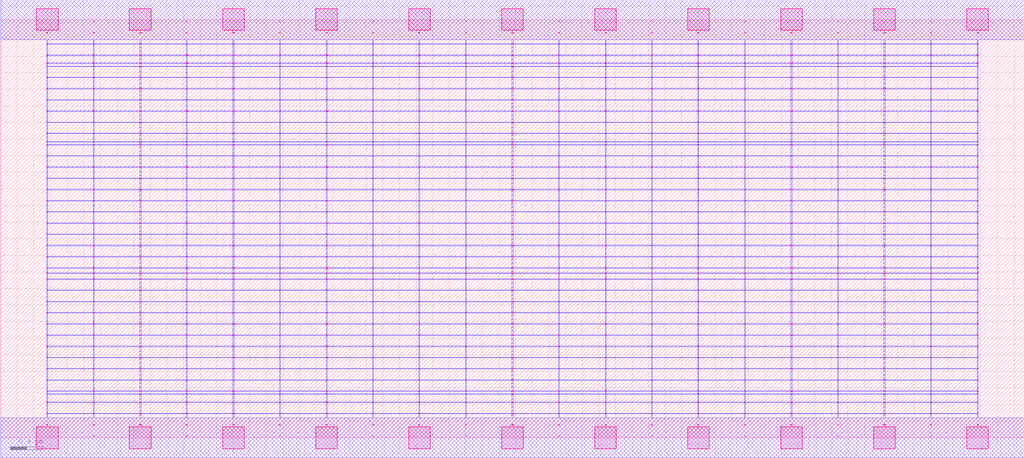
<source format=lef>
MACRO AOAOOAI21113_DEBUG
 CLASS CORE ;
 FOREIGN AOAOOAI21113_DEBUG 0 0 ;
 SIZE 12.32 BY 5.04 ;
 ORIGIN 0 0 ;
 SYMMETRY X Y R90 ;
 SITE unit ;

 OBS
    LAYER polycont ;
     RECT 6.15100000 2.58300000 6.16900000 2.59100000 ;
     RECT 6.15100000 2.71800000 6.16900000 2.72600000 ;
     RECT 6.15100000 2.85300000 6.16900000 2.86100000 ;
     RECT 6.15100000 2.98800000 6.16900000 2.99600000 ;
     RECT 8.39100000 2.58300000 8.40400000 2.59100000 ;
     RECT 8.95600000 2.58300000 8.96400000 2.59100000 ;
     RECT 9.51100000 2.58300000 9.52900000 2.59100000 ;
     RECT 10.07600000 2.58300000 10.08400000 2.59100000 ;
     RECT 10.63100000 2.58300000 10.64900000 2.59100000 ;
     RECT 11.19600000 2.58300000 11.20400000 2.59100000 ;
     RECT 11.75600000 2.58300000 11.76900000 2.59100000 ;
     RECT 6.71600000 2.58300000 6.72400000 2.59100000 ;
     RECT 6.71600000 2.71800000 6.72400000 2.72600000 ;
     RECT 7.27600000 2.71800000 7.28900000 2.72600000 ;
     RECT 7.83600000 2.71800000 7.84400000 2.72600000 ;
     RECT 8.39100000 2.71800000 8.40400000 2.72600000 ;
     RECT 8.95600000 2.71800000 8.96400000 2.72600000 ;
     RECT 9.51100000 2.71800000 9.52900000 2.72600000 ;
     RECT 10.07600000 2.71800000 10.08400000 2.72600000 ;
     RECT 10.63100000 2.71800000 10.64900000 2.72600000 ;
     RECT 11.19600000 2.71800000 11.20400000 2.72600000 ;
     RECT 11.75600000 2.71800000 11.76900000 2.72600000 ;
     RECT 7.27600000 2.58300000 7.28900000 2.59100000 ;
     RECT 6.71600000 2.85300000 6.72400000 2.86100000 ;
     RECT 7.27600000 2.85300000 7.28900000 2.86100000 ;
     RECT 7.83600000 2.85300000 7.84400000 2.86100000 ;
     RECT 8.39100000 2.85300000 8.40400000 2.86100000 ;
     RECT 8.95600000 2.85300000 8.96400000 2.86100000 ;
     RECT 9.51100000 2.85300000 9.52900000 2.86100000 ;
     RECT 10.07600000 2.85300000 10.08400000 2.86100000 ;
     RECT 10.63100000 2.85300000 10.64900000 2.86100000 ;
     RECT 11.19600000 2.85300000 11.20400000 2.86100000 ;
     RECT 11.75600000 2.85300000 11.76900000 2.86100000 ;
     RECT 7.83600000 2.58300000 7.84400000 2.59100000 ;
     RECT 6.71600000 2.98800000 6.72400000 2.99600000 ;
     RECT 7.27600000 2.98800000 7.28900000 2.99600000 ;
     RECT 7.83600000 2.98800000 7.84400000 2.99600000 ;
     RECT 8.39100000 2.98800000 8.40400000 2.99600000 ;
     RECT 8.95600000 2.98800000 8.96400000 2.99600000 ;
     RECT 9.51100000 2.98800000 9.52900000 2.99600000 ;
     RECT 10.07600000 2.98800000 10.08400000 2.99600000 ;
     RECT 10.63100000 2.98800000 10.64900000 2.99600000 ;
     RECT 11.19600000 2.98800000 11.20400000 2.99600000 ;
     RECT 11.75600000 2.98800000 11.76900000 2.99600000 ;
     RECT 7.83600000 3.12300000 7.84400000 3.13100000 ;
     RECT 7.83600000 3.25800000 7.84400000 3.26600000 ;
     RECT 7.83600000 3.39300000 7.84400000 3.40100000 ;
     RECT 7.83600000 3.52800000 7.84400000 3.53600000 ;
     RECT 7.83600000 3.56100000 7.84400000 3.56900000 ;
     RECT 7.83600000 3.66300000 7.84400000 3.67100000 ;
     RECT 7.83600000 3.79800000 7.84400000 3.80600000 ;
     RECT 7.83600000 3.93300000 7.84400000 3.94100000 ;
     RECT 7.83600000 4.06800000 7.84400000 4.07600000 ;
     RECT 7.83600000 4.20300000 7.84400000 4.21100000 ;
     RECT 7.83600000 4.33800000 7.84400000 4.34600000 ;
     RECT 7.83600000 4.47300000 7.84400000 4.48100000 ;
     RECT 7.83600000 4.51100000 7.84400000 4.51900000 ;
     RECT 7.83600000 4.60800000 7.84400000 4.61600000 ;
     RECT 7.83600000 4.74300000 7.84400000 4.75100000 ;
     RECT 7.83600000 4.87800000 7.84400000 4.88600000 ;
     RECT 5.59600000 2.71800000 5.60400000 2.72600000 ;
     RECT 1.11600000 2.58300000 1.12400000 2.59100000 ;
     RECT 1.67100000 2.58300000 1.68900000 2.59100000 ;
     RECT 0.55100000 2.98800000 0.56400000 2.99600000 ;
     RECT 1.11600000 2.98800000 1.12400000 2.99600000 ;
     RECT 1.67100000 2.98800000 1.68900000 2.99600000 ;
     RECT 2.23600000 2.98800000 2.24400000 2.99600000 ;
     RECT 2.79100000 2.98800000 2.80900000 2.99600000 ;
     RECT 3.35600000 2.98800000 3.36400000 2.99600000 ;
     RECT 3.91600000 2.98800000 3.92900000 2.99600000 ;
     RECT 4.47600000 2.98800000 4.48400000 2.99600000 ;
     RECT 5.03100000 2.98800000 5.04400000 2.99600000 ;
     RECT 5.59600000 2.98800000 5.60400000 2.99600000 ;
     RECT 2.23600000 2.58300000 2.24400000 2.59100000 ;
     RECT 2.79100000 2.58300000 2.80900000 2.59100000 ;
     RECT 3.35600000 2.58300000 3.36400000 2.59100000 ;
     RECT 3.91600000 2.58300000 3.92900000 2.59100000 ;
     RECT 4.47600000 2.58300000 4.48400000 2.59100000 ;
     RECT 5.03100000 2.58300000 5.04400000 2.59100000 ;
     RECT 5.59600000 2.58300000 5.60400000 2.59100000 ;
     RECT 0.55100000 2.58300000 0.56400000 2.59100000 ;
     RECT 0.55100000 2.71800000 0.56400000 2.72600000 ;
     RECT 0.55100000 2.85300000 0.56400000 2.86100000 ;
     RECT 1.11600000 2.85300000 1.12400000 2.86100000 ;
     RECT 4.47600000 3.12300000 4.48400000 3.13100000 ;
     RECT 1.67100000 2.85300000 1.68900000 2.86100000 ;
     RECT 4.47600000 3.25800000 4.48400000 3.26600000 ;
     RECT 2.23600000 2.85300000 2.24400000 2.86100000 ;
     RECT 4.47600000 3.39300000 4.48400000 3.40100000 ;
     RECT 2.79100000 2.85300000 2.80900000 2.86100000 ;
     RECT 4.47600000 3.52800000 4.48400000 3.53600000 ;
     RECT 3.35600000 2.85300000 3.36400000 2.86100000 ;
     RECT 4.47600000 3.56100000 4.48400000 3.56900000 ;
     RECT 3.91600000 2.85300000 3.92900000 2.86100000 ;
     RECT 4.47600000 3.66300000 4.48400000 3.67100000 ;
     RECT 4.47600000 2.85300000 4.48400000 2.86100000 ;
     RECT 4.47600000 3.79800000 4.48400000 3.80600000 ;
     RECT 5.03100000 2.85300000 5.04400000 2.86100000 ;
     RECT 4.47600000 3.93300000 4.48400000 3.94100000 ;
     RECT 5.59600000 2.85300000 5.60400000 2.86100000 ;
     RECT 4.47600000 4.06800000 4.48400000 4.07600000 ;
     RECT 1.11600000 2.71800000 1.12400000 2.72600000 ;
     RECT 4.47600000 4.20300000 4.48400000 4.21100000 ;
     RECT 1.67100000 2.71800000 1.68900000 2.72600000 ;
     RECT 4.47600000 4.33800000 4.48400000 4.34600000 ;
     RECT 2.23600000 2.71800000 2.24400000 2.72600000 ;
     RECT 4.47600000 4.47300000 4.48400000 4.48100000 ;
     RECT 2.79100000 2.71800000 2.80900000 2.72600000 ;
     RECT 4.47600000 4.51100000 4.48400000 4.51900000 ;
     RECT 3.35600000 2.71800000 3.36400000 2.72600000 ;
     RECT 4.47600000 4.60800000 4.48400000 4.61600000 ;
     RECT 3.91600000 2.71800000 3.92900000 2.72600000 ;
     RECT 4.47600000 4.74300000 4.48400000 4.75100000 ;
     RECT 4.47600000 2.71800000 4.48400000 2.72600000 ;
     RECT 4.47600000 4.87800000 4.48400000 4.88600000 ;
     RECT 5.03100000 2.71800000 5.04400000 2.72600000 ;
     RECT 3.35600000 2.04300000 3.36400000 2.05100000 ;
     RECT 3.35600000 2.17800000 3.36400000 2.18600000 ;
     RECT 3.35600000 2.31300000 3.36400000 2.32100000 ;
     RECT 3.35600000 2.44800000 3.36400000 2.45600000 ;
     RECT 3.35600000 0.15300000 3.36400000 0.16100000 ;
     RECT 3.35600000 0.28800000 3.36400000 0.29600000 ;
     RECT 3.35600000 0.42300000 3.36400000 0.43100000 ;
     RECT 3.35600000 0.52100000 3.36400000 0.52900000 ;
     RECT 3.35600000 0.55800000 3.36400000 0.56600000 ;
     RECT 3.35600000 0.69300000 3.36400000 0.70100000 ;
     RECT 3.35600000 0.82800000 3.36400000 0.83600000 ;
     RECT 3.35600000 0.96300000 3.36400000 0.97100000 ;
     RECT 3.35600000 1.09800000 3.36400000 1.10600000 ;
     RECT 3.35600000 1.23300000 3.36400000 1.24100000 ;
     RECT 3.35600000 1.36800000 3.36400000 1.37600000 ;
     RECT 3.35600000 1.50300000 3.36400000 1.51100000 ;
     RECT 3.35600000 1.63800000 3.36400000 1.64600000 ;
     RECT 3.35600000 1.77300000 3.36400000 1.78100000 ;
     RECT 3.35600000 1.90800000 3.36400000 1.91600000 ;
     RECT 3.35600000 1.98100000 3.36400000 1.98900000 ;
     RECT 6.71600000 0.55800000 6.72400000 0.56600000 ;
     RECT 6.71600000 2.31300000 6.72400000 2.32100000 ;
     RECT 6.71600000 1.23300000 6.72400000 1.24100000 ;
     RECT 6.71600000 2.44800000 6.72400000 2.45600000 ;
     RECT 6.71600000 0.42300000 6.72400000 0.43100000 ;
     RECT 6.71600000 1.36800000 6.72400000 1.37600000 ;
     RECT 6.71600000 0.69300000 6.72400000 0.70100000 ;
     RECT 6.71600000 1.50300000 6.72400000 1.51100000 ;
     RECT 6.71600000 0.28800000 6.72400000 0.29600000 ;
     RECT 6.71600000 1.63800000 6.72400000 1.64600000 ;
     RECT 6.71600000 0.82800000 6.72400000 0.83600000 ;
     RECT 6.71600000 1.77300000 6.72400000 1.78100000 ;
     RECT 6.71600000 0.52100000 6.72400000 0.52900000 ;
     RECT 6.71600000 1.90800000 6.72400000 1.91600000 ;
     RECT 6.71600000 0.96300000 6.72400000 0.97100000 ;
     RECT 6.71600000 1.98100000 6.72400000 1.98900000 ;
     RECT 6.71600000 0.15300000 6.72400000 0.16100000 ;
     RECT 6.71600000 2.04300000 6.72400000 2.05100000 ;
     RECT 6.71600000 1.09800000 6.72400000 1.10600000 ;
     RECT 6.71600000 2.17800000 6.72400000 2.18600000 ;

    LAYER pdiffc ;
     RECT 0.55100000 3.39300000 0.55900000 3.40100000 ;
     RECT 3.92100000 3.39300000 3.92900000 3.40100000 ;
     RECT 5.03100000 3.39300000 5.03900000 3.40100000 ;
     RECT 7.28100000 3.39300000 7.28900000 3.40100000 ;
     RECT 8.39100000 3.39300000 8.39900000 3.40100000 ;
     RECT 11.76100000 3.39300000 11.76900000 3.40100000 ;
     RECT 0.55100000 3.52800000 0.55900000 3.53600000 ;
     RECT 3.92100000 3.52800000 3.92900000 3.53600000 ;
     RECT 5.03100000 3.52800000 5.03900000 3.53600000 ;
     RECT 7.28100000 3.52800000 7.28900000 3.53600000 ;
     RECT 8.39100000 3.52800000 8.39900000 3.53600000 ;
     RECT 11.76100000 3.52800000 11.76900000 3.53600000 ;
     RECT 0.55100000 3.56100000 0.55900000 3.56900000 ;
     RECT 3.92100000 3.56100000 3.92900000 3.56900000 ;
     RECT 5.03100000 3.56100000 5.03900000 3.56900000 ;
     RECT 7.28100000 3.56100000 7.28900000 3.56900000 ;
     RECT 8.39100000 3.56100000 8.39900000 3.56900000 ;
     RECT 11.76100000 3.56100000 11.76900000 3.56900000 ;
     RECT 0.55100000 3.66300000 0.55900000 3.67100000 ;
     RECT 3.92100000 3.66300000 3.92900000 3.67100000 ;
     RECT 5.03100000 3.66300000 5.03900000 3.67100000 ;
     RECT 7.28100000 3.66300000 7.28900000 3.67100000 ;
     RECT 8.39100000 3.66300000 8.39900000 3.67100000 ;
     RECT 11.76100000 3.66300000 11.76900000 3.67100000 ;
     RECT 0.55100000 3.79800000 0.55900000 3.80600000 ;
     RECT 3.92100000 3.79800000 3.92900000 3.80600000 ;
     RECT 5.03100000 3.79800000 5.03900000 3.80600000 ;
     RECT 7.28100000 3.79800000 7.28900000 3.80600000 ;
     RECT 8.39100000 3.79800000 8.39900000 3.80600000 ;
     RECT 11.76100000 3.79800000 11.76900000 3.80600000 ;
     RECT 0.55100000 3.93300000 0.55900000 3.94100000 ;
     RECT 3.92100000 3.93300000 3.92900000 3.94100000 ;
     RECT 5.03100000 3.93300000 5.03900000 3.94100000 ;
     RECT 7.28100000 3.93300000 7.28900000 3.94100000 ;
     RECT 8.39100000 3.93300000 8.39900000 3.94100000 ;
     RECT 11.76100000 3.93300000 11.76900000 3.94100000 ;
     RECT 0.55100000 4.06800000 0.55900000 4.07600000 ;
     RECT 3.92100000 4.06800000 3.92900000 4.07600000 ;
     RECT 5.03100000 4.06800000 5.03900000 4.07600000 ;
     RECT 7.28100000 4.06800000 7.28900000 4.07600000 ;
     RECT 8.39100000 4.06800000 8.39900000 4.07600000 ;
     RECT 11.76100000 4.06800000 11.76900000 4.07600000 ;
     RECT 0.55100000 4.20300000 0.55900000 4.21100000 ;
     RECT 3.92100000 4.20300000 3.92900000 4.21100000 ;
     RECT 5.03100000 4.20300000 5.03900000 4.21100000 ;
     RECT 7.28100000 4.20300000 7.28900000 4.21100000 ;
     RECT 8.39100000 4.20300000 8.39900000 4.21100000 ;
     RECT 11.76100000 4.20300000 11.76900000 4.21100000 ;
     RECT 0.55100000 4.33800000 0.55900000 4.34600000 ;
     RECT 3.92100000 4.33800000 3.92900000 4.34600000 ;
     RECT 5.03100000 4.33800000 5.03900000 4.34600000 ;
     RECT 7.28100000 4.33800000 7.28900000 4.34600000 ;
     RECT 8.39100000 4.33800000 8.39900000 4.34600000 ;
     RECT 11.76100000 4.33800000 11.76900000 4.34600000 ;
     RECT 0.55100000 4.47300000 0.55900000 4.48100000 ;
     RECT 3.92100000 4.47300000 3.92900000 4.48100000 ;
     RECT 5.03100000 4.47300000 5.03900000 4.48100000 ;
     RECT 7.28100000 4.47300000 7.28900000 4.48100000 ;
     RECT 8.39100000 4.47300000 8.39900000 4.48100000 ;
     RECT 11.76100000 4.47300000 11.76900000 4.48100000 ;
     RECT 0.55100000 4.51100000 0.55900000 4.51900000 ;
     RECT 3.92100000 4.51100000 3.92900000 4.51900000 ;
     RECT 5.03100000 4.51100000 5.03900000 4.51900000 ;
     RECT 7.28100000 4.51100000 7.28900000 4.51900000 ;
     RECT 8.39100000 4.51100000 8.39900000 4.51900000 ;
     RECT 11.76100000 4.51100000 11.76900000 4.51900000 ;
     RECT 0.55100000 4.60800000 0.55900000 4.61600000 ;
     RECT 3.92100000 4.60800000 3.92900000 4.61600000 ;
     RECT 5.03100000 4.60800000 5.03900000 4.61600000 ;
     RECT 7.28100000 4.60800000 7.28900000 4.61600000 ;
     RECT 8.39100000 4.60800000 8.39900000 4.61600000 ;
     RECT 11.76100000 4.60800000 11.76900000 4.61600000 ;

    LAYER ndiffc ;
     RECT 6.15100000 0.42300000 6.16900000 0.43100000 ;
     RECT 6.15100000 0.52100000 6.16900000 0.52900000 ;
     RECT 6.15100000 0.55800000 6.16900000 0.56600000 ;
     RECT 6.15100000 0.69300000 6.16900000 0.70100000 ;
     RECT 6.15100000 0.82800000 6.16900000 0.83600000 ;
     RECT 6.15100000 0.96300000 6.16900000 0.97100000 ;
     RECT 6.15100000 1.09800000 6.16900000 1.10600000 ;
     RECT 6.15100000 1.23300000 6.16900000 1.24100000 ;
     RECT 6.15100000 1.36800000 6.16900000 1.37600000 ;
     RECT 6.15100000 1.50300000 6.16900000 1.51100000 ;
     RECT 6.15100000 1.63800000 6.16900000 1.64600000 ;
     RECT 6.15100000 1.77300000 6.16900000 1.78100000 ;
     RECT 6.15100000 1.90800000 6.16900000 1.91600000 ;
     RECT 6.15100000 1.98100000 6.16900000 1.98900000 ;
     RECT 6.15100000 2.04300000 6.16900000 2.05100000 ;
     RECT 9.51100000 0.55800000 9.52900000 0.56600000 ;
     RECT 10.63100000 0.55800000 10.64900000 0.56600000 ;
     RECT 11.75600000 0.55800000 11.76900000 0.56600000 ;
     RECT 9.51100000 0.42300000 9.52900000 0.43100000 ;
     RECT 7.27600000 0.69300000 7.28900000 0.70100000 ;
     RECT 8.39100000 0.69300000 8.40400000 0.70100000 ;
     RECT 9.51100000 0.69300000 9.52900000 0.70100000 ;
     RECT 10.63100000 0.69300000 10.64900000 0.70100000 ;
     RECT 11.75600000 0.69300000 11.76900000 0.70100000 ;
     RECT 10.63100000 0.42300000 10.64900000 0.43100000 ;
     RECT 7.27600000 0.82800000 7.28900000 0.83600000 ;
     RECT 8.39100000 0.82800000 8.40400000 0.83600000 ;
     RECT 9.51100000 0.82800000 9.52900000 0.83600000 ;
     RECT 10.63100000 0.82800000 10.64900000 0.83600000 ;
     RECT 11.75600000 0.82800000 11.76900000 0.83600000 ;
     RECT 11.75600000 0.42300000 11.76900000 0.43100000 ;
     RECT 7.27600000 0.96300000 7.28900000 0.97100000 ;
     RECT 8.39100000 0.96300000 8.40400000 0.97100000 ;
     RECT 9.51100000 0.96300000 9.52900000 0.97100000 ;
     RECT 10.63100000 0.96300000 10.64900000 0.97100000 ;
     RECT 11.75600000 0.96300000 11.76900000 0.97100000 ;
     RECT 7.27600000 0.42300000 7.28900000 0.43100000 ;
     RECT 7.27600000 1.09800000 7.28900000 1.10600000 ;
     RECT 8.39100000 1.09800000 8.40400000 1.10600000 ;
     RECT 9.51100000 1.09800000 9.52900000 1.10600000 ;
     RECT 10.63100000 1.09800000 10.64900000 1.10600000 ;
     RECT 11.75600000 1.09800000 11.76900000 1.10600000 ;
     RECT 7.27600000 0.52100000 7.28900000 0.52900000 ;
     RECT 7.27600000 1.23300000 7.28900000 1.24100000 ;
     RECT 8.39100000 1.23300000 8.40400000 1.24100000 ;
     RECT 9.51100000 1.23300000 9.52900000 1.24100000 ;
     RECT 10.63100000 1.23300000 10.64900000 1.24100000 ;
     RECT 11.75600000 1.23300000 11.76900000 1.24100000 ;
     RECT 8.39100000 0.52100000 8.40400000 0.52900000 ;
     RECT 7.27600000 1.36800000 7.28900000 1.37600000 ;
     RECT 8.39100000 1.36800000 8.40400000 1.37600000 ;
     RECT 9.51100000 1.36800000 9.52900000 1.37600000 ;
     RECT 10.63100000 1.36800000 10.64900000 1.37600000 ;
     RECT 11.75600000 1.36800000 11.76900000 1.37600000 ;
     RECT 9.51100000 0.52100000 9.52900000 0.52900000 ;
     RECT 7.27600000 1.50300000 7.28900000 1.51100000 ;
     RECT 8.39100000 1.50300000 8.40400000 1.51100000 ;
     RECT 9.51100000 1.50300000 9.52900000 1.51100000 ;
     RECT 10.63100000 1.50300000 10.64900000 1.51100000 ;
     RECT 11.75600000 1.50300000 11.76900000 1.51100000 ;
     RECT 10.63100000 0.52100000 10.64900000 0.52900000 ;
     RECT 7.27600000 1.63800000 7.28900000 1.64600000 ;
     RECT 8.39100000 1.63800000 8.40400000 1.64600000 ;
     RECT 9.51100000 1.63800000 9.52900000 1.64600000 ;
     RECT 10.63100000 1.63800000 10.64900000 1.64600000 ;
     RECT 11.75600000 1.63800000 11.76900000 1.64600000 ;
     RECT 11.75600000 0.52100000 11.76900000 0.52900000 ;
     RECT 7.27600000 1.77300000 7.28900000 1.78100000 ;
     RECT 8.39100000 1.77300000 8.40400000 1.78100000 ;
     RECT 9.51100000 1.77300000 9.52900000 1.78100000 ;
     RECT 10.63100000 1.77300000 10.64900000 1.78100000 ;
     RECT 11.75600000 1.77300000 11.76900000 1.78100000 ;
     RECT 8.39100000 0.42300000 8.40400000 0.43100000 ;
     RECT 7.27600000 1.90800000 7.28900000 1.91600000 ;
     RECT 8.39100000 1.90800000 8.40400000 1.91600000 ;
     RECT 9.51100000 1.90800000 9.52900000 1.91600000 ;
     RECT 10.63100000 1.90800000 10.64900000 1.91600000 ;
     RECT 11.75600000 1.90800000 11.76900000 1.91600000 ;
     RECT 7.27600000 0.55800000 7.28900000 0.56600000 ;
     RECT 7.27600000 1.98100000 7.28900000 1.98900000 ;
     RECT 8.39100000 1.98100000 8.40400000 1.98900000 ;
     RECT 9.51100000 1.98100000 9.52900000 1.98900000 ;
     RECT 10.63100000 1.98100000 10.64900000 1.98900000 ;
     RECT 11.75600000 1.98100000 11.76900000 1.98900000 ;
     RECT 8.39100000 0.55800000 8.40400000 0.56600000 ;
     RECT 7.27600000 2.04300000 7.28900000 2.05100000 ;
     RECT 8.39100000 2.04300000 8.40400000 2.05100000 ;
     RECT 9.51100000 2.04300000 9.52900000 2.05100000 ;
     RECT 10.63100000 2.04300000 10.64900000 2.05100000 ;
     RECT 11.75600000 2.04300000 11.76900000 2.05100000 ;
     RECT 2.79100000 1.36800000 2.80900000 1.37600000 ;
     RECT 3.91600000 1.36800000 3.92900000 1.37600000 ;
     RECT 5.03100000 1.36800000 5.04400000 1.37600000 ;
     RECT 5.03100000 0.82800000 5.04400000 0.83600000 ;
     RECT 2.79100000 0.55800000 2.80900000 0.56600000 ;
     RECT 3.91600000 0.55800000 3.92900000 0.56600000 ;
     RECT 5.03100000 0.55800000 5.04400000 0.56600000 ;
     RECT 1.67100000 0.52100000 1.68900000 0.52900000 ;
     RECT 2.79100000 0.52100000 2.80900000 0.52900000 ;
     RECT 0.55100000 1.50300000 0.56400000 1.51100000 ;
     RECT 1.67100000 1.50300000 1.68900000 1.51100000 ;
     RECT 2.79100000 1.50300000 2.80900000 1.51100000 ;
     RECT 3.91600000 1.50300000 3.92900000 1.51100000 ;
     RECT 5.03100000 1.50300000 5.04400000 1.51100000 ;
     RECT 3.91600000 0.52100000 3.92900000 0.52900000 ;
     RECT 0.55100000 0.96300000 0.56400000 0.97100000 ;
     RECT 1.67100000 0.96300000 1.68900000 0.97100000 ;
     RECT 2.79100000 0.96300000 2.80900000 0.97100000 ;
     RECT 3.91600000 0.96300000 3.92900000 0.97100000 ;
     RECT 5.03100000 0.96300000 5.04400000 0.97100000 ;
     RECT 0.55100000 1.63800000 0.56400000 1.64600000 ;
     RECT 1.67100000 1.63800000 1.68900000 1.64600000 ;
     RECT 2.79100000 1.63800000 2.80900000 1.64600000 ;
     RECT 3.91600000 1.63800000 3.92900000 1.64600000 ;
     RECT 5.03100000 1.63800000 5.04400000 1.64600000 ;
     RECT 5.03100000 0.52100000 5.04400000 0.52900000 ;
     RECT 1.67100000 0.42300000 1.68900000 0.43100000 ;
     RECT 2.79100000 0.42300000 2.80900000 0.43100000 ;
     RECT 0.55100000 0.69300000 0.56400000 0.70100000 ;
     RECT 1.67100000 0.69300000 1.68900000 0.70100000 ;
     RECT 2.79100000 0.69300000 2.80900000 0.70100000 ;
     RECT 0.55100000 1.77300000 0.56400000 1.78100000 ;
     RECT 1.67100000 1.77300000 1.68900000 1.78100000 ;
     RECT 2.79100000 1.77300000 2.80900000 1.78100000 ;
     RECT 3.91600000 1.77300000 3.92900000 1.78100000 ;
     RECT 5.03100000 1.77300000 5.04400000 1.78100000 ;
     RECT 0.55100000 1.09800000 0.56400000 1.10600000 ;
     RECT 1.67100000 1.09800000 1.68900000 1.10600000 ;
     RECT 2.79100000 1.09800000 2.80900000 1.10600000 ;
     RECT 3.91600000 1.09800000 3.92900000 1.10600000 ;
     RECT 5.03100000 1.09800000 5.04400000 1.10600000 ;
     RECT 3.91600000 0.69300000 3.92900000 0.70100000 ;
     RECT 0.55100000 1.90800000 0.56400000 1.91600000 ;
     RECT 1.67100000 1.90800000 1.68900000 1.91600000 ;
     RECT 2.79100000 1.90800000 2.80900000 1.91600000 ;
     RECT 3.91600000 1.90800000 3.92900000 1.91600000 ;
     RECT 5.03100000 1.90800000 5.04400000 1.91600000 ;
     RECT 5.03100000 0.69300000 5.04400000 0.70100000 ;
     RECT 3.91600000 0.42300000 3.92900000 0.43100000 ;
     RECT 5.03100000 0.42300000 5.04400000 0.43100000 ;
     RECT 0.55100000 0.42300000 0.56400000 0.43100000 ;
     RECT 0.55100000 0.52100000 0.56400000 0.52900000 ;
     RECT 0.55100000 1.23300000 0.56400000 1.24100000 ;
     RECT 0.55100000 1.98100000 0.56400000 1.98900000 ;
     RECT 1.67100000 1.98100000 1.68900000 1.98900000 ;
     RECT 2.79100000 1.98100000 2.80900000 1.98900000 ;
     RECT 3.91600000 1.98100000 3.92900000 1.98900000 ;
     RECT 5.03100000 1.98100000 5.04400000 1.98900000 ;
     RECT 1.67100000 1.23300000 1.68900000 1.24100000 ;
     RECT 2.79100000 1.23300000 2.80900000 1.24100000 ;
     RECT 3.91600000 1.23300000 3.92900000 1.24100000 ;
     RECT 5.03100000 1.23300000 5.04400000 1.24100000 ;
     RECT 0.55100000 0.55800000 0.56400000 0.56600000 ;
     RECT 1.67100000 0.55800000 1.68900000 0.56600000 ;
     RECT 0.55100000 2.04300000 0.56400000 2.05100000 ;
     RECT 1.67100000 2.04300000 1.68900000 2.05100000 ;
     RECT 2.79100000 2.04300000 2.80900000 2.05100000 ;
     RECT 3.91600000 2.04300000 3.92900000 2.05100000 ;
     RECT 5.03100000 2.04300000 5.04400000 2.05100000 ;
     RECT 0.55100000 0.82800000 0.56400000 0.83600000 ;
     RECT 1.67100000 0.82800000 1.68900000 0.83600000 ;
     RECT 2.79100000 0.82800000 2.80900000 0.83600000 ;
     RECT 3.91600000 0.82800000 3.92900000 0.83600000 ;
     RECT 0.55100000 1.36800000 0.56400000 1.37600000 ;
     RECT 1.67100000 1.36800000 1.68900000 1.37600000 ;

    LAYER met1 ;
     RECT 0.00000000 -0.24000000 12.32000000 0.24000000 ;
     RECT 6.15100000 0.24000000 6.16900000 0.28800000 ;
     RECT 0.55100000 0.28800000 11.76900000 0.29600000 ;
     RECT 6.15100000 0.29600000 6.16900000 0.42300000 ;
     RECT 0.55100000 0.42300000 11.76900000 0.43100000 ;
     RECT 6.15100000 0.43100000 6.16900000 0.52100000 ;
     RECT 0.55100000 0.52100000 11.76900000 0.52900000 ;
     RECT 6.15100000 0.52900000 6.16900000 0.55800000 ;
     RECT 0.55100000 0.55800000 11.76900000 0.56600000 ;
     RECT 6.15100000 0.56600000 6.16900000 0.69300000 ;
     RECT 0.55100000 0.69300000 11.76900000 0.70100000 ;
     RECT 6.15100000 0.70100000 6.16900000 0.82800000 ;
     RECT 0.55100000 0.82800000 11.76900000 0.83600000 ;
     RECT 6.15100000 0.83600000 6.16900000 0.96300000 ;
     RECT 0.55100000 0.96300000 11.76900000 0.97100000 ;
     RECT 6.15100000 0.97100000 6.16900000 1.09800000 ;
     RECT 0.55100000 1.09800000 11.76900000 1.10600000 ;
     RECT 6.15100000 1.10600000 6.16900000 1.23300000 ;
     RECT 0.55100000 1.23300000 11.76900000 1.24100000 ;
     RECT 6.15100000 1.24100000 6.16900000 1.36800000 ;
     RECT 0.55100000 1.36800000 11.76900000 1.37600000 ;
     RECT 6.15100000 1.37600000 6.16900000 1.50300000 ;
     RECT 0.55100000 1.50300000 11.76900000 1.51100000 ;
     RECT 6.15100000 1.51100000 6.16900000 1.63800000 ;
     RECT 0.55100000 1.63800000 11.76900000 1.64600000 ;
     RECT 6.15100000 1.64600000 6.16900000 1.77300000 ;
     RECT 0.55100000 1.77300000 11.76900000 1.78100000 ;
     RECT 6.15100000 1.78100000 6.16900000 1.90800000 ;
     RECT 0.55100000 1.90800000 11.76900000 1.91600000 ;
     RECT 6.15100000 1.91600000 6.16900000 1.98100000 ;
     RECT 0.55100000 1.98100000 11.76900000 1.98900000 ;
     RECT 6.15100000 1.98900000 6.16900000 2.04300000 ;
     RECT 0.55100000 2.04300000 11.76900000 2.05100000 ;
     RECT 6.15100000 2.05100000 6.16900000 2.17800000 ;
     RECT 0.55100000 2.17800000 11.76900000 2.18600000 ;
     RECT 6.15100000 2.18600000 6.16900000 2.31300000 ;
     RECT 0.55100000 2.31300000 11.76900000 2.32100000 ;
     RECT 6.15100000 2.32100000 6.16900000 2.44800000 ;
     RECT 0.55100000 2.44800000 11.76900000 2.45600000 ;
     RECT 0.55100000 2.45600000 0.56400000 2.58300000 ;
     RECT 1.11600000 2.45600000 1.12400000 2.58300000 ;
     RECT 1.67100000 2.45600000 1.68900000 2.58300000 ;
     RECT 2.23600000 2.45600000 2.24400000 2.58300000 ;
     RECT 2.79100000 2.45600000 2.80900000 2.58300000 ;
     RECT 3.35600000 2.45600000 3.36400000 2.58300000 ;
     RECT 3.91600000 2.45600000 3.92900000 2.58300000 ;
     RECT 4.47600000 2.45600000 4.48400000 2.58300000 ;
     RECT 5.03100000 2.45600000 5.04400000 2.58300000 ;
     RECT 5.59600000 2.45600000 5.60400000 2.58300000 ;
     RECT 6.15100000 2.45600000 6.16900000 2.58300000 ;
     RECT 6.71600000 2.45600000 6.72400000 2.58300000 ;
     RECT 7.27600000 2.45600000 7.28900000 2.58300000 ;
     RECT 7.83600000 2.45600000 7.84400000 2.58300000 ;
     RECT 8.39100000 2.45600000 8.40400000 2.58300000 ;
     RECT 8.95600000 2.45600000 8.96400000 2.58300000 ;
     RECT 9.51100000 2.45600000 9.52900000 2.58300000 ;
     RECT 10.07600000 2.45600000 10.08400000 2.58300000 ;
     RECT 10.63100000 2.45600000 10.64900000 2.58300000 ;
     RECT 11.19600000 2.45600000 11.20400000 2.58300000 ;
     RECT 11.75600000 2.45600000 11.76900000 2.58300000 ;
     RECT 0.55100000 2.58300000 11.76900000 2.59100000 ;
     RECT 6.15100000 2.59100000 6.16900000 2.71800000 ;
     RECT 0.55100000 2.71800000 11.76900000 2.72600000 ;
     RECT 6.15100000 2.72600000 6.16900000 2.85300000 ;
     RECT 0.55100000 2.85300000 11.76900000 2.86100000 ;
     RECT 6.15100000 2.86100000 6.16900000 2.98800000 ;
     RECT 0.55100000 2.98800000 11.76900000 2.99600000 ;
     RECT 6.15100000 2.99600000 6.16900000 3.12300000 ;
     RECT 0.55100000 3.12300000 11.76900000 3.13100000 ;
     RECT 6.15100000 3.13100000 6.16900000 3.25800000 ;
     RECT 0.55100000 3.25800000 11.76900000 3.26600000 ;
     RECT 6.15100000 3.26600000 6.16900000 3.39300000 ;
     RECT 0.55100000 3.39300000 11.76900000 3.40100000 ;
     RECT 6.15100000 3.40100000 6.16900000 3.52800000 ;
     RECT 0.55100000 3.52800000 11.76900000 3.53600000 ;
     RECT 6.15100000 3.53600000 6.16900000 3.56100000 ;
     RECT 0.55100000 3.56100000 11.76900000 3.56900000 ;
     RECT 6.15100000 3.56900000 6.16900000 3.66300000 ;
     RECT 0.55100000 3.66300000 11.76900000 3.67100000 ;
     RECT 6.15100000 3.67100000 6.16900000 3.79800000 ;
     RECT 0.55100000 3.79800000 11.76900000 3.80600000 ;
     RECT 6.15100000 3.80600000 6.16900000 3.93300000 ;
     RECT 0.55100000 3.93300000 11.76900000 3.94100000 ;
     RECT 6.15100000 3.94100000 6.16900000 4.06800000 ;
     RECT 0.55100000 4.06800000 11.76900000 4.07600000 ;
     RECT 6.15100000 4.07600000 6.16900000 4.20300000 ;
     RECT 0.55100000 4.20300000 11.76900000 4.21100000 ;
     RECT 6.15100000 4.21100000 6.16900000 4.33800000 ;
     RECT 0.55100000 4.33800000 11.76900000 4.34600000 ;
     RECT 6.15100000 4.34600000 6.16900000 4.47300000 ;
     RECT 0.55100000 4.47300000 11.76900000 4.48100000 ;
     RECT 6.15100000 4.48100000 6.16900000 4.51100000 ;
     RECT 0.55100000 4.51100000 11.76900000 4.51900000 ;
     RECT 6.15100000 4.51900000 6.16900000 4.60800000 ;
     RECT 0.55100000 4.60800000 11.76900000 4.61600000 ;
     RECT 6.15100000 4.61600000 6.16900000 4.74300000 ;
     RECT 0.55100000 4.74300000 11.76900000 4.75100000 ;
     RECT 6.15100000 4.75100000 6.16900000 4.80000000 ;
     RECT 0.00000000 4.80000000 12.32000000 5.28000000 ;
     RECT 6.71600000 3.80600000 6.72400000 3.93300000 ;
     RECT 7.27600000 3.80600000 7.28900000 3.93300000 ;
     RECT 7.83600000 3.80600000 7.84400000 3.93300000 ;
     RECT 8.39100000 3.80600000 8.40400000 3.93300000 ;
     RECT 8.95600000 3.80600000 8.96400000 3.93300000 ;
     RECT 9.51100000 3.80600000 9.52900000 3.93300000 ;
     RECT 10.07600000 3.80600000 10.08400000 3.93300000 ;
     RECT 10.63100000 3.80600000 10.64900000 3.93300000 ;
     RECT 11.19600000 3.80600000 11.20400000 3.93300000 ;
     RECT 11.75600000 3.80600000 11.76900000 3.93300000 ;
     RECT 9.51100000 3.94100000 9.52900000 4.06800000 ;
     RECT 10.07600000 3.94100000 10.08400000 4.06800000 ;
     RECT 10.63100000 3.94100000 10.64900000 4.06800000 ;
     RECT 11.19600000 3.94100000 11.20400000 4.06800000 ;
     RECT 11.75600000 3.94100000 11.76900000 4.06800000 ;
     RECT 9.51100000 4.07600000 9.52900000 4.20300000 ;
     RECT 10.07600000 4.07600000 10.08400000 4.20300000 ;
     RECT 10.63100000 4.07600000 10.64900000 4.20300000 ;
     RECT 11.19600000 4.07600000 11.20400000 4.20300000 ;
     RECT 11.75600000 4.07600000 11.76900000 4.20300000 ;
     RECT 9.51100000 4.21100000 9.52900000 4.33800000 ;
     RECT 10.07600000 4.21100000 10.08400000 4.33800000 ;
     RECT 10.63100000 4.21100000 10.64900000 4.33800000 ;
     RECT 11.19600000 4.21100000 11.20400000 4.33800000 ;
     RECT 11.75600000 4.21100000 11.76900000 4.33800000 ;
     RECT 9.51100000 4.34600000 9.52900000 4.47300000 ;
     RECT 10.07600000 4.34600000 10.08400000 4.47300000 ;
     RECT 10.63100000 4.34600000 10.64900000 4.47300000 ;
     RECT 11.19600000 4.34600000 11.20400000 4.47300000 ;
     RECT 11.75600000 4.34600000 11.76900000 4.47300000 ;
     RECT 9.51100000 4.48100000 9.52900000 4.51100000 ;
     RECT 10.07600000 4.48100000 10.08400000 4.51100000 ;
     RECT 10.63100000 4.48100000 10.64900000 4.51100000 ;
     RECT 11.19600000 4.48100000 11.20400000 4.51100000 ;
     RECT 11.75600000 4.48100000 11.76900000 4.51100000 ;
     RECT 9.51100000 4.51900000 9.52900000 4.60800000 ;
     RECT 10.07600000 4.51900000 10.08400000 4.60800000 ;
     RECT 10.63100000 4.51900000 10.64900000 4.60800000 ;
     RECT 11.19600000 4.51900000 11.20400000 4.60800000 ;
     RECT 11.75600000 4.51900000 11.76900000 4.60800000 ;
     RECT 9.51100000 4.61600000 9.52900000 4.74300000 ;
     RECT 10.07600000 4.61600000 10.08400000 4.74300000 ;
     RECT 10.63100000 4.61600000 10.64900000 4.74300000 ;
     RECT 11.19600000 4.61600000 11.20400000 4.74300000 ;
     RECT 11.75600000 4.61600000 11.76900000 4.74300000 ;
     RECT 9.51100000 4.75100000 9.52900000 4.80000000 ;
     RECT 10.07600000 4.75100000 10.08400000 4.80000000 ;
     RECT 10.63100000 4.75100000 10.64900000 4.80000000 ;
     RECT 11.19600000 4.75100000 11.20400000 4.80000000 ;
     RECT 11.75600000 4.75100000 11.76900000 4.80000000 ;
     RECT 6.71600000 4.48100000 6.72400000 4.51100000 ;
     RECT 7.27600000 4.48100000 7.28900000 4.51100000 ;
     RECT 7.83600000 4.48100000 7.84400000 4.51100000 ;
     RECT 8.39100000 4.48100000 8.40400000 4.51100000 ;
     RECT 8.95600000 4.48100000 8.96400000 4.51100000 ;
     RECT 6.71600000 4.21100000 6.72400000 4.33800000 ;
     RECT 7.27600000 4.21100000 7.28900000 4.33800000 ;
     RECT 7.83600000 4.21100000 7.84400000 4.33800000 ;
     RECT 8.39100000 4.21100000 8.40400000 4.33800000 ;
     RECT 8.95600000 4.21100000 8.96400000 4.33800000 ;
     RECT 6.71600000 4.51900000 6.72400000 4.60800000 ;
     RECT 7.27600000 4.51900000 7.28900000 4.60800000 ;
     RECT 7.83600000 4.51900000 7.84400000 4.60800000 ;
     RECT 8.39100000 4.51900000 8.40400000 4.60800000 ;
     RECT 8.95600000 4.51900000 8.96400000 4.60800000 ;
     RECT 6.71600000 4.07600000 6.72400000 4.20300000 ;
     RECT 7.27600000 4.07600000 7.28900000 4.20300000 ;
     RECT 7.83600000 4.07600000 7.84400000 4.20300000 ;
     RECT 8.39100000 4.07600000 8.40400000 4.20300000 ;
     RECT 8.95600000 4.07600000 8.96400000 4.20300000 ;
     RECT 6.71600000 4.61600000 6.72400000 4.74300000 ;
     RECT 7.27600000 4.61600000 7.28900000 4.74300000 ;
     RECT 7.83600000 4.61600000 7.84400000 4.74300000 ;
     RECT 8.39100000 4.61600000 8.40400000 4.74300000 ;
     RECT 8.95600000 4.61600000 8.96400000 4.74300000 ;
     RECT 6.71600000 4.34600000 6.72400000 4.47300000 ;
     RECT 7.27600000 4.34600000 7.28900000 4.47300000 ;
     RECT 7.83600000 4.34600000 7.84400000 4.47300000 ;
     RECT 8.39100000 4.34600000 8.40400000 4.47300000 ;
     RECT 8.95600000 4.34600000 8.96400000 4.47300000 ;
     RECT 6.71600000 4.75100000 6.72400000 4.80000000 ;
     RECT 7.27600000 4.75100000 7.28900000 4.80000000 ;
     RECT 7.83600000 4.75100000 7.84400000 4.80000000 ;
     RECT 8.39100000 4.75100000 8.40400000 4.80000000 ;
     RECT 8.95600000 4.75100000 8.96400000 4.80000000 ;
     RECT 6.71600000 3.94100000 6.72400000 4.06800000 ;
     RECT 7.27600000 3.94100000 7.28900000 4.06800000 ;
     RECT 7.83600000 3.94100000 7.84400000 4.06800000 ;
     RECT 8.39100000 3.94100000 8.40400000 4.06800000 ;
     RECT 8.95600000 3.94100000 8.96400000 4.06800000 ;
     RECT 8.39100000 2.99600000 8.40400000 3.12300000 ;
     RECT 8.95600000 2.99600000 8.96400000 3.12300000 ;
     RECT 6.71600000 3.13100000 6.72400000 3.25800000 ;
     RECT 7.27600000 3.13100000 7.28900000 3.25800000 ;
     RECT 7.83600000 3.13100000 7.84400000 3.25800000 ;
     RECT 8.39100000 3.13100000 8.40400000 3.25800000 ;
     RECT 8.95600000 3.13100000 8.96400000 3.25800000 ;
     RECT 8.95600000 2.86100000 8.96400000 2.98800000 ;
     RECT 6.71600000 3.26600000 6.72400000 3.39300000 ;
     RECT 7.27600000 3.26600000 7.28900000 3.39300000 ;
     RECT 7.83600000 3.26600000 7.84400000 3.39300000 ;
     RECT 8.39100000 3.26600000 8.40400000 3.39300000 ;
     RECT 8.95600000 3.26600000 8.96400000 3.39300000 ;
     RECT 6.71600000 2.59100000 6.72400000 2.71800000 ;
     RECT 7.27600000 2.59100000 7.28900000 2.71800000 ;
     RECT 6.71600000 3.40100000 6.72400000 3.52800000 ;
     RECT 7.27600000 3.40100000 7.28900000 3.52800000 ;
     RECT 7.83600000 3.40100000 7.84400000 3.52800000 ;
     RECT 8.39100000 3.40100000 8.40400000 3.52800000 ;
     RECT 7.83600000 2.59100000 7.84400000 2.71800000 ;
     RECT 8.39100000 2.59100000 8.40400000 2.71800000 ;
     RECT 8.95600000 3.40100000 8.96400000 3.52800000 ;
     RECT 6.71600000 2.72600000 6.72400000 2.85300000 ;
     RECT 7.27600000 2.72600000 7.28900000 2.85300000 ;
     RECT 6.71600000 3.53600000 6.72400000 3.56100000 ;
     RECT 7.27600000 3.53600000 7.28900000 3.56100000 ;
     RECT 7.83600000 3.53600000 7.84400000 3.56100000 ;
     RECT 8.39100000 3.53600000 8.40400000 3.56100000 ;
     RECT 8.95600000 3.53600000 8.96400000 3.56100000 ;
     RECT 7.83600000 2.72600000 7.84400000 2.85300000 ;
     RECT 8.39100000 2.72600000 8.40400000 2.85300000 ;
     RECT 6.71600000 2.86100000 6.72400000 2.98800000 ;
     RECT 7.27600000 2.86100000 7.28900000 2.98800000 ;
     RECT 6.71600000 3.56900000 6.72400000 3.66300000 ;
     RECT 7.27600000 3.56900000 7.28900000 3.66300000 ;
     RECT 7.83600000 3.56900000 7.84400000 3.66300000 ;
     RECT 8.39100000 3.56900000 8.40400000 3.66300000 ;
     RECT 8.95600000 3.56900000 8.96400000 3.66300000 ;
     RECT 8.95600000 2.59100000 8.96400000 2.71800000 ;
     RECT 8.95600000 2.72600000 8.96400000 2.85300000 ;
     RECT 6.71600000 3.67100000 6.72400000 3.79800000 ;
     RECT 7.27600000 3.67100000 7.28900000 3.79800000 ;
     RECT 7.83600000 3.67100000 7.84400000 3.79800000 ;
     RECT 8.39100000 3.67100000 8.40400000 3.79800000 ;
     RECT 7.83600000 2.86100000 7.84400000 2.98800000 ;
     RECT 8.39100000 2.86100000 8.40400000 2.98800000 ;
     RECT 8.95600000 3.67100000 8.96400000 3.79800000 ;
     RECT 7.27600000 2.99600000 7.28900000 3.12300000 ;
     RECT 7.83600000 2.99600000 7.84400000 3.12300000 ;
     RECT 6.71600000 2.99600000 6.72400000 3.12300000 ;
     RECT 9.51100000 3.53600000 9.52900000 3.56100000 ;
     RECT 10.07600000 3.53600000 10.08400000 3.56100000 ;
     RECT 9.51100000 2.86100000 9.52900000 2.98800000 ;
     RECT 10.63100000 3.53600000 10.64900000 3.56100000 ;
     RECT 11.19600000 3.53600000 11.20400000 3.56100000 ;
     RECT 11.75600000 3.53600000 11.76900000 3.56100000 ;
     RECT 9.51100000 3.26600000 9.52900000 3.39300000 ;
     RECT 10.07600000 3.26600000 10.08400000 3.39300000 ;
     RECT 10.63100000 3.26600000 10.64900000 3.39300000 ;
     RECT 11.19600000 3.26600000 11.20400000 3.39300000 ;
     RECT 11.75600000 3.26600000 11.76900000 3.39300000 ;
     RECT 11.19600000 2.99600000 11.20400000 3.12300000 ;
     RECT 11.75600000 2.99600000 11.76900000 3.12300000 ;
     RECT 10.07600000 2.86100000 10.08400000 2.98800000 ;
     RECT 10.63100000 2.86100000 10.64900000 2.98800000 ;
     RECT 9.51100000 3.56900000 9.52900000 3.66300000 ;
     RECT 10.07600000 3.56900000 10.08400000 3.66300000 ;
     RECT 10.63100000 3.56900000 10.64900000 3.66300000 ;
     RECT 11.19600000 3.56900000 11.20400000 3.66300000 ;
     RECT 11.75600000 3.56900000 11.76900000 3.66300000 ;
     RECT 9.51100000 3.13100000 9.52900000 3.25800000 ;
     RECT 9.51100000 2.72600000 9.52900000 2.85300000 ;
     RECT 10.07600000 3.13100000 10.08400000 3.25800000 ;
     RECT 10.63100000 3.13100000 10.64900000 3.25800000 ;
     RECT 11.19600000 3.13100000 11.20400000 3.25800000 ;
     RECT 11.19600000 2.86100000 11.20400000 2.98800000 ;
     RECT 11.75600000 2.86100000 11.76900000 2.98800000 ;
     RECT 11.75600000 3.13100000 11.76900000 3.25800000 ;
     RECT 9.51100000 3.40100000 9.52900000 3.52800000 ;
     RECT 9.51100000 3.67100000 9.52900000 3.79800000 ;
     RECT 10.07600000 3.67100000 10.08400000 3.79800000 ;
     RECT 10.63100000 3.67100000 10.64900000 3.79800000 ;
     RECT 11.19600000 3.67100000 11.20400000 3.79800000 ;
     RECT 11.75600000 3.67100000 11.76900000 3.79800000 ;
     RECT 10.07600000 2.72600000 10.08400000 2.85300000 ;
     RECT 10.63100000 2.72600000 10.64900000 2.85300000 ;
     RECT 10.07600000 3.40100000 10.08400000 3.52800000 ;
     RECT 10.63100000 3.40100000 10.64900000 3.52800000 ;
     RECT 9.51100000 2.59100000 9.52900000 2.71800000 ;
     RECT 11.19600000 3.40100000 11.20400000 3.52800000 ;
     RECT 11.75600000 3.40100000 11.76900000 3.52800000 ;
     RECT 11.19600000 2.59100000 11.20400000 2.71800000 ;
     RECT 11.75600000 2.59100000 11.76900000 2.71800000 ;
     RECT 10.07600000 2.59100000 10.08400000 2.71800000 ;
     RECT 10.63100000 2.59100000 10.64900000 2.71800000 ;
     RECT 9.51100000 2.99600000 9.52900000 3.12300000 ;
     RECT 10.07600000 2.99600000 10.08400000 3.12300000 ;
     RECT 11.19600000 2.72600000 11.20400000 2.85300000 ;
     RECT 11.75600000 2.72600000 11.76900000 2.85300000 ;
     RECT 10.63100000 2.99600000 10.64900000 3.12300000 ;
     RECT 5.03100000 3.80600000 5.04400000 3.93300000 ;
     RECT 5.59600000 3.80600000 5.60400000 3.93300000 ;
     RECT 0.55100000 3.80600000 0.56400000 3.93300000 ;
     RECT 1.11600000 3.80600000 1.12400000 3.93300000 ;
     RECT 1.67100000 3.80600000 1.68900000 3.93300000 ;
     RECT 2.23600000 3.80600000 2.24400000 3.93300000 ;
     RECT 2.79100000 3.80600000 2.80900000 3.93300000 ;
     RECT 3.35600000 3.80600000 3.36400000 3.93300000 ;
     RECT 3.91600000 3.80600000 3.92900000 3.93300000 ;
     RECT 4.47600000 3.80600000 4.48400000 3.93300000 ;
     RECT 5.03100000 4.07600000 5.04400000 4.20300000 ;
     RECT 5.59600000 4.07600000 5.60400000 4.20300000 ;
     RECT 3.35600000 4.21100000 3.36400000 4.33800000 ;
     RECT 3.91600000 4.21100000 3.92900000 4.33800000 ;
     RECT 4.47600000 4.21100000 4.48400000 4.33800000 ;
     RECT 5.03100000 4.21100000 5.04400000 4.33800000 ;
     RECT 5.59600000 4.21100000 5.60400000 4.33800000 ;
     RECT 3.35600000 4.34600000 3.36400000 4.47300000 ;
     RECT 3.91600000 4.34600000 3.92900000 4.47300000 ;
     RECT 4.47600000 4.34600000 4.48400000 4.47300000 ;
     RECT 5.03100000 4.34600000 5.04400000 4.47300000 ;
     RECT 5.59600000 4.34600000 5.60400000 4.47300000 ;
     RECT 3.35600000 4.48100000 3.36400000 4.51100000 ;
     RECT 3.91600000 4.48100000 3.92900000 4.51100000 ;
     RECT 4.47600000 4.48100000 4.48400000 4.51100000 ;
     RECT 5.03100000 4.48100000 5.04400000 4.51100000 ;
     RECT 5.59600000 4.48100000 5.60400000 4.51100000 ;
     RECT 3.35600000 4.51900000 3.36400000 4.60800000 ;
     RECT 3.91600000 4.51900000 3.92900000 4.60800000 ;
     RECT 4.47600000 4.51900000 4.48400000 4.60800000 ;
     RECT 5.03100000 4.51900000 5.04400000 4.60800000 ;
     RECT 5.59600000 4.51900000 5.60400000 4.60800000 ;
     RECT 3.35600000 4.61600000 3.36400000 4.74300000 ;
     RECT 3.91600000 4.61600000 3.92900000 4.74300000 ;
     RECT 4.47600000 4.61600000 4.48400000 4.74300000 ;
     RECT 5.03100000 4.61600000 5.04400000 4.74300000 ;
     RECT 5.59600000 4.61600000 5.60400000 4.74300000 ;
     RECT 3.35600000 4.75100000 3.36400000 4.80000000 ;
     RECT 3.91600000 4.75100000 3.92900000 4.80000000 ;
     RECT 4.47600000 4.75100000 4.48400000 4.80000000 ;
     RECT 5.03100000 4.75100000 5.04400000 4.80000000 ;
     RECT 5.59600000 4.75100000 5.60400000 4.80000000 ;
     RECT 3.35600000 3.94100000 3.36400000 4.06800000 ;
     RECT 3.91600000 3.94100000 3.92900000 4.06800000 ;
     RECT 4.47600000 3.94100000 4.48400000 4.06800000 ;
     RECT 5.03100000 3.94100000 5.04400000 4.06800000 ;
     RECT 5.59600000 3.94100000 5.60400000 4.06800000 ;
     RECT 3.35600000 4.07600000 3.36400000 4.20300000 ;
     RECT 3.91600000 4.07600000 3.92900000 4.20300000 ;
     RECT 4.47600000 4.07600000 4.48400000 4.20300000 ;
     RECT 2.23600000 4.21100000 2.24400000 4.33800000 ;
     RECT 2.79100000 4.21100000 2.80900000 4.33800000 ;
     RECT 0.55100000 4.51900000 0.56400000 4.60800000 ;
     RECT 1.11600000 4.51900000 1.12400000 4.60800000 ;
     RECT 1.67100000 4.51900000 1.68900000 4.60800000 ;
     RECT 2.23600000 4.51900000 2.24400000 4.60800000 ;
     RECT 2.79100000 4.51900000 2.80900000 4.60800000 ;
     RECT 0.55100000 4.07600000 0.56400000 4.20300000 ;
     RECT 1.11600000 4.07600000 1.12400000 4.20300000 ;
     RECT 1.67100000 4.07600000 1.68900000 4.20300000 ;
     RECT 2.23600000 4.07600000 2.24400000 4.20300000 ;
     RECT 2.79100000 4.07600000 2.80900000 4.20300000 ;
     RECT 0.55100000 4.61600000 0.56400000 4.74300000 ;
     RECT 1.11600000 4.61600000 1.12400000 4.74300000 ;
     RECT 1.67100000 4.61600000 1.68900000 4.74300000 ;
     RECT 2.23600000 4.61600000 2.24400000 4.74300000 ;
     RECT 2.79100000 4.61600000 2.80900000 4.74300000 ;
     RECT 0.55100000 4.34600000 0.56400000 4.47300000 ;
     RECT 1.11600000 4.34600000 1.12400000 4.47300000 ;
     RECT 1.67100000 4.34600000 1.68900000 4.47300000 ;
     RECT 2.23600000 4.34600000 2.24400000 4.47300000 ;
     RECT 2.79100000 4.34600000 2.80900000 4.47300000 ;
     RECT 0.55100000 4.75100000 0.56400000 4.80000000 ;
     RECT 1.11600000 4.75100000 1.12400000 4.80000000 ;
     RECT 1.67100000 4.75100000 1.68900000 4.80000000 ;
     RECT 2.23600000 4.75100000 2.24400000 4.80000000 ;
     RECT 2.79100000 4.75100000 2.80900000 4.80000000 ;
     RECT 0.55100000 3.94100000 0.56400000 4.06800000 ;
     RECT 1.11600000 3.94100000 1.12400000 4.06800000 ;
     RECT 1.67100000 3.94100000 1.68900000 4.06800000 ;
     RECT 2.23600000 3.94100000 2.24400000 4.06800000 ;
     RECT 2.79100000 3.94100000 2.80900000 4.06800000 ;
     RECT 0.55100000 4.48100000 0.56400000 4.51100000 ;
     RECT 1.11600000 4.48100000 1.12400000 4.51100000 ;
     RECT 1.67100000 4.48100000 1.68900000 4.51100000 ;
     RECT 2.23600000 4.48100000 2.24400000 4.51100000 ;
     RECT 2.79100000 4.48100000 2.80900000 4.51100000 ;
     RECT 0.55100000 4.21100000 0.56400000 4.33800000 ;
     RECT 1.11600000 4.21100000 1.12400000 4.33800000 ;
     RECT 1.67100000 4.21100000 1.68900000 4.33800000 ;
     RECT 2.79100000 3.53600000 2.80900000 3.56100000 ;
     RECT 0.55100000 2.86100000 0.56400000 2.98800000 ;
     RECT 1.11600000 2.86100000 1.12400000 2.98800000 ;
     RECT 1.67100000 2.86100000 1.68900000 2.98800000 ;
     RECT 2.23600000 2.86100000 2.24400000 2.98800000 ;
     RECT 2.23600000 2.59100000 2.24400000 2.71800000 ;
     RECT 0.55100000 3.40100000 0.56400000 3.52800000 ;
     RECT 1.11600000 3.40100000 1.12400000 3.52800000 ;
     RECT 0.55100000 2.59100000 0.56400000 2.71800000 ;
     RECT 1.67100000 2.72600000 1.68900000 2.85300000 ;
     RECT 2.23600000 2.72600000 2.24400000 2.85300000 ;
     RECT 2.79100000 2.72600000 2.80900000 2.85300000 ;
     RECT 0.55100000 3.67100000 0.56400000 3.79800000 ;
     RECT 1.11600000 3.67100000 1.12400000 3.79800000 ;
     RECT 1.67100000 3.67100000 1.68900000 3.79800000 ;
     RECT 2.23600000 3.67100000 2.24400000 3.79800000 ;
     RECT 2.79100000 3.67100000 2.80900000 3.79800000 ;
     RECT 1.11600000 2.59100000 1.12400000 2.71800000 ;
     RECT 0.55100000 2.72600000 0.56400000 2.85300000 ;
     RECT 1.11600000 2.72600000 1.12400000 2.85300000 ;
     RECT 0.55100000 3.53600000 0.56400000 3.56100000 ;
     RECT 1.11600000 3.53600000 1.12400000 3.56100000 ;
     RECT 1.67100000 3.40100000 1.68900000 3.52800000 ;
     RECT 0.55100000 3.13100000 0.56400000 3.25800000 ;
     RECT 1.11600000 3.13100000 1.12400000 3.25800000 ;
     RECT 1.67100000 3.13100000 1.68900000 3.25800000 ;
     RECT 2.23600000 3.13100000 2.24400000 3.25800000 ;
     RECT 0.55100000 3.26600000 0.56400000 3.39300000 ;
     RECT 1.11600000 3.26600000 1.12400000 3.39300000 ;
     RECT 1.67100000 3.26600000 1.68900000 3.39300000 ;
     RECT 2.23600000 3.26600000 2.24400000 3.39300000 ;
     RECT 2.79100000 3.26600000 2.80900000 3.39300000 ;
     RECT 2.79100000 3.13100000 2.80900000 3.25800000 ;
     RECT 0.55100000 3.56900000 0.56400000 3.66300000 ;
     RECT 1.11600000 3.56900000 1.12400000 3.66300000 ;
     RECT 1.67100000 3.56900000 1.68900000 3.66300000 ;
     RECT 2.23600000 3.56900000 2.24400000 3.66300000 ;
     RECT 2.23600000 3.40100000 2.24400000 3.52800000 ;
     RECT 2.79100000 3.40100000 2.80900000 3.52800000 ;
     RECT 2.79100000 2.59100000 2.80900000 2.71800000 ;
     RECT 0.55100000 2.99600000 0.56400000 3.12300000 ;
     RECT 1.11600000 2.99600000 1.12400000 3.12300000 ;
     RECT 1.67100000 2.99600000 1.68900000 3.12300000 ;
     RECT 2.23600000 2.99600000 2.24400000 3.12300000 ;
     RECT 2.79100000 2.99600000 2.80900000 3.12300000 ;
     RECT 1.67100000 2.59100000 1.68900000 2.71800000 ;
     RECT 1.67100000 3.53600000 1.68900000 3.56100000 ;
     RECT 2.79100000 3.56900000 2.80900000 3.66300000 ;
     RECT 2.79100000 2.86100000 2.80900000 2.98800000 ;
     RECT 2.23600000 3.53600000 2.24400000 3.56100000 ;
     RECT 5.59600000 2.72600000 5.60400000 2.85300000 ;
     RECT 5.03100000 2.72600000 5.04400000 2.85300000 ;
     RECT 3.35600000 3.40100000 3.36400000 3.52800000 ;
     RECT 3.91600000 3.40100000 3.92900000 3.52800000 ;
     RECT 4.47600000 3.40100000 4.48400000 3.52800000 ;
     RECT 3.35600000 3.67100000 3.36400000 3.79800000 ;
     RECT 5.03100000 3.40100000 5.04400000 3.52800000 ;
     RECT 5.59600000 3.40100000 5.60400000 3.52800000 ;
     RECT 3.91600000 2.99600000 3.92900000 3.12300000 ;
     RECT 5.03100000 2.99600000 5.04400000 3.12300000 ;
     RECT 5.59600000 2.99600000 5.60400000 3.12300000 ;
     RECT 3.91600000 2.59100000 3.92900000 2.71800000 ;
     RECT 3.35600000 3.56900000 3.36400000 3.66300000 ;
     RECT 3.91600000 3.56900000 3.92900000 3.66300000 ;
     RECT 4.47600000 3.56900000 4.48400000 3.66300000 ;
     RECT 5.03100000 3.56900000 5.04400000 3.66300000 ;
     RECT 3.91600000 3.67100000 3.92900000 3.79800000 ;
     RECT 4.47600000 3.67100000 4.48400000 3.79800000 ;
     RECT 5.03100000 3.67100000 5.04400000 3.79800000 ;
     RECT 5.59600000 3.67100000 5.60400000 3.79800000 ;
     RECT 3.91600000 2.72600000 3.92900000 2.85300000 ;
     RECT 4.47600000 2.72600000 4.48400000 2.85300000 ;
     RECT 5.59600000 3.56900000 5.60400000 3.66300000 ;
     RECT 5.03100000 3.13100000 5.04400000 3.25800000 ;
     RECT 5.59600000 3.13100000 5.60400000 3.25800000 ;
     RECT 4.47600000 2.59100000 4.48400000 2.71800000 ;
     RECT 3.35600000 2.86100000 3.36400000 2.98800000 ;
     RECT 3.35600000 3.26600000 3.36400000 3.39300000 ;
     RECT 3.91600000 2.86100000 3.92900000 2.98800000 ;
     RECT 4.47600000 2.86100000 4.48400000 2.98800000 ;
     RECT 5.03100000 2.59100000 5.04400000 2.71800000 ;
     RECT 5.59600000 2.59100000 5.60400000 2.71800000 ;
     RECT 4.47600000 2.99600000 4.48400000 3.12300000 ;
     RECT 3.35600000 2.99600000 3.36400000 3.12300000 ;
     RECT 3.35600000 3.53600000 3.36400000 3.56100000 ;
     RECT 3.91600000 3.53600000 3.92900000 3.56100000 ;
     RECT 3.35600000 3.13100000 3.36400000 3.25800000 ;
     RECT 3.91600000 3.13100000 3.92900000 3.25800000 ;
     RECT 3.91600000 3.26600000 3.92900000 3.39300000 ;
     RECT 4.47600000 3.26600000 4.48400000 3.39300000 ;
     RECT 5.03100000 3.26600000 5.04400000 3.39300000 ;
     RECT 5.59600000 3.26600000 5.60400000 3.39300000 ;
     RECT 4.47600000 3.13100000 4.48400000 3.25800000 ;
     RECT 4.47600000 3.53600000 4.48400000 3.56100000 ;
     RECT 5.03100000 2.86100000 5.04400000 2.98800000 ;
     RECT 5.59600000 2.86100000 5.60400000 2.98800000 ;
     RECT 5.03100000 3.53600000 5.04400000 3.56100000 ;
     RECT 5.59600000 3.53600000 5.60400000 3.56100000 ;
     RECT 3.35600000 2.59100000 3.36400000 2.71800000 ;
     RECT 3.35600000 2.72600000 3.36400000 2.85300000 ;
     RECT 1.67100000 1.10600000 1.68900000 1.23300000 ;
     RECT 2.23600000 1.10600000 2.24400000 1.23300000 ;
     RECT 2.79100000 1.10600000 2.80900000 1.23300000 ;
     RECT 3.35600000 1.10600000 3.36400000 1.23300000 ;
     RECT 3.91600000 1.10600000 3.92900000 1.23300000 ;
     RECT 4.47600000 1.10600000 4.48400000 1.23300000 ;
     RECT 5.03100000 1.10600000 5.04400000 1.23300000 ;
     RECT 5.59600000 1.10600000 5.60400000 1.23300000 ;
     RECT 0.55100000 1.10600000 0.56400000 1.23300000 ;
     RECT 1.11600000 1.10600000 1.12400000 1.23300000 ;
     RECT 4.47600000 1.24100000 4.48400000 1.36800000 ;
     RECT 5.03100000 1.24100000 5.04400000 1.36800000 ;
     RECT 5.59600000 1.24100000 5.60400000 1.36800000 ;
     RECT 3.35600000 1.37600000 3.36400000 1.50300000 ;
     RECT 3.91600000 1.37600000 3.92900000 1.50300000 ;
     RECT 4.47600000 1.37600000 4.48400000 1.50300000 ;
     RECT 5.03100000 1.37600000 5.04400000 1.50300000 ;
     RECT 5.59600000 1.37600000 5.60400000 1.50300000 ;
     RECT 3.35600000 1.51100000 3.36400000 1.63800000 ;
     RECT 3.91600000 1.51100000 3.92900000 1.63800000 ;
     RECT 4.47600000 1.51100000 4.48400000 1.63800000 ;
     RECT 5.03100000 1.51100000 5.04400000 1.63800000 ;
     RECT 5.59600000 1.51100000 5.60400000 1.63800000 ;
     RECT 3.35600000 1.64600000 3.36400000 1.77300000 ;
     RECT 3.91600000 1.64600000 3.92900000 1.77300000 ;
     RECT 4.47600000 1.64600000 4.48400000 1.77300000 ;
     RECT 5.03100000 1.64600000 5.04400000 1.77300000 ;
     RECT 5.59600000 1.64600000 5.60400000 1.77300000 ;
     RECT 3.35600000 1.78100000 3.36400000 1.90800000 ;
     RECT 3.91600000 1.78100000 3.92900000 1.90800000 ;
     RECT 4.47600000 1.78100000 4.48400000 1.90800000 ;
     RECT 5.03100000 1.78100000 5.04400000 1.90800000 ;
     RECT 5.59600000 1.78100000 5.60400000 1.90800000 ;
     RECT 3.35600000 1.91600000 3.36400000 1.98100000 ;
     RECT 3.91600000 1.91600000 3.92900000 1.98100000 ;
     RECT 4.47600000 1.91600000 4.48400000 1.98100000 ;
     RECT 5.03100000 1.91600000 5.04400000 1.98100000 ;
     RECT 5.59600000 1.91600000 5.60400000 1.98100000 ;
     RECT 3.35600000 1.98900000 3.36400000 2.04300000 ;
     RECT 3.91600000 1.98900000 3.92900000 2.04300000 ;
     RECT 4.47600000 1.98900000 4.48400000 2.04300000 ;
     RECT 5.03100000 1.98900000 5.04400000 2.04300000 ;
     RECT 5.59600000 1.98900000 5.60400000 2.04300000 ;
     RECT 3.35600000 2.05100000 3.36400000 2.17800000 ;
     RECT 3.91600000 2.05100000 3.92900000 2.17800000 ;
     RECT 4.47600000 2.05100000 4.48400000 2.17800000 ;
     RECT 5.03100000 2.05100000 5.04400000 2.17800000 ;
     RECT 5.59600000 2.05100000 5.60400000 2.17800000 ;
     RECT 3.35600000 2.18600000 3.36400000 2.31300000 ;
     RECT 3.91600000 2.18600000 3.92900000 2.31300000 ;
     RECT 4.47600000 2.18600000 4.48400000 2.31300000 ;
     RECT 5.03100000 2.18600000 5.04400000 2.31300000 ;
     RECT 5.59600000 2.18600000 5.60400000 2.31300000 ;
     RECT 3.35600000 2.32100000 3.36400000 2.44800000 ;
     RECT 3.91600000 2.32100000 3.92900000 2.44800000 ;
     RECT 4.47600000 2.32100000 4.48400000 2.44800000 ;
     RECT 5.03100000 2.32100000 5.04400000 2.44800000 ;
     RECT 5.59600000 2.32100000 5.60400000 2.44800000 ;
     RECT 3.35600000 1.24100000 3.36400000 1.36800000 ;
     RECT 3.91600000 1.24100000 3.92900000 1.36800000 ;
     RECT 1.67100000 1.91600000 1.68900000 1.98100000 ;
     RECT 2.23600000 1.91600000 2.24400000 1.98100000 ;
     RECT 2.79100000 1.91600000 2.80900000 1.98100000 ;
     RECT 0.55100000 1.37600000 0.56400000 1.50300000 ;
     RECT 1.11600000 1.37600000 1.12400000 1.50300000 ;
     RECT 1.67100000 1.37600000 1.68900000 1.50300000 ;
     RECT 2.23600000 1.37600000 2.24400000 1.50300000 ;
     RECT 2.79100000 1.37600000 2.80900000 1.50300000 ;
     RECT 0.55100000 1.98900000 0.56400000 2.04300000 ;
     RECT 1.11600000 1.98900000 1.12400000 2.04300000 ;
     RECT 1.67100000 1.98900000 1.68900000 2.04300000 ;
     RECT 2.23600000 1.98900000 2.24400000 2.04300000 ;
     RECT 2.79100000 1.98900000 2.80900000 2.04300000 ;
     RECT 0.55100000 1.64600000 0.56400000 1.77300000 ;
     RECT 1.11600000 1.64600000 1.12400000 1.77300000 ;
     RECT 1.67100000 1.64600000 1.68900000 1.77300000 ;
     RECT 2.23600000 1.64600000 2.24400000 1.77300000 ;
     RECT 2.79100000 1.64600000 2.80900000 1.77300000 ;
     RECT 0.55100000 2.05100000 0.56400000 2.17800000 ;
     RECT 1.11600000 2.05100000 1.12400000 2.17800000 ;
     RECT 1.67100000 2.05100000 1.68900000 2.17800000 ;
     RECT 2.23600000 2.05100000 2.24400000 2.17800000 ;
     RECT 2.79100000 2.05100000 2.80900000 2.17800000 ;
     RECT 0.55100000 1.24100000 0.56400000 1.36800000 ;
     RECT 1.11600000 1.24100000 1.12400000 1.36800000 ;
     RECT 1.67100000 1.24100000 1.68900000 1.36800000 ;
     RECT 2.23600000 1.24100000 2.24400000 1.36800000 ;
     RECT 2.79100000 1.24100000 2.80900000 1.36800000 ;
     RECT 0.55100000 2.18600000 0.56400000 2.31300000 ;
     RECT 1.11600000 2.18600000 1.12400000 2.31300000 ;
     RECT 1.67100000 2.18600000 1.68900000 2.31300000 ;
     RECT 2.23600000 2.18600000 2.24400000 2.31300000 ;
     RECT 2.79100000 2.18600000 2.80900000 2.31300000 ;
     RECT 0.55100000 1.78100000 0.56400000 1.90800000 ;
     RECT 1.11600000 1.78100000 1.12400000 1.90800000 ;
     RECT 1.67100000 1.78100000 1.68900000 1.90800000 ;
     RECT 2.23600000 1.78100000 2.24400000 1.90800000 ;
     RECT 2.79100000 1.78100000 2.80900000 1.90800000 ;
     RECT 0.55100000 2.32100000 0.56400000 2.44800000 ;
     RECT 1.11600000 2.32100000 1.12400000 2.44800000 ;
     RECT 1.67100000 2.32100000 1.68900000 2.44800000 ;
     RECT 2.23600000 2.32100000 2.24400000 2.44800000 ;
     RECT 2.79100000 2.32100000 2.80900000 2.44800000 ;
     RECT 0.55100000 1.51100000 0.56400000 1.63800000 ;
     RECT 1.11600000 1.51100000 1.12400000 1.63800000 ;
     RECT 1.67100000 1.51100000 1.68900000 1.63800000 ;
     RECT 2.23600000 1.51100000 2.24400000 1.63800000 ;
     RECT 2.79100000 1.51100000 2.80900000 1.63800000 ;
     RECT 0.55100000 1.91600000 0.56400000 1.98100000 ;
     RECT 1.11600000 1.91600000 1.12400000 1.98100000 ;
     RECT 1.11600000 0.43100000 1.12400000 0.52100000 ;
     RECT 1.67100000 0.43100000 1.68900000 0.52100000 ;
     RECT 2.23600000 0.43100000 2.24400000 0.52100000 ;
     RECT 1.67100000 0.24000000 1.68900000 0.28800000 ;
     RECT 2.23600000 0.24000000 2.24400000 0.28800000 ;
     RECT 2.79100000 0.24000000 2.80900000 0.28800000 ;
     RECT 2.79100000 0.29600000 2.80900000 0.42300000 ;
     RECT 0.55100000 0.52900000 0.56400000 0.55800000 ;
     RECT 1.11600000 0.52900000 1.12400000 0.55800000 ;
     RECT 1.67100000 0.52900000 1.68900000 0.55800000 ;
     RECT 2.23600000 0.52900000 2.24400000 0.55800000 ;
     RECT 2.79100000 0.52900000 2.80900000 0.55800000 ;
     RECT 0.55100000 0.56600000 0.56400000 0.69300000 ;
     RECT 1.11600000 0.56600000 1.12400000 0.69300000 ;
     RECT 1.67100000 0.56600000 1.68900000 0.69300000 ;
     RECT 2.23600000 0.56600000 2.24400000 0.69300000 ;
     RECT 2.79100000 0.56600000 2.80900000 0.69300000 ;
     RECT 0.55100000 0.70100000 0.56400000 0.82800000 ;
     RECT 1.11600000 0.70100000 1.12400000 0.82800000 ;
     RECT 1.67100000 0.70100000 1.68900000 0.82800000 ;
     RECT 2.23600000 0.70100000 2.24400000 0.82800000 ;
     RECT 2.79100000 0.70100000 2.80900000 0.82800000 ;
     RECT 0.55100000 0.24000000 0.56400000 0.28800000 ;
     RECT 1.11600000 0.24000000 1.12400000 0.28800000 ;
     RECT 0.55100000 0.83600000 0.56400000 0.96300000 ;
     RECT 1.11600000 0.83600000 1.12400000 0.96300000 ;
     RECT 1.67100000 0.83600000 1.68900000 0.96300000 ;
     RECT 2.23600000 0.83600000 2.24400000 0.96300000 ;
     RECT 2.79100000 0.83600000 2.80900000 0.96300000 ;
     RECT 0.55100000 0.29600000 0.56400000 0.42300000 ;
     RECT 1.11600000 0.29600000 1.12400000 0.42300000 ;
     RECT 0.55100000 0.97100000 0.56400000 1.09800000 ;
     RECT 1.11600000 0.97100000 1.12400000 1.09800000 ;
     RECT 1.67100000 0.97100000 1.68900000 1.09800000 ;
     RECT 2.23600000 0.97100000 2.24400000 1.09800000 ;
     RECT 2.79100000 0.97100000 2.80900000 1.09800000 ;
     RECT 1.67100000 0.29600000 1.68900000 0.42300000 ;
     RECT 2.23600000 0.29600000 2.24400000 0.42300000 ;
     RECT 2.79100000 0.43100000 2.80900000 0.52100000 ;
     RECT 0.55100000 0.43100000 0.56400000 0.52100000 ;
     RECT 5.03100000 0.24000000 5.04400000 0.28800000 ;
     RECT 5.59600000 0.24000000 5.60400000 0.28800000 ;
     RECT 3.35600000 0.29600000 3.36400000 0.42300000 ;
     RECT 3.35600000 0.24000000 3.36400000 0.28800000 ;
     RECT 5.03100000 0.29600000 5.04400000 0.42300000 ;
     RECT 5.59600000 0.29600000 5.60400000 0.42300000 ;
     RECT 3.91600000 0.29600000 3.92900000 0.42300000 ;
     RECT 3.35600000 0.70100000 3.36400000 0.82800000 ;
     RECT 3.91600000 0.70100000 3.92900000 0.82800000 ;
     RECT 4.47600000 0.70100000 4.48400000 0.82800000 ;
     RECT 5.03100000 0.70100000 5.04400000 0.82800000 ;
     RECT 5.59600000 0.70100000 5.60400000 0.82800000 ;
     RECT 3.91600000 0.43100000 3.92900000 0.52100000 ;
     RECT 3.35600000 0.52900000 3.36400000 0.55800000 ;
     RECT 3.91600000 0.52900000 3.92900000 0.55800000 ;
     RECT 4.47600000 0.52900000 4.48400000 0.55800000 ;
     RECT 5.03100000 0.52900000 5.04400000 0.55800000 ;
     RECT 5.59600000 0.52900000 5.60400000 0.55800000 ;
     RECT 3.91600000 0.24000000 3.92900000 0.28800000 ;
     RECT 3.35600000 0.83600000 3.36400000 0.96300000 ;
     RECT 3.91600000 0.83600000 3.92900000 0.96300000 ;
     RECT 4.47600000 0.83600000 4.48400000 0.96300000 ;
     RECT 5.03100000 0.83600000 5.04400000 0.96300000 ;
     RECT 5.59600000 0.83600000 5.60400000 0.96300000 ;
     RECT 4.47600000 0.24000000 4.48400000 0.28800000 ;
     RECT 4.47600000 0.43100000 4.48400000 0.52100000 ;
     RECT 4.47600000 0.29600000 4.48400000 0.42300000 ;
     RECT 3.35600000 0.43100000 3.36400000 0.52100000 ;
     RECT 5.03100000 0.43100000 5.04400000 0.52100000 ;
     RECT 5.59600000 0.43100000 5.60400000 0.52100000 ;
     RECT 3.35600000 0.56600000 3.36400000 0.69300000 ;
     RECT 3.35600000 0.97100000 3.36400000 1.09800000 ;
     RECT 3.91600000 0.97100000 3.92900000 1.09800000 ;
     RECT 4.47600000 0.97100000 4.48400000 1.09800000 ;
     RECT 5.03100000 0.97100000 5.04400000 1.09800000 ;
     RECT 5.59600000 0.97100000 5.60400000 1.09800000 ;
     RECT 3.91600000 0.56600000 3.92900000 0.69300000 ;
     RECT 4.47600000 0.56600000 4.48400000 0.69300000 ;
     RECT 5.03100000 0.56600000 5.04400000 0.69300000 ;
     RECT 5.59600000 0.56600000 5.60400000 0.69300000 ;
     RECT 6.71600000 1.10600000 6.72400000 1.23300000 ;
     RECT 7.27600000 1.10600000 7.28900000 1.23300000 ;
     RECT 7.83600000 1.10600000 7.84400000 1.23300000 ;
     RECT 8.39100000 1.10600000 8.40400000 1.23300000 ;
     RECT 8.95600000 1.10600000 8.96400000 1.23300000 ;
     RECT 9.51100000 1.10600000 9.52900000 1.23300000 ;
     RECT 10.07600000 1.10600000 10.08400000 1.23300000 ;
     RECT 10.63100000 1.10600000 10.64900000 1.23300000 ;
     RECT 11.19600000 1.10600000 11.20400000 1.23300000 ;
     RECT 11.75600000 1.10600000 11.76900000 1.23300000 ;
     RECT 9.51100000 1.78100000 9.52900000 1.90800000 ;
     RECT 10.07600000 1.78100000 10.08400000 1.90800000 ;
     RECT 10.63100000 1.78100000 10.64900000 1.90800000 ;
     RECT 11.19600000 1.78100000 11.20400000 1.90800000 ;
     RECT 9.51100000 1.98900000 9.52900000 2.04300000 ;
     RECT 10.07600000 1.98900000 10.08400000 2.04300000 ;
     RECT 10.63100000 1.98900000 10.64900000 2.04300000 ;
     RECT 11.19600000 1.98900000 11.20400000 2.04300000 ;
     RECT 11.75600000 1.98900000 11.76900000 2.04300000 ;
     RECT 11.75600000 1.78100000 11.76900000 1.90800000 ;
     RECT 9.51100000 1.91600000 9.52900000 1.98100000 ;
     RECT 10.07600000 1.91600000 10.08400000 1.98100000 ;
     RECT 10.63100000 1.91600000 10.64900000 1.98100000 ;
     RECT 11.19600000 1.91600000 11.20400000 1.98100000 ;
     RECT 11.75600000 1.91600000 11.76900000 1.98100000 ;
     RECT 9.51100000 2.05100000 9.52900000 2.17800000 ;
     RECT 10.07600000 2.05100000 10.08400000 2.17800000 ;
     RECT 10.63100000 2.05100000 10.64900000 2.17800000 ;
     RECT 11.19600000 2.05100000 11.20400000 2.17800000 ;
     RECT 11.75600000 2.05100000 11.76900000 2.17800000 ;
     RECT 9.51100000 1.24100000 9.52900000 1.36800000 ;
     RECT 9.51100000 2.18600000 9.52900000 2.31300000 ;
     RECT 10.07600000 2.18600000 10.08400000 2.31300000 ;
     RECT 10.63100000 2.18600000 10.64900000 2.31300000 ;
     RECT 11.19600000 2.18600000 11.20400000 2.31300000 ;
     RECT 11.75600000 2.18600000 11.76900000 2.31300000 ;
     RECT 10.07600000 1.24100000 10.08400000 1.36800000 ;
     RECT 10.63100000 1.24100000 10.64900000 1.36800000 ;
     RECT 11.19600000 1.24100000 11.20400000 1.36800000 ;
     RECT 11.75600000 1.24100000 11.76900000 1.36800000 ;
     RECT 9.51100000 2.32100000 9.52900000 2.44800000 ;
     RECT 10.07600000 2.32100000 10.08400000 2.44800000 ;
     RECT 10.63100000 2.32100000 10.64900000 2.44800000 ;
     RECT 11.19600000 2.32100000 11.20400000 2.44800000 ;
     RECT 11.75600000 2.32100000 11.76900000 2.44800000 ;
     RECT 9.51100000 1.37600000 9.52900000 1.50300000 ;
     RECT 10.07600000 1.37600000 10.08400000 1.50300000 ;
     RECT 10.63100000 1.37600000 10.64900000 1.50300000 ;
     RECT 11.19600000 1.37600000 11.20400000 1.50300000 ;
     RECT 11.75600000 1.37600000 11.76900000 1.50300000 ;
     RECT 9.51100000 1.51100000 9.52900000 1.63800000 ;
     RECT 10.07600000 1.51100000 10.08400000 1.63800000 ;
     RECT 10.63100000 1.51100000 10.64900000 1.63800000 ;
     RECT 11.19600000 1.51100000 11.20400000 1.63800000 ;
     RECT 11.75600000 1.51100000 11.76900000 1.63800000 ;
     RECT 9.51100000 1.64600000 9.52900000 1.77300000 ;
     RECT 10.07600000 1.64600000 10.08400000 1.77300000 ;
     RECT 10.63100000 1.64600000 10.64900000 1.77300000 ;
     RECT 11.19600000 1.64600000 11.20400000 1.77300000 ;
     RECT 11.75600000 1.64600000 11.76900000 1.77300000 ;
     RECT 8.95600000 2.18600000 8.96400000 2.31300000 ;
     RECT 7.27600000 1.78100000 7.28900000 1.90800000 ;
     RECT 7.83600000 1.78100000 7.84400000 1.90800000 ;
     RECT 8.39100000 1.78100000 8.40400000 1.90800000 ;
     RECT 8.95600000 1.78100000 8.96400000 1.90800000 ;
     RECT 6.71600000 1.91600000 6.72400000 1.98100000 ;
     RECT 7.27600000 1.91600000 7.28900000 1.98100000 ;
     RECT 7.83600000 1.91600000 7.84400000 1.98100000 ;
     RECT 8.39100000 1.91600000 8.40400000 1.98100000 ;
     RECT 6.71600000 1.98900000 6.72400000 2.04300000 ;
     RECT 6.71600000 2.32100000 6.72400000 2.44800000 ;
     RECT 7.27600000 2.32100000 7.28900000 2.44800000 ;
     RECT 7.83600000 2.32100000 7.84400000 2.44800000 ;
     RECT 8.39100000 2.32100000 8.40400000 2.44800000 ;
     RECT 8.95600000 2.32100000 8.96400000 2.44800000 ;
     RECT 6.71600000 2.05100000 6.72400000 2.17800000 ;
     RECT 7.27600000 2.05100000 7.28900000 2.17800000 ;
     RECT 7.83600000 2.05100000 7.84400000 2.17800000 ;
     RECT 8.39100000 2.05100000 8.40400000 2.17800000 ;
     RECT 8.95600000 2.05100000 8.96400000 2.17800000 ;
     RECT 6.71600000 1.37600000 6.72400000 1.50300000 ;
     RECT 7.27600000 1.37600000 7.28900000 1.50300000 ;
     RECT 7.83600000 1.37600000 7.84400000 1.50300000 ;
     RECT 8.39100000 1.37600000 8.40400000 1.50300000 ;
     RECT 8.95600000 1.37600000 8.96400000 1.50300000 ;
     RECT 7.27600000 1.98900000 7.28900000 2.04300000 ;
     RECT 7.83600000 1.98900000 7.84400000 2.04300000 ;
     RECT 8.39100000 1.98900000 8.40400000 2.04300000 ;
     RECT 8.95600000 1.98900000 8.96400000 2.04300000 ;
     RECT 8.95600000 1.91600000 8.96400000 1.98100000 ;
     RECT 6.71600000 1.51100000 6.72400000 1.63800000 ;
     RECT 7.27600000 1.51100000 7.28900000 1.63800000 ;
     RECT 7.83600000 1.51100000 7.84400000 1.63800000 ;
     RECT 8.39100000 1.51100000 8.40400000 1.63800000 ;
     RECT 8.95600000 1.51100000 8.96400000 1.63800000 ;
     RECT 6.71600000 1.24100000 6.72400000 1.36800000 ;
     RECT 7.27600000 1.24100000 7.28900000 1.36800000 ;
     RECT 7.83600000 1.24100000 7.84400000 1.36800000 ;
     RECT 8.39100000 1.24100000 8.40400000 1.36800000 ;
     RECT 8.95600000 1.24100000 8.96400000 1.36800000 ;
     RECT 6.71600000 1.64600000 6.72400000 1.77300000 ;
     RECT 7.27600000 1.64600000 7.28900000 1.77300000 ;
     RECT 7.83600000 1.64600000 7.84400000 1.77300000 ;
     RECT 8.39100000 1.64600000 8.40400000 1.77300000 ;
     RECT 8.95600000 1.64600000 8.96400000 1.77300000 ;
     RECT 6.71600000 1.78100000 6.72400000 1.90800000 ;
     RECT 6.71600000 2.18600000 6.72400000 2.31300000 ;
     RECT 7.27600000 2.18600000 7.28900000 2.31300000 ;
     RECT 7.83600000 2.18600000 7.84400000 2.31300000 ;
     RECT 8.39100000 2.18600000 8.40400000 2.31300000 ;
     RECT 7.27600000 0.97100000 7.28900000 1.09800000 ;
     RECT 6.71600000 0.24000000 6.72400000 0.28800000 ;
     RECT 7.27600000 0.24000000 7.28900000 0.28800000 ;
     RECT 6.71600000 0.29600000 6.72400000 0.42300000 ;
     RECT 7.27600000 0.29600000 7.28900000 0.42300000 ;
     RECT 7.83600000 0.97100000 7.84400000 1.09800000 ;
     RECT 8.39100000 0.97100000 8.40400000 1.09800000 ;
     RECT 7.83600000 0.24000000 7.84400000 0.28800000 ;
     RECT 8.39100000 0.24000000 8.40400000 0.28800000 ;
     RECT 8.95600000 0.24000000 8.96400000 0.28800000 ;
     RECT 6.71600000 0.52900000 6.72400000 0.55800000 ;
     RECT 7.27600000 0.52900000 7.28900000 0.55800000 ;
     RECT 7.83600000 0.52900000 7.84400000 0.55800000 ;
     RECT 8.39100000 0.52900000 8.40400000 0.55800000 ;
     RECT 8.95600000 0.52900000 8.96400000 0.55800000 ;
     RECT 8.95600000 0.97100000 8.96400000 1.09800000 ;
     RECT 7.83600000 0.29600000 7.84400000 0.42300000 ;
     RECT 6.71600000 0.70100000 6.72400000 0.82800000 ;
     RECT 7.27600000 0.70100000 7.28900000 0.82800000 ;
     RECT 7.83600000 0.70100000 7.84400000 0.82800000 ;
     RECT 8.39100000 0.70100000 8.40400000 0.82800000 ;
     RECT 8.95600000 0.70100000 8.96400000 0.82800000 ;
     RECT 8.39100000 0.29600000 8.40400000 0.42300000 ;
     RECT 8.95600000 0.29600000 8.96400000 0.42300000 ;
     RECT 6.71600000 0.43100000 6.72400000 0.52100000 ;
     RECT 6.71600000 0.83600000 6.72400000 0.96300000 ;
     RECT 7.27600000 0.83600000 7.28900000 0.96300000 ;
     RECT 7.83600000 0.83600000 7.84400000 0.96300000 ;
     RECT 8.39100000 0.83600000 8.40400000 0.96300000 ;
     RECT 8.95600000 0.83600000 8.96400000 0.96300000 ;
     RECT 6.71600000 0.56600000 6.72400000 0.69300000 ;
     RECT 7.27600000 0.56600000 7.28900000 0.69300000 ;
     RECT 7.83600000 0.56600000 7.84400000 0.69300000 ;
     RECT 8.39100000 0.56600000 8.40400000 0.69300000 ;
     RECT 8.95600000 0.56600000 8.96400000 0.69300000 ;
     RECT 7.27600000 0.43100000 7.28900000 0.52100000 ;
     RECT 7.83600000 0.43100000 7.84400000 0.52100000 ;
     RECT 8.95600000 0.43100000 8.96400000 0.52100000 ;
     RECT 8.39100000 0.43100000 8.40400000 0.52100000 ;
     RECT 6.71600000 0.97100000 6.72400000 1.09800000 ;
     RECT 11.75600000 0.97100000 11.76900000 1.09800000 ;
     RECT 11.19600000 0.24000000 11.20400000 0.28800000 ;
     RECT 11.75600000 0.24000000 11.76900000 0.28800000 ;
     RECT 10.63100000 0.24000000 10.64900000 0.28800000 ;
     RECT 9.51100000 0.52900000 9.52900000 0.55800000 ;
     RECT 9.51100000 0.56600000 9.52900000 0.69300000 ;
     RECT 11.19600000 0.43100000 11.20400000 0.52100000 ;
     RECT 11.75600000 0.43100000 11.76900000 0.52100000 ;
     RECT 11.19600000 0.56600000 11.20400000 0.69300000 ;
     RECT 10.07600000 0.70100000 10.08400000 0.82800000 ;
     RECT 10.63100000 0.70100000 10.64900000 0.82800000 ;
     RECT 11.19600000 0.70100000 11.20400000 0.82800000 ;
     RECT 11.75600000 0.70100000 11.76900000 0.82800000 ;
     RECT 11.75600000 0.56600000 11.76900000 0.69300000 ;
     RECT 10.07600000 0.56600000 10.08400000 0.69300000 ;
     RECT 9.51100000 0.29600000 9.52900000 0.42300000 ;
     RECT 9.51100000 0.43100000 9.52900000 0.52100000 ;
     RECT 10.07600000 0.29600000 10.08400000 0.42300000 ;
     RECT 10.63100000 0.29600000 10.64900000 0.42300000 ;
     RECT 10.07600000 0.43100000 10.08400000 0.52100000 ;
     RECT 9.51100000 0.83600000 9.52900000 0.96300000 ;
     RECT 10.07600000 0.83600000 10.08400000 0.96300000 ;
     RECT 10.63100000 0.83600000 10.64900000 0.96300000 ;
     RECT 11.19600000 0.83600000 11.20400000 0.96300000 ;
     RECT 11.75600000 0.83600000 11.76900000 0.96300000 ;
     RECT 10.07600000 0.52900000 10.08400000 0.55800000 ;
     RECT 10.63100000 0.52900000 10.64900000 0.55800000 ;
     RECT 10.63100000 0.43100000 10.64900000 0.52100000 ;
     RECT 10.63100000 0.56600000 10.64900000 0.69300000 ;
     RECT 9.51100000 0.97100000 9.52900000 1.09800000 ;
     RECT 11.19600000 0.29600000 11.20400000 0.42300000 ;
     RECT 11.75600000 0.29600000 11.76900000 0.42300000 ;
     RECT 10.07600000 0.97100000 10.08400000 1.09800000 ;
     RECT 9.51100000 0.70100000 9.52900000 0.82800000 ;
     RECT 10.63100000 0.97100000 10.64900000 1.09800000 ;
     RECT 9.51100000 0.24000000 9.52900000 0.28800000 ;
     RECT 11.19600000 0.97100000 11.20400000 1.09800000 ;
     RECT 11.19600000 0.52900000 11.20400000 0.55800000 ;
     RECT 11.75600000 0.52900000 11.76900000 0.55800000 ;
     RECT 10.07600000 0.24000000 10.08400000 0.28800000 ;

    LAYER via1 ;
     RECT 6.03000000 -0.13000000 6.29000000 0.13000000 ;
     RECT 6.15100000 0.15300000 6.16900000 0.16100000 ;
     RECT 6.15100000 0.28800000 6.16900000 0.29600000 ;
     RECT 6.15100000 0.42300000 6.16900000 0.43100000 ;
     RECT 6.15100000 0.52100000 6.16900000 0.52900000 ;
     RECT 6.15100000 0.55800000 6.16900000 0.56600000 ;
     RECT 6.15100000 0.69300000 6.16900000 0.70100000 ;
     RECT 6.15100000 0.82800000 6.16900000 0.83600000 ;
     RECT 6.15100000 0.96300000 6.16900000 0.97100000 ;
     RECT 6.15100000 1.09800000 6.16900000 1.10600000 ;
     RECT 6.15100000 1.23300000 6.16900000 1.24100000 ;
     RECT 6.15100000 1.36800000 6.16900000 1.37600000 ;
     RECT 6.15100000 1.50300000 6.16900000 1.51100000 ;
     RECT 6.15100000 1.63800000 6.16900000 1.64600000 ;
     RECT 6.15100000 1.77300000 6.16900000 1.78100000 ;
     RECT 6.15100000 1.90800000 6.16900000 1.91600000 ;
     RECT 6.15100000 1.98100000 6.16900000 1.98900000 ;
     RECT 6.15100000 2.04300000 6.16900000 2.05100000 ;
     RECT 6.15100000 2.17800000 6.16900000 2.18600000 ;
     RECT 6.15100000 2.31300000 6.16900000 2.32100000 ;
     RECT 6.15100000 2.44800000 6.16900000 2.45600000 ;
     RECT 6.15100000 2.58300000 6.16900000 2.59100000 ;
     RECT 6.15100000 2.71800000 6.16900000 2.72600000 ;
     RECT 6.15100000 2.85300000 6.16900000 2.86100000 ;
     RECT 6.15100000 2.98800000 6.16900000 2.99600000 ;
     RECT 6.15100000 3.12300000 6.16900000 3.13100000 ;
     RECT 6.15100000 3.25800000 6.16900000 3.26600000 ;
     RECT 6.15100000 3.39300000 6.16900000 3.40100000 ;
     RECT 6.15100000 3.52800000 6.16900000 3.53600000 ;
     RECT 6.15100000 3.56100000 6.16900000 3.56900000 ;
     RECT 6.15100000 3.66300000 6.16900000 3.67100000 ;
     RECT 6.15100000 3.79800000 6.16900000 3.80600000 ;
     RECT 6.15100000 3.93300000 6.16900000 3.94100000 ;
     RECT 6.15100000 4.06800000 6.16900000 4.07600000 ;
     RECT 6.15100000 4.20300000 6.16900000 4.21100000 ;
     RECT 6.15100000 4.33800000 6.16900000 4.34600000 ;
     RECT 6.15100000 4.47300000 6.16900000 4.48100000 ;
     RECT 6.15100000 4.51100000 6.16900000 4.51900000 ;
     RECT 6.15100000 4.60800000 6.16900000 4.61600000 ;
     RECT 6.15100000 4.74300000 6.16900000 4.75100000 ;
     RECT 6.15100000 4.87800000 6.16900000 4.88600000 ;
     RECT 6.03000000 4.91000000 6.29000000 5.17000000 ;
     RECT 9.51100000 3.93300000 9.52900000 3.94100000 ;
     RECT 10.07600000 3.93300000 10.08400000 3.94100000 ;
     RECT 10.63100000 3.93300000 10.64900000 3.94100000 ;
     RECT 11.19600000 3.93300000 11.20400000 3.94100000 ;
     RECT 11.75600000 3.93300000 11.76900000 3.94100000 ;
     RECT 9.51100000 4.06800000 9.52900000 4.07600000 ;
     RECT 10.07600000 4.06800000 10.08400000 4.07600000 ;
     RECT 10.63100000 4.06800000 10.64900000 4.07600000 ;
     RECT 11.19600000 4.06800000 11.20400000 4.07600000 ;
     RECT 11.75600000 4.06800000 11.76900000 4.07600000 ;
     RECT 9.51100000 4.20300000 9.52900000 4.21100000 ;
     RECT 10.07600000 4.20300000 10.08400000 4.21100000 ;
     RECT 10.63100000 4.20300000 10.64900000 4.21100000 ;
     RECT 11.19600000 4.20300000 11.20400000 4.21100000 ;
     RECT 11.75600000 4.20300000 11.76900000 4.21100000 ;
     RECT 9.51100000 4.33800000 9.52900000 4.34600000 ;
     RECT 10.07600000 4.33800000 10.08400000 4.34600000 ;
     RECT 10.63100000 4.33800000 10.64900000 4.34600000 ;
     RECT 11.19600000 4.33800000 11.20400000 4.34600000 ;
     RECT 11.75600000 4.33800000 11.76900000 4.34600000 ;
     RECT 9.51100000 4.47300000 9.52900000 4.48100000 ;
     RECT 10.07600000 4.47300000 10.08400000 4.48100000 ;
     RECT 10.63100000 4.47300000 10.64900000 4.48100000 ;
     RECT 11.19600000 4.47300000 11.20400000 4.48100000 ;
     RECT 11.75600000 4.47300000 11.76900000 4.48100000 ;
     RECT 9.51100000 4.51100000 9.52900000 4.51900000 ;
     RECT 10.07600000 4.51100000 10.08400000 4.51900000 ;
     RECT 10.63100000 4.51100000 10.64900000 4.51900000 ;
     RECT 11.19600000 4.51100000 11.20400000 4.51900000 ;
     RECT 11.75600000 4.51100000 11.76900000 4.51900000 ;
     RECT 9.51100000 4.60800000 9.52900000 4.61600000 ;
     RECT 10.07600000 4.60800000 10.08400000 4.61600000 ;
     RECT 10.63100000 4.60800000 10.64900000 4.61600000 ;
     RECT 11.19600000 4.60800000 11.20400000 4.61600000 ;
     RECT 11.75600000 4.60800000 11.76900000 4.61600000 ;
     RECT 9.51100000 4.74300000 9.52900000 4.75100000 ;
     RECT 10.07600000 4.74300000 10.08400000 4.75100000 ;
     RECT 10.63100000 4.74300000 10.64900000 4.75100000 ;
     RECT 11.19600000 4.74300000 11.20400000 4.75100000 ;
     RECT 11.75600000 4.74300000 11.76900000 4.75100000 ;
     RECT 9.51100000 4.87800000 9.52900000 4.88600000 ;
     RECT 10.07600000 4.87800000 10.08400000 4.88600000 ;
     RECT 10.63100000 4.87800000 10.64900000 4.88600000 ;
     RECT 11.19600000 4.87800000 11.20400000 4.88600000 ;
     RECT 11.75600000 4.87800000 11.76900000 4.88600000 ;
     RECT 10.07600000 5.01300000 10.08400000 5.02100000 ;
     RECT 11.19600000 5.01300000 11.20400000 5.02100000 ;
     RECT 9.39000000 4.91000000 9.65000000 5.17000000 ;
     RECT 10.51000000 4.91000000 10.77000000 5.17000000 ;
     RECT 11.63000000 4.91000000 11.89000000 5.17000000 ;
     RECT 6.71600000 4.51100000 6.72400000 4.51900000 ;
     RECT 7.27600000 4.51100000 7.28900000 4.51900000 ;
     RECT 7.83600000 4.51100000 7.84400000 4.51900000 ;
     RECT 8.39100000 4.51100000 8.40400000 4.51900000 ;
     RECT 8.95600000 4.51100000 8.96400000 4.51900000 ;
     RECT 6.71600000 4.06800000 6.72400000 4.07600000 ;
     RECT 7.27600000 4.06800000 7.28900000 4.07600000 ;
     RECT 7.83600000 4.06800000 7.84400000 4.07600000 ;
     RECT 8.39100000 4.06800000 8.40400000 4.07600000 ;
     RECT 8.95600000 4.06800000 8.96400000 4.07600000 ;
     RECT 6.71600000 4.60800000 6.72400000 4.61600000 ;
     RECT 7.27600000 4.60800000 7.28900000 4.61600000 ;
     RECT 7.83600000 4.60800000 7.84400000 4.61600000 ;
     RECT 8.39100000 4.60800000 8.40400000 4.61600000 ;
     RECT 8.95600000 4.60800000 8.96400000 4.61600000 ;
     RECT 6.71600000 4.33800000 6.72400000 4.34600000 ;
     RECT 7.27600000 4.33800000 7.28900000 4.34600000 ;
     RECT 7.83600000 4.33800000 7.84400000 4.34600000 ;
     RECT 8.39100000 4.33800000 8.40400000 4.34600000 ;
     RECT 8.95600000 4.33800000 8.96400000 4.34600000 ;
     RECT 6.71600000 4.74300000 6.72400000 4.75100000 ;
     RECT 7.27600000 4.74300000 7.28900000 4.75100000 ;
     RECT 7.83600000 4.74300000 7.84400000 4.75100000 ;
     RECT 8.39100000 4.74300000 8.40400000 4.75100000 ;
     RECT 8.95600000 4.74300000 8.96400000 4.75100000 ;
     RECT 6.71600000 3.93300000 6.72400000 3.94100000 ;
     RECT 7.27600000 3.93300000 7.28900000 3.94100000 ;
     RECT 7.83600000 3.93300000 7.84400000 3.94100000 ;
     RECT 8.39100000 3.93300000 8.40400000 3.94100000 ;
     RECT 8.95600000 3.93300000 8.96400000 3.94100000 ;
     RECT 6.71600000 4.87800000 6.72400000 4.88600000 ;
     RECT 7.27600000 4.87800000 7.28900000 4.88600000 ;
     RECT 7.83600000 4.87800000 7.84400000 4.88600000 ;
     RECT 8.39100000 4.87800000 8.40400000 4.88600000 ;
     RECT 8.95600000 4.87800000 8.96400000 4.88600000 ;
     RECT 6.71600000 4.47300000 6.72400000 4.48100000 ;
     RECT 7.27600000 4.47300000 7.28900000 4.48100000 ;
     RECT 7.83600000 4.47300000 7.84400000 4.48100000 ;
     RECT 8.39100000 4.47300000 8.40400000 4.48100000 ;
     RECT 8.95600000 4.47300000 8.96400000 4.48100000 ;
     RECT 6.71600000 5.01300000 6.72400000 5.02100000 ;
     RECT 7.83600000 5.01300000 7.84400000 5.02100000 ;
     RECT 8.95600000 5.01300000 8.96400000 5.02100000 ;
     RECT 6.71600000 4.20300000 6.72400000 4.21100000 ;
     RECT 7.27600000 4.20300000 7.28900000 4.21100000 ;
     RECT 7.15000000 4.91000000 7.41000000 5.17000000 ;
     RECT 8.27000000 4.91000000 8.53000000 5.17000000 ;
     RECT 7.83600000 4.20300000 7.84400000 4.21100000 ;
     RECT 8.39100000 4.20300000 8.40400000 4.21100000 ;
     RECT 8.95600000 4.20300000 8.96400000 4.21100000 ;
     RECT 7.83600000 3.79800000 7.84400000 3.80600000 ;
     RECT 8.39100000 3.79800000 8.40400000 3.80600000 ;
     RECT 8.95600000 3.79800000 8.96400000 3.80600000 ;
     RECT 6.71600000 2.58300000 6.72400000 2.59100000 ;
     RECT 8.95600000 2.71800000 8.96400000 2.72600000 ;
     RECT 7.27600000 2.58300000 7.28900000 2.59100000 ;
     RECT 6.71600000 2.85300000 6.72400000 2.86100000 ;
     RECT 7.27600000 2.85300000 7.28900000 2.86100000 ;
     RECT 7.83600000 2.85300000 7.84400000 2.86100000 ;
     RECT 8.39100000 2.85300000 8.40400000 2.86100000 ;
     RECT 8.95600000 2.85300000 8.96400000 2.86100000 ;
     RECT 7.83600000 2.58300000 7.84400000 2.59100000 ;
     RECT 6.71600000 2.98800000 6.72400000 2.99600000 ;
     RECT 7.27600000 2.98800000 7.28900000 2.99600000 ;
     RECT 7.83600000 2.98800000 7.84400000 2.99600000 ;
     RECT 6.71600000 2.71800000 6.72400000 2.72600000 ;
     RECT 8.39100000 2.98800000 8.40400000 2.99600000 ;
     RECT 8.95600000 2.98800000 8.96400000 2.99600000 ;
     RECT 8.39100000 2.58300000 8.40400000 2.59100000 ;
     RECT 6.71600000 3.12300000 6.72400000 3.13100000 ;
     RECT 7.27600000 3.12300000 7.28900000 3.13100000 ;
     RECT 7.83600000 3.12300000 7.84400000 3.13100000 ;
     RECT 8.39100000 3.12300000 8.40400000 3.13100000 ;
     RECT 8.95600000 3.12300000 8.96400000 3.13100000 ;
     RECT 8.95600000 2.58300000 8.96400000 2.59100000 ;
     RECT 6.71600000 3.25800000 6.72400000 3.26600000 ;
     RECT 7.27600000 2.71800000 7.28900000 2.72600000 ;
     RECT 7.27600000 3.25800000 7.28900000 3.26600000 ;
     RECT 7.83600000 3.25800000 7.84400000 3.26600000 ;
     RECT 8.39100000 3.25800000 8.40400000 3.26600000 ;
     RECT 8.95600000 3.25800000 8.96400000 3.26600000 ;
     RECT 6.71600000 3.39300000 6.72400000 3.40100000 ;
     RECT 7.27600000 3.39300000 7.28900000 3.40100000 ;
     RECT 7.83600000 3.39300000 7.84400000 3.40100000 ;
     RECT 8.39100000 3.39300000 8.40400000 3.40100000 ;
     RECT 8.95600000 3.39300000 8.96400000 3.40100000 ;
     RECT 6.71600000 3.52800000 6.72400000 3.53600000 ;
     RECT 7.83600000 2.71800000 7.84400000 2.72600000 ;
     RECT 7.27600000 3.52800000 7.28900000 3.53600000 ;
     RECT 7.83600000 3.52800000 7.84400000 3.53600000 ;
     RECT 8.39100000 3.52800000 8.40400000 3.53600000 ;
     RECT 8.95600000 3.52800000 8.96400000 3.53600000 ;
     RECT 6.71600000 3.56100000 6.72400000 3.56900000 ;
     RECT 7.27600000 3.56100000 7.28900000 3.56900000 ;
     RECT 7.83600000 3.56100000 7.84400000 3.56900000 ;
     RECT 8.39100000 3.56100000 8.40400000 3.56900000 ;
     RECT 8.95600000 3.56100000 8.96400000 3.56900000 ;
     RECT 6.71600000 3.66300000 6.72400000 3.67100000 ;
     RECT 8.39100000 2.71800000 8.40400000 2.72600000 ;
     RECT 7.27600000 3.66300000 7.28900000 3.67100000 ;
     RECT 7.83600000 3.66300000 7.84400000 3.67100000 ;
     RECT 8.39100000 3.66300000 8.40400000 3.67100000 ;
     RECT 8.95600000 3.66300000 8.96400000 3.67100000 ;
     RECT 6.71600000 3.79800000 6.72400000 3.80600000 ;
     RECT 7.27600000 3.79800000 7.28900000 3.80600000 ;
     RECT 10.63100000 3.39300000 10.64900000 3.40100000 ;
     RECT 11.19600000 3.39300000 11.20400000 3.40100000 ;
     RECT 11.75600000 3.39300000 11.76900000 3.40100000 ;
     RECT 10.07600000 2.58300000 10.08400000 2.59100000 ;
     RECT 9.51100000 3.12300000 9.52900000 3.13100000 ;
     RECT 10.07600000 3.12300000 10.08400000 3.13100000 ;
     RECT 10.63100000 3.12300000 10.64900000 3.13100000 ;
     RECT 11.19600000 3.12300000 11.20400000 3.13100000 ;
     RECT 11.75600000 3.12300000 11.76900000 3.13100000 ;
     RECT 9.51100000 3.52800000 9.52900000 3.53600000 ;
     RECT 10.07600000 3.52800000 10.08400000 3.53600000 ;
     RECT 9.51100000 2.71800000 9.52900000 2.72600000 ;
     RECT 10.63100000 3.52800000 10.64900000 3.53600000 ;
     RECT 11.19600000 3.52800000 11.20400000 3.53600000 ;
     RECT 11.75600000 3.52800000 11.76900000 3.53600000 ;
     RECT 10.63100000 2.58300000 10.64900000 2.59100000 ;
     RECT 9.51100000 2.98800000 9.52900000 2.99600000 ;
     RECT 10.07600000 2.98800000 10.08400000 2.99600000 ;
     RECT 10.63100000 2.98800000 10.64900000 2.99600000 ;
     RECT 11.19600000 2.98800000 11.20400000 2.99600000 ;
     RECT 11.75600000 2.98800000 11.76900000 2.99600000 ;
     RECT 9.51100000 3.56100000 9.52900000 3.56900000 ;
     RECT 10.07600000 2.71800000 10.08400000 2.72600000 ;
     RECT 10.07600000 3.56100000 10.08400000 3.56900000 ;
     RECT 10.63100000 3.56100000 10.64900000 3.56900000 ;
     RECT 11.19600000 3.56100000 11.20400000 3.56900000 ;
     RECT 11.75600000 3.56100000 11.76900000 3.56900000 ;
     RECT 11.19600000 2.58300000 11.20400000 2.59100000 ;
     RECT 11.75600000 2.71800000 11.76900000 2.72600000 ;
     RECT 9.51100000 3.25800000 9.52900000 3.26600000 ;
     RECT 10.07600000 3.25800000 10.08400000 3.26600000 ;
     RECT 10.63100000 3.25800000 10.64900000 3.26600000 ;
     RECT 11.19600000 3.25800000 11.20400000 3.26600000 ;
     RECT 10.63100000 2.71800000 10.64900000 2.72600000 ;
     RECT 9.51100000 3.66300000 9.52900000 3.67100000 ;
     RECT 10.07600000 3.66300000 10.08400000 3.67100000 ;
     RECT 10.63100000 3.66300000 10.64900000 3.67100000 ;
     RECT 11.19600000 3.66300000 11.20400000 3.67100000 ;
     RECT 11.75600000 3.66300000 11.76900000 3.67100000 ;
     RECT 11.75600000 2.58300000 11.76900000 2.59100000 ;
     RECT 11.75600000 3.25800000 11.76900000 3.26600000 ;
     RECT 9.51100000 2.58300000 9.52900000 2.59100000 ;
     RECT 9.51100000 2.85300000 9.52900000 2.86100000 ;
     RECT 10.07600000 2.85300000 10.08400000 2.86100000 ;
     RECT 10.63100000 2.85300000 10.64900000 2.86100000 ;
     RECT 9.51100000 3.79800000 9.52900000 3.80600000 ;
     RECT 10.07600000 3.79800000 10.08400000 3.80600000 ;
     RECT 10.63100000 3.79800000 10.64900000 3.80600000 ;
     RECT 11.19600000 3.79800000 11.20400000 3.80600000 ;
     RECT 11.19600000 2.71800000 11.20400000 2.72600000 ;
     RECT 11.75600000 3.79800000 11.76900000 3.80600000 ;
     RECT 11.19600000 2.85300000 11.20400000 2.86100000 ;
     RECT 11.75600000 2.85300000 11.76900000 2.86100000 ;
     RECT 9.51100000 3.39300000 9.52900000 3.40100000 ;
     RECT 10.07600000 3.39300000 10.08400000 3.40100000 ;
     RECT 3.35600000 3.93300000 3.36400000 3.94100000 ;
     RECT 3.91600000 3.93300000 3.92900000 3.94100000 ;
     RECT 4.47600000 3.93300000 4.48400000 3.94100000 ;
     RECT 5.03100000 3.93300000 5.04400000 3.94100000 ;
     RECT 5.59600000 3.93300000 5.60400000 3.94100000 ;
     RECT 3.35600000 4.06800000 3.36400000 4.07600000 ;
     RECT 3.91600000 4.06800000 3.92900000 4.07600000 ;
     RECT 4.47600000 4.06800000 4.48400000 4.07600000 ;
     RECT 5.03100000 4.06800000 5.04400000 4.07600000 ;
     RECT 5.59600000 4.06800000 5.60400000 4.07600000 ;
     RECT 3.35600000 4.20300000 3.36400000 4.21100000 ;
     RECT 3.91600000 4.20300000 3.92900000 4.21100000 ;
     RECT 4.47600000 4.20300000 4.48400000 4.21100000 ;
     RECT 5.03100000 4.20300000 5.04400000 4.21100000 ;
     RECT 5.59600000 4.20300000 5.60400000 4.21100000 ;
     RECT 3.35600000 4.33800000 3.36400000 4.34600000 ;
     RECT 3.91600000 4.33800000 3.92900000 4.34600000 ;
     RECT 4.47600000 4.33800000 4.48400000 4.34600000 ;
     RECT 5.03100000 4.33800000 5.04400000 4.34600000 ;
     RECT 5.59600000 4.33800000 5.60400000 4.34600000 ;
     RECT 3.35600000 4.47300000 3.36400000 4.48100000 ;
     RECT 3.91600000 4.47300000 3.92900000 4.48100000 ;
     RECT 4.47600000 4.47300000 4.48400000 4.48100000 ;
     RECT 5.03100000 4.47300000 5.04400000 4.48100000 ;
     RECT 5.59600000 4.47300000 5.60400000 4.48100000 ;
     RECT 3.35600000 4.51100000 3.36400000 4.51900000 ;
     RECT 3.91600000 4.51100000 3.92900000 4.51900000 ;
     RECT 4.47600000 4.51100000 4.48400000 4.51900000 ;
     RECT 5.03100000 4.51100000 5.04400000 4.51900000 ;
     RECT 5.59600000 4.51100000 5.60400000 4.51900000 ;
     RECT 3.35600000 4.60800000 3.36400000 4.61600000 ;
     RECT 3.91600000 4.60800000 3.92900000 4.61600000 ;
     RECT 4.47600000 4.60800000 4.48400000 4.61600000 ;
     RECT 5.03100000 4.60800000 5.04400000 4.61600000 ;
     RECT 5.59600000 4.60800000 5.60400000 4.61600000 ;
     RECT 3.35600000 4.74300000 3.36400000 4.75100000 ;
     RECT 3.91600000 4.74300000 3.92900000 4.75100000 ;
     RECT 4.47600000 4.74300000 4.48400000 4.75100000 ;
     RECT 5.03100000 4.74300000 5.04400000 4.75100000 ;
     RECT 5.59600000 4.74300000 5.60400000 4.75100000 ;
     RECT 3.35600000 4.87800000 3.36400000 4.88600000 ;
     RECT 3.91600000 4.87800000 3.92900000 4.88600000 ;
     RECT 4.47600000 4.87800000 4.48400000 4.88600000 ;
     RECT 5.03100000 4.87800000 5.04400000 4.88600000 ;
     RECT 5.59600000 4.87800000 5.60400000 4.88600000 ;
     RECT 3.35600000 5.01300000 3.36400000 5.02100000 ;
     RECT 4.47600000 5.01300000 4.48400000 5.02100000 ;
     RECT 5.59600000 5.01300000 5.60400000 5.02100000 ;
     RECT 3.79000000 4.91000000 4.05000000 5.17000000 ;
     RECT 4.91000000 4.91000000 5.17000000 5.17000000 ;
     RECT 0.55100000 4.51100000 0.56400000 4.51900000 ;
     RECT 1.11600000 4.51100000 1.12400000 4.51900000 ;
     RECT 1.67100000 4.51100000 1.68900000 4.51900000 ;
     RECT 2.23600000 4.51100000 2.24400000 4.51900000 ;
     RECT 2.79100000 4.51100000 2.80900000 4.51900000 ;
     RECT 0.55100000 4.06800000 0.56400000 4.07600000 ;
     RECT 1.11600000 4.06800000 1.12400000 4.07600000 ;
     RECT 1.67100000 4.06800000 1.68900000 4.07600000 ;
     RECT 2.23600000 4.06800000 2.24400000 4.07600000 ;
     RECT 2.79100000 4.06800000 2.80900000 4.07600000 ;
     RECT 0.55100000 4.60800000 0.56400000 4.61600000 ;
     RECT 1.11600000 4.60800000 1.12400000 4.61600000 ;
     RECT 1.67100000 4.60800000 1.68900000 4.61600000 ;
     RECT 2.23600000 4.60800000 2.24400000 4.61600000 ;
     RECT 2.79100000 4.60800000 2.80900000 4.61600000 ;
     RECT 0.55100000 4.33800000 0.56400000 4.34600000 ;
     RECT 1.11600000 4.33800000 1.12400000 4.34600000 ;
     RECT 1.67100000 4.33800000 1.68900000 4.34600000 ;
     RECT 2.23600000 4.33800000 2.24400000 4.34600000 ;
     RECT 2.79100000 4.33800000 2.80900000 4.34600000 ;
     RECT 0.55100000 4.74300000 0.56400000 4.75100000 ;
     RECT 1.11600000 4.74300000 1.12400000 4.75100000 ;
     RECT 1.67100000 4.74300000 1.68900000 4.75100000 ;
     RECT 2.23600000 4.74300000 2.24400000 4.75100000 ;
     RECT 2.79100000 4.74300000 2.80900000 4.75100000 ;
     RECT 0.55100000 3.93300000 0.56400000 3.94100000 ;
     RECT 1.11600000 3.93300000 1.12400000 3.94100000 ;
     RECT 1.67100000 3.93300000 1.68900000 3.94100000 ;
     RECT 2.23600000 3.93300000 2.24400000 3.94100000 ;
     RECT 2.79100000 3.93300000 2.80900000 3.94100000 ;
     RECT 0.55100000 4.87800000 0.56400000 4.88600000 ;
     RECT 1.11600000 4.87800000 1.12400000 4.88600000 ;
     RECT 1.67100000 4.87800000 1.68900000 4.88600000 ;
     RECT 2.23600000 4.87800000 2.24400000 4.88600000 ;
     RECT 2.79100000 4.87800000 2.80900000 4.88600000 ;
     RECT 0.55100000 4.47300000 0.56400000 4.48100000 ;
     RECT 1.11600000 4.47300000 1.12400000 4.48100000 ;
     RECT 1.67100000 4.47300000 1.68900000 4.48100000 ;
     RECT 2.23600000 4.47300000 2.24400000 4.48100000 ;
     RECT 2.79100000 4.47300000 2.80900000 4.48100000 ;
     RECT 1.11600000 5.01300000 1.12400000 5.02100000 ;
     RECT 2.23600000 5.01300000 2.24400000 5.02100000 ;
     RECT 0.55100000 4.20300000 0.56400000 4.21100000 ;
     RECT 1.11600000 4.20300000 1.12400000 4.21100000 ;
     RECT 1.67100000 4.20300000 1.68900000 4.21100000 ;
     RECT 0.43000000 4.91000000 0.69000000 5.17000000 ;
     RECT 1.55000000 4.91000000 1.81000000 5.17000000 ;
     RECT 2.67000000 4.91000000 2.93000000 5.17000000 ;
     RECT 2.23600000 4.20300000 2.24400000 4.21100000 ;
     RECT 2.79100000 4.20300000 2.80900000 4.21100000 ;
     RECT 2.23600000 3.39300000 2.24400000 3.40100000 ;
     RECT 2.79100000 3.39300000 2.80900000 3.40100000 ;
     RECT 2.23600000 2.58300000 2.24400000 2.59100000 ;
     RECT 2.79100000 2.58300000 2.80900000 2.59100000 ;
     RECT 0.55100000 3.52800000 0.56400000 3.53600000 ;
     RECT 1.11600000 3.52800000 1.12400000 3.53600000 ;
     RECT 0.55100000 3.66300000 0.56400000 3.67100000 ;
     RECT 1.11600000 3.66300000 1.12400000 3.67100000 ;
     RECT 1.67100000 3.66300000 1.68900000 3.67100000 ;
     RECT 2.23600000 3.66300000 2.24400000 3.67100000 ;
     RECT 2.79100000 3.66300000 2.80900000 3.67100000 ;
     RECT 1.67100000 3.52800000 1.68900000 3.53600000 ;
     RECT 2.23600000 3.52800000 2.24400000 3.53600000 ;
     RECT 2.79100000 3.52800000 2.80900000 3.53600000 ;
     RECT 2.23600000 2.98800000 2.24400000 2.99600000 ;
     RECT 1.11600000 3.12300000 1.12400000 3.13100000 ;
     RECT 1.67100000 3.12300000 1.68900000 3.13100000 ;
     RECT 2.23600000 3.12300000 2.24400000 3.13100000 ;
     RECT 0.55100000 3.56100000 0.56400000 3.56900000 ;
     RECT 1.11600000 3.56100000 1.12400000 3.56900000 ;
     RECT 1.67100000 3.56100000 1.68900000 3.56900000 ;
     RECT 1.11600000 2.71800000 1.12400000 2.72600000 ;
     RECT 1.67100000 2.71800000 1.68900000 2.72600000 ;
     RECT 2.23600000 2.71800000 2.24400000 2.72600000 ;
     RECT 0.55100000 3.25800000 0.56400000 3.26600000 ;
     RECT 1.11600000 3.25800000 1.12400000 3.26600000 ;
     RECT 1.67100000 3.25800000 1.68900000 3.26600000 ;
     RECT 2.23600000 3.25800000 2.24400000 3.26600000 ;
     RECT 2.23600000 3.56100000 2.24400000 3.56900000 ;
     RECT 2.79100000 3.56100000 2.80900000 3.56900000 ;
     RECT 2.79100000 2.98800000 2.80900000 2.99600000 ;
     RECT 1.11600000 2.58300000 1.12400000 2.59100000 ;
     RECT 1.67100000 2.58300000 1.68900000 2.59100000 ;
     RECT 0.55100000 2.98800000 0.56400000 2.99600000 ;
     RECT 1.11600000 2.98800000 1.12400000 2.99600000 ;
     RECT 1.67100000 2.98800000 1.68900000 2.99600000 ;
     RECT 0.55100000 3.39300000 0.56400000 3.40100000 ;
     RECT 1.11600000 3.39300000 1.12400000 3.40100000 ;
     RECT 2.79100000 3.25800000 2.80900000 3.26600000 ;
     RECT 0.55100000 3.79800000 0.56400000 3.80600000 ;
     RECT 1.11600000 3.79800000 1.12400000 3.80600000 ;
     RECT 1.67100000 3.79800000 1.68900000 3.80600000 ;
     RECT 2.23600000 3.79800000 2.24400000 3.80600000 ;
     RECT 2.79100000 3.79800000 2.80900000 3.80600000 ;
     RECT 1.67100000 3.39300000 1.68900000 3.40100000 ;
     RECT 0.55100000 2.58300000 0.56400000 2.59100000 ;
     RECT 2.79100000 3.12300000 2.80900000 3.13100000 ;
     RECT 1.67100000 2.85300000 1.68900000 2.86100000 ;
     RECT 2.23600000 2.85300000 2.24400000 2.86100000 ;
     RECT 2.79100000 2.85300000 2.80900000 2.86100000 ;
     RECT 0.55100000 2.71800000 0.56400000 2.72600000 ;
     RECT 0.55100000 2.85300000 0.56400000 2.86100000 ;
     RECT 1.11600000 2.85300000 1.12400000 2.86100000 ;
     RECT 0.55100000 3.12300000 0.56400000 3.13100000 ;
     RECT 2.79100000 2.71800000 2.80900000 2.72600000 ;
     RECT 3.91600000 3.12300000 3.92900000 3.13100000 ;
     RECT 4.47600000 3.12300000 4.48400000 3.13100000 ;
     RECT 5.59600000 3.66300000 5.60400000 3.67100000 ;
     RECT 4.47600000 2.85300000 4.48400000 2.86100000 ;
     RECT 5.03100000 2.85300000 5.04400000 2.86100000 ;
     RECT 5.59600000 2.85300000 5.60400000 2.86100000 ;
     RECT 5.03100000 3.12300000 5.04400000 3.13100000 ;
     RECT 5.59600000 3.12300000 5.60400000 3.13100000 ;
     RECT 4.47600000 3.52800000 4.48400000 3.53600000 ;
     RECT 5.03100000 3.52800000 5.04400000 3.53600000 ;
     RECT 5.59600000 3.52800000 5.60400000 3.53600000 ;
     RECT 4.47600000 2.58300000 4.48400000 2.59100000 ;
     RECT 5.03100000 2.58300000 5.04400000 2.59100000 ;
     RECT 5.59600000 2.58300000 5.60400000 2.59100000 ;
     RECT 3.35600000 2.98800000 3.36400000 2.99600000 ;
     RECT 3.91600000 2.98800000 3.92900000 2.99600000 ;
     RECT 3.35600000 3.52800000 3.36400000 3.53600000 ;
     RECT 3.35600000 3.56100000 3.36400000 3.56900000 ;
     RECT 3.91600000 3.56100000 3.92900000 3.56900000 ;
     RECT 4.47600000 3.56100000 4.48400000 3.56900000 ;
     RECT 3.91600000 3.52800000 3.92900000 3.53600000 ;
     RECT 3.35600000 2.85300000 3.36400000 2.86100000 ;
     RECT 3.91600000 2.85300000 3.92900000 2.86100000 ;
     RECT 4.47600000 2.98800000 4.48400000 2.99600000 ;
     RECT 5.03100000 2.98800000 5.04400000 2.99600000 ;
     RECT 5.59600000 2.98800000 5.60400000 2.99600000 ;
     RECT 4.47600000 3.39300000 4.48400000 3.40100000 ;
     RECT 5.03100000 3.39300000 5.04400000 3.40100000 ;
     RECT 3.35600000 3.66300000 3.36400000 3.67100000 ;
     RECT 3.35600000 3.79800000 3.36400000 3.80600000 ;
     RECT 3.91600000 3.79800000 3.92900000 3.80600000 ;
     RECT 4.47600000 3.79800000 4.48400000 3.80600000 ;
     RECT 5.03100000 3.79800000 5.04400000 3.80600000 ;
     RECT 5.59600000 3.79800000 5.60400000 3.80600000 ;
     RECT 3.91600000 3.66300000 3.92900000 3.67100000 ;
     RECT 4.47600000 3.66300000 4.48400000 3.67100000 ;
     RECT 5.03100000 3.66300000 5.04400000 3.67100000 ;
     RECT 3.35600000 2.58300000 3.36400000 2.59100000 ;
     RECT 3.91600000 2.58300000 3.92900000 2.59100000 ;
     RECT 3.35600000 3.25800000 3.36400000 3.26600000 ;
     RECT 3.91600000 3.25800000 3.92900000 3.26600000 ;
     RECT 4.47600000 3.25800000 4.48400000 3.26600000 ;
     RECT 5.03100000 3.25800000 5.04400000 3.26600000 ;
     RECT 5.59600000 3.25800000 5.60400000 3.26600000 ;
     RECT 5.59600000 3.39300000 5.60400000 3.40100000 ;
     RECT 3.35600000 3.39300000 3.36400000 3.40100000 ;
     RECT 5.03100000 3.56100000 5.04400000 3.56900000 ;
     RECT 5.59600000 3.56100000 5.60400000 3.56900000 ;
     RECT 3.91600000 3.39300000 3.92900000 3.40100000 ;
     RECT 3.35600000 3.12300000 3.36400000 3.13100000 ;
     RECT 3.35600000 2.71800000 3.36400000 2.72600000 ;
     RECT 3.91600000 2.71800000 3.92900000 2.72600000 ;
     RECT 4.47600000 2.71800000 4.48400000 2.72600000 ;
     RECT 5.03100000 2.71800000 5.04400000 2.72600000 ;
     RECT 5.59600000 2.71800000 5.60400000 2.72600000 ;
     RECT 3.35600000 1.23300000 3.36400000 1.24100000 ;
     RECT 3.91600000 1.23300000 3.92900000 1.24100000 ;
     RECT 4.47600000 1.23300000 4.48400000 1.24100000 ;
     RECT 5.03100000 1.23300000 5.04400000 1.24100000 ;
     RECT 5.59600000 1.23300000 5.60400000 1.24100000 ;
     RECT 3.35600000 1.36800000 3.36400000 1.37600000 ;
     RECT 3.91600000 1.36800000 3.92900000 1.37600000 ;
     RECT 4.47600000 1.36800000 4.48400000 1.37600000 ;
     RECT 5.03100000 1.36800000 5.04400000 1.37600000 ;
     RECT 5.59600000 1.36800000 5.60400000 1.37600000 ;
     RECT 3.35600000 1.50300000 3.36400000 1.51100000 ;
     RECT 3.91600000 1.50300000 3.92900000 1.51100000 ;
     RECT 4.47600000 1.50300000 4.48400000 1.51100000 ;
     RECT 5.03100000 1.50300000 5.04400000 1.51100000 ;
     RECT 5.59600000 1.50300000 5.60400000 1.51100000 ;
     RECT 3.35600000 1.63800000 3.36400000 1.64600000 ;
     RECT 3.91600000 1.63800000 3.92900000 1.64600000 ;
     RECT 4.47600000 1.63800000 4.48400000 1.64600000 ;
     RECT 5.03100000 1.63800000 5.04400000 1.64600000 ;
     RECT 5.59600000 1.63800000 5.60400000 1.64600000 ;
     RECT 3.35600000 1.77300000 3.36400000 1.78100000 ;
     RECT 3.91600000 1.77300000 3.92900000 1.78100000 ;
     RECT 4.47600000 1.77300000 4.48400000 1.78100000 ;
     RECT 5.03100000 1.77300000 5.04400000 1.78100000 ;
     RECT 5.59600000 1.77300000 5.60400000 1.78100000 ;
     RECT 3.35600000 1.90800000 3.36400000 1.91600000 ;
     RECT 3.91600000 1.90800000 3.92900000 1.91600000 ;
     RECT 4.47600000 1.90800000 4.48400000 1.91600000 ;
     RECT 5.03100000 1.90800000 5.04400000 1.91600000 ;
     RECT 5.59600000 1.90800000 5.60400000 1.91600000 ;
     RECT 3.35600000 1.98100000 3.36400000 1.98900000 ;
     RECT 3.91600000 1.98100000 3.92900000 1.98900000 ;
     RECT 4.47600000 1.98100000 4.48400000 1.98900000 ;
     RECT 5.03100000 1.98100000 5.04400000 1.98900000 ;
     RECT 5.59600000 1.98100000 5.60400000 1.98900000 ;
     RECT 3.35600000 2.04300000 3.36400000 2.05100000 ;
     RECT 3.91600000 2.04300000 3.92900000 2.05100000 ;
     RECT 4.47600000 2.04300000 4.48400000 2.05100000 ;
     RECT 5.03100000 2.04300000 5.04400000 2.05100000 ;
     RECT 5.59600000 2.04300000 5.60400000 2.05100000 ;
     RECT 3.35600000 2.17800000 3.36400000 2.18600000 ;
     RECT 3.91600000 2.17800000 3.92900000 2.18600000 ;
     RECT 4.47600000 2.17800000 4.48400000 2.18600000 ;
     RECT 5.03100000 2.17800000 5.04400000 2.18600000 ;
     RECT 5.59600000 2.17800000 5.60400000 2.18600000 ;
     RECT 3.35600000 2.31300000 3.36400000 2.32100000 ;
     RECT 3.91600000 2.31300000 3.92900000 2.32100000 ;
     RECT 4.47600000 2.31300000 4.48400000 2.32100000 ;
     RECT 5.03100000 2.31300000 5.04400000 2.32100000 ;
     RECT 5.59600000 2.31300000 5.60400000 2.32100000 ;
     RECT 3.35600000 2.44800000 3.36400000 2.45600000 ;
     RECT 3.91600000 2.44800000 3.92900000 2.45600000 ;
     RECT 4.47600000 2.44800000 4.48400000 2.45600000 ;
     RECT 5.03100000 2.44800000 5.04400000 2.45600000 ;
     RECT 5.59600000 2.44800000 5.60400000 2.45600000 ;
     RECT 0.55100000 1.36800000 0.56400000 1.37600000 ;
     RECT 1.11600000 1.36800000 1.12400000 1.37600000 ;
     RECT 1.67100000 1.36800000 1.68900000 1.37600000 ;
     RECT 2.23600000 1.36800000 2.24400000 1.37600000 ;
     RECT 2.79100000 1.36800000 2.80900000 1.37600000 ;
     RECT 0.55100000 1.98100000 0.56400000 1.98900000 ;
     RECT 1.11600000 1.98100000 1.12400000 1.98900000 ;
     RECT 1.67100000 1.98100000 1.68900000 1.98900000 ;
     RECT 2.23600000 1.98100000 2.24400000 1.98900000 ;
     RECT 2.79100000 1.98100000 2.80900000 1.98900000 ;
     RECT 0.55100000 1.63800000 0.56400000 1.64600000 ;
     RECT 1.11600000 1.63800000 1.12400000 1.64600000 ;
     RECT 1.67100000 1.63800000 1.68900000 1.64600000 ;
     RECT 2.23600000 1.63800000 2.24400000 1.64600000 ;
     RECT 2.79100000 1.63800000 2.80900000 1.64600000 ;
     RECT 0.55100000 2.04300000 0.56400000 2.05100000 ;
     RECT 1.11600000 2.04300000 1.12400000 2.05100000 ;
     RECT 1.67100000 2.04300000 1.68900000 2.05100000 ;
     RECT 2.23600000 2.04300000 2.24400000 2.05100000 ;
     RECT 2.79100000 2.04300000 2.80900000 2.05100000 ;
     RECT 0.55100000 1.23300000 0.56400000 1.24100000 ;
     RECT 1.11600000 1.23300000 1.12400000 1.24100000 ;
     RECT 1.67100000 1.23300000 1.68900000 1.24100000 ;
     RECT 2.23600000 1.23300000 2.24400000 1.24100000 ;
     RECT 2.79100000 1.23300000 2.80900000 1.24100000 ;
     RECT 0.55100000 2.17800000 0.56400000 2.18600000 ;
     RECT 1.11600000 2.17800000 1.12400000 2.18600000 ;
     RECT 1.67100000 2.17800000 1.68900000 2.18600000 ;
     RECT 2.23600000 2.17800000 2.24400000 2.18600000 ;
     RECT 2.79100000 2.17800000 2.80900000 2.18600000 ;
     RECT 0.55100000 1.77300000 0.56400000 1.78100000 ;
     RECT 1.11600000 1.77300000 1.12400000 1.78100000 ;
     RECT 1.67100000 1.77300000 1.68900000 1.78100000 ;
     RECT 2.23600000 1.77300000 2.24400000 1.78100000 ;
     RECT 2.79100000 1.77300000 2.80900000 1.78100000 ;
     RECT 0.55100000 2.31300000 0.56400000 2.32100000 ;
     RECT 1.11600000 2.31300000 1.12400000 2.32100000 ;
     RECT 1.67100000 2.31300000 1.68900000 2.32100000 ;
     RECT 2.23600000 2.31300000 2.24400000 2.32100000 ;
     RECT 2.79100000 2.31300000 2.80900000 2.32100000 ;
     RECT 0.55100000 1.50300000 0.56400000 1.51100000 ;
     RECT 1.11600000 1.50300000 1.12400000 1.51100000 ;
     RECT 1.67100000 1.50300000 1.68900000 1.51100000 ;
     RECT 2.23600000 1.50300000 2.24400000 1.51100000 ;
     RECT 2.79100000 1.50300000 2.80900000 1.51100000 ;
     RECT 0.55100000 2.44800000 0.56400000 2.45600000 ;
     RECT 1.11600000 2.44800000 1.12400000 2.45600000 ;
     RECT 1.67100000 2.44800000 1.68900000 2.45600000 ;
     RECT 2.23600000 2.44800000 2.24400000 2.45600000 ;
     RECT 2.79100000 2.44800000 2.80900000 2.45600000 ;
     RECT 0.55100000 1.90800000 0.56400000 1.91600000 ;
     RECT 1.11600000 1.90800000 1.12400000 1.91600000 ;
     RECT 1.67100000 1.90800000 1.68900000 1.91600000 ;
     RECT 2.23600000 1.90800000 2.24400000 1.91600000 ;
     RECT 2.79100000 1.90800000 2.80900000 1.91600000 ;
     RECT 1.67100000 0.52100000 1.68900000 0.52900000 ;
     RECT 2.23600000 0.52100000 2.24400000 0.52900000 ;
     RECT 2.79100000 0.52100000 2.80900000 0.52900000 ;
     RECT 0.55100000 0.55800000 0.56400000 0.56600000 ;
     RECT 1.11600000 0.55800000 1.12400000 0.56600000 ;
     RECT 1.67100000 0.15300000 1.68900000 0.16100000 ;
     RECT 1.67100000 0.55800000 1.68900000 0.56600000 ;
     RECT 2.23600000 0.55800000 2.24400000 0.56600000 ;
     RECT 2.79100000 0.55800000 2.80900000 0.56600000 ;
     RECT 1.11600000 0.01800000 1.12400000 0.02600000 ;
     RECT 0.43000000 -0.13000000 0.69000000 0.13000000 ;
     RECT 0.55100000 0.69300000 0.56400000 0.70100000 ;
     RECT 1.11600000 0.69300000 1.12400000 0.70100000 ;
     RECT 1.67100000 0.69300000 1.68900000 0.70100000 ;
     RECT 2.23600000 0.69300000 2.24400000 0.70100000 ;
     RECT 2.79100000 0.69300000 2.80900000 0.70100000 ;
     RECT 2.23600000 0.15300000 2.24400000 0.16100000 ;
     RECT 1.55000000 -0.13000000 1.81000000 0.13000000 ;
     RECT 0.55100000 0.82800000 0.56400000 0.83600000 ;
     RECT 1.11600000 0.82800000 1.12400000 0.83600000 ;
     RECT 1.67100000 0.82800000 1.68900000 0.83600000 ;
     RECT 0.55100000 0.15300000 0.56400000 0.16100000 ;
     RECT 2.23600000 0.82800000 2.24400000 0.83600000 ;
     RECT 2.79100000 0.82800000 2.80900000 0.83600000 ;
     RECT 2.67000000 -0.13000000 2.93000000 0.13000000 ;
     RECT 0.55100000 0.96300000 0.56400000 0.97100000 ;
     RECT 1.11600000 0.96300000 1.12400000 0.97100000 ;
     RECT 2.79100000 0.15300000 2.80900000 0.16100000 ;
     RECT 1.67100000 0.96300000 1.68900000 0.97100000 ;
     RECT 2.23600000 0.96300000 2.24400000 0.97100000 ;
     RECT 2.79100000 0.96300000 2.80900000 0.97100000 ;
     RECT 0.55100000 1.09800000 0.56400000 1.10600000 ;
     RECT 1.11600000 1.09800000 1.12400000 1.10600000 ;
     RECT 1.11600000 0.15300000 1.12400000 0.16100000 ;
     RECT 1.67100000 1.09800000 1.68900000 1.10600000 ;
     RECT 2.23600000 1.09800000 2.24400000 1.10600000 ;
     RECT 2.79100000 1.09800000 2.80900000 1.10600000 ;
     RECT 0.55100000 0.52100000 0.56400000 0.52900000 ;
     RECT 1.11600000 0.52100000 1.12400000 0.52900000 ;
     RECT 2.23600000 0.01800000 2.24400000 0.02600000 ;
     RECT 0.55100000 0.28800000 0.56400000 0.29600000 ;
     RECT 1.11600000 0.28800000 1.12400000 0.29600000 ;
     RECT 1.67100000 0.28800000 1.68900000 0.29600000 ;
     RECT 2.23600000 0.28800000 2.24400000 0.29600000 ;
     RECT 2.79100000 0.28800000 2.80900000 0.29600000 ;
     RECT 0.55100000 0.42300000 0.56400000 0.43100000 ;
     RECT 1.11600000 0.42300000 1.12400000 0.43100000 ;
     RECT 1.67100000 0.42300000 1.68900000 0.43100000 ;
     RECT 2.23600000 0.42300000 2.24400000 0.43100000 ;
     RECT 2.79100000 0.42300000 2.80900000 0.43100000 ;
     RECT 4.47600000 0.96300000 4.48400000 0.97100000 ;
     RECT 5.03100000 0.96300000 5.04400000 0.97100000 ;
     RECT 5.59600000 0.96300000 5.60400000 0.97100000 ;
     RECT 3.79000000 -0.13000000 4.05000000 0.13000000 ;
     RECT 3.35600000 0.52100000 3.36400000 0.52900000 ;
     RECT 3.35600000 0.69300000 3.36400000 0.70100000 ;
     RECT 4.47600000 0.15300000 4.48400000 0.16100000 ;
     RECT 3.91600000 0.69300000 3.92900000 0.70100000 ;
     RECT 4.47600000 0.69300000 4.48400000 0.70100000 ;
     RECT 5.03100000 0.69300000 5.04400000 0.70100000 ;
     RECT 3.35600000 1.09800000 3.36400000 1.10600000 ;
     RECT 3.91600000 1.09800000 3.92900000 1.10600000 ;
     RECT 4.47600000 1.09800000 4.48400000 1.10600000 ;
     RECT 5.03100000 1.09800000 5.04400000 1.10600000 ;
     RECT 5.59600000 1.09800000 5.60400000 1.10600000 ;
     RECT 4.91000000 -0.13000000 5.17000000 0.13000000 ;
     RECT 5.59600000 0.69300000 5.60400000 0.70100000 ;
     RECT 5.03100000 0.15300000 5.04400000 0.16100000 ;
     RECT 3.91600000 0.52100000 3.92900000 0.52900000 ;
     RECT 4.47600000 0.52100000 4.48400000 0.52900000 ;
     RECT 3.35600000 0.55800000 3.36400000 0.56600000 ;
     RECT 3.91600000 0.55800000 3.92900000 0.56600000 ;
     RECT 4.47600000 0.55800000 4.48400000 0.56600000 ;
     RECT 3.35600000 0.15300000 3.36400000 0.16100000 ;
     RECT 5.03100000 0.55800000 5.04400000 0.56600000 ;
     RECT 3.35600000 0.82800000 3.36400000 0.83600000 ;
     RECT 3.91600000 0.82800000 3.92900000 0.83600000 ;
     RECT 4.47600000 0.82800000 4.48400000 0.83600000 ;
     RECT 5.59600000 0.15300000 5.60400000 0.16100000 ;
     RECT 5.03100000 0.82800000 5.04400000 0.83600000 ;
     RECT 5.59600000 0.82800000 5.60400000 0.83600000 ;
     RECT 5.59600000 0.55800000 5.60400000 0.56600000 ;
     RECT 5.03100000 0.52100000 5.04400000 0.52900000 ;
     RECT 5.59600000 0.52100000 5.60400000 0.52900000 ;
     RECT 5.59600000 0.01800000 5.60400000 0.02600000 ;
     RECT 3.35600000 0.28800000 3.36400000 0.29600000 ;
     RECT 3.91600000 0.28800000 3.92900000 0.29600000 ;
     RECT 4.47600000 0.28800000 4.48400000 0.29600000 ;
     RECT 5.03100000 0.28800000 5.04400000 0.29600000 ;
     RECT 5.59600000 0.28800000 5.60400000 0.29600000 ;
     RECT 3.35600000 0.01800000 3.36400000 0.02600000 ;
     RECT 3.91600000 0.15300000 3.92900000 0.16100000 ;
     RECT 4.47600000 0.01800000 4.48400000 0.02600000 ;
     RECT 5.59600000 0.42300000 5.60400000 0.43100000 ;
     RECT 3.35600000 0.96300000 3.36400000 0.97100000 ;
     RECT 3.91600000 0.96300000 3.92900000 0.97100000 ;
     RECT 3.35600000 0.42300000 3.36400000 0.43100000 ;
     RECT 3.91600000 0.42300000 3.92900000 0.43100000 ;
     RECT 4.47600000 0.42300000 4.48400000 0.43100000 ;
     RECT 5.03100000 0.42300000 5.04400000 0.43100000 ;
     RECT 9.51100000 1.50300000 9.52900000 1.51100000 ;
     RECT 10.07600000 1.50300000 10.08400000 1.51100000 ;
     RECT 10.63100000 1.50300000 10.64900000 1.51100000 ;
     RECT 11.19600000 1.50300000 11.20400000 1.51100000 ;
     RECT 11.75600000 1.50300000 11.76900000 1.51100000 ;
     RECT 9.51100000 1.63800000 9.52900000 1.64600000 ;
     RECT 10.07600000 1.63800000 10.08400000 1.64600000 ;
     RECT 10.63100000 1.63800000 10.64900000 1.64600000 ;
     RECT 11.19600000 1.63800000 11.20400000 1.64600000 ;
     RECT 11.75600000 1.63800000 11.76900000 1.64600000 ;
     RECT 9.51100000 1.77300000 9.52900000 1.78100000 ;
     RECT 10.07600000 1.77300000 10.08400000 1.78100000 ;
     RECT 10.63100000 1.77300000 10.64900000 1.78100000 ;
     RECT 11.19600000 1.77300000 11.20400000 1.78100000 ;
     RECT 11.75600000 1.77300000 11.76900000 1.78100000 ;
     RECT 9.51100000 1.90800000 9.52900000 1.91600000 ;
     RECT 10.07600000 1.90800000 10.08400000 1.91600000 ;
     RECT 10.63100000 1.90800000 10.64900000 1.91600000 ;
     RECT 11.19600000 1.90800000 11.20400000 1.91600000 ;
     RECT 11.75600000 1.90800000 11.76900000 1.91600000 ;
     RECT 9.51100000 1.98100000 9.52900000 1.98900000 ;
     RECT 10.07600000 1.98100000 10.08400000 1.98900000 ;
     RECT 10.63100000 1.98100000 10.64900000 1.98900000 ;
     RECT 11.19600000 1.98100000 11.20400000 1.98900000 ;
     RECT 11.75600000 1.98100000 11.76900000 1.98900000 ;
     RECT 9.51100000 2.04300000 9.52900000 2.05100000 ;
     RECT 10.07600000 2.04300000 10.08400000 2.05100000 ;
     RECT 10.63100000 2.04300000 10.64900000 2.05100000 ;
     RECT 11.19600000 2.04300000 11.20400000 2.05100000 ;
     RECT 11.75600000 2.04300000 11.76900000 2.05100000 ;
     RECT 9.51100000 2.17800000 9.52900000 2.18600000 ;
     RECT 10.07600000 2.17800000 10.08400000 2.18600000 ;
     RECT 10.63100000 2.17800000 10.64900000 2.18600000 ;
     RECT 11.19600000 2.17800000 11.20400000 2.18600000 ;
     RECT 11.75600000 2.17800000 11.76900000 2.18600000 ;
     RECT 9.51100000 2.31300000 9.52900000 2.32100000 ;
     RECT 10.07600000 2.31300000 10.08400000 2.32100000 ;
     RECT 10.63100000 2.31300000 10.64900000 2.32100000 ;
     RECT 11.19600000 2.31300000 11.20400000 2.32100000 ;
     RECT 11.75600000 2.31300000 11.76900000 2.32100000 ;
     RECT 9.51100000 1.23300000 9.52900000 1.24100000 ;
     RECT 10.07600000 1.23300000 10.08400000 1.24100000 ;
     RECT 10.63100000 1.23300000 10.64900000 1.24100000 ;
     RECT 11.19600000 1.23300000 11.20400000 1.24100000 ;
     RECT 11.75600000 1.23300000 11.76900000 1.24100000 ;
     RECT 9.51100000 2.44800000 9.52900000 2.45600000 ;
     RECT 10.07600000 2.44800000 10.08400000 2.45600000 ;
     RECT 10.63100000 2.44800000 10.64900000 2.45600000 ;
     RECT 11.19600000 2.44800000 11.20400000 2.45600000 ;
     RECT 11.75600000 2.44800000 11.76900000 2.45600000 ;
     RECT 9.51100000 1.36800000 9.52900000 1.37600000 ;
     RECT 10.07600000 1.36800000 10.08400000 1.37600000 ;
     RECT 10.63100000 1.36800000 10.64900000 1.37600000 ;
     RECT 11.19600000 1.36800000 11.20400000 1.37600000 ;
     RECT 11.75600000 1.36800000 11.76900000 1.37600000 ;
     RECT 6.71600000 1.63800000 6.72400000 1.64600000 ;
     RECT 7.27600000 1.63800000 7.28900000 1.64600000 ;
     RECT 7.83600000 1.63800000 7.84400000 1.64600000 ;
     RECT 8.39100000 1.63800000 8.40400000 1.64600000 ;
     RECT 8.95600000 1.63800000 8.96400000 1.64600000 ;
     RECT 6.71600000 2.17800000 6.72400000 2.18600000 ;
     RECT 7.27600000 2.17800000 7.28900000 2.18600000 ;
     RECT 7.83600000 2.17800000 7.84400000 2.18600000 ;
     RECT 8.39100000 2.17800000 8.40400000 2.18600000 ;
     RECT 8.95600000 2.17800000 8.96400000 2.18600000 ;
     RECT 6.71600000 1.90800000 6.72400000 1.91600000 ;
     RECT 7.27600000 1.90800000 7.28900000 1.91600000 ;
     RECT 7.83600000 1.90800000 7.84400000 1.91600000 ;
     RECT 8.39100000 1.90800000 8.40400000 1.91600000 ;
     RECT 8.95600000 1.90800000 8.96400000 1.91600000 ;
     RECT 6.71600000 2.31300000 6.72400000 2.32100000 ;
     RECT 7.27600000 2.31300000 7.28900000 2.32100000 ;
     RECT 7.83600000 2.31300000 7.84400000 2.32100000 ;
     RECT 8.39100000 2.31300000 8.40400000 2.32100000 ;
     RECT 8.95600000 2.31300000 8.96400000 2.32100000 ;
     RECT 6.71600000 1.50300000 6.72400000 1.51100000 ;
     RECT 7.27600000 1.50300000 7.28900000 1.51100000 ;
     RECT 7.83600000 1.50300000 7.84400000 1.51100000 ;
     RECT 8.39100000 1.50300000 8.40400000 1.51100000 ;
     RECT 8.95600000 1.50300000 8.96400000 1.51100000 ;
     RECT 6.71600000 1.23300000 6.72400000 1.24100000 ;
     RECT 7.27600000 1.23300000 7.28900000 1.24100000 ;
     RECT 7.83600000 1.23300000 7.84400000 1.24100000 ;
     RECT 8.39100000 1.23300000 8.40400000 1.24100000 ;
     RECT 8.95600000 1.23300000 8.96400000 1.24100000 ;
     RECT 6.71600000 1.98100000 6.72400000 1.98900000 ;
     RECT 7.27600000 1.98100000 7.28900000 1.98900000 ;
     RECT 7.83600000 1.98100000 7.84400000 1.98900000 ;
     RECT 8.39100000 1.98100000 8.40400000 1.98900000 ;
     RECT 8.95600000 1.98100000 8.96400000 1.98900000 ;
     RECT 6.71600000 2.44800000 6.72400000 2.45600000 ;
     RECT 7.27600000 2.44800000 7.28900000 2.45600000 ;
     RECT 7.83600000 2.44800000 7.84400000 2.45600000 ;
     RECT 8.39100000 2.44800000 8.40400000 2.45600000 ;
     RECT 8.95600000 2.44800000 8.96400000 2.45600000 ;
     RECT 6.71600000 1.77300000 6.72400000 1.78100000 ;
     RECT 7.27600000 1.77300000 7.28900000 1.78100000 ;
     RECT 7.83600000 1.77300000 7.84400000 1.78100000 ;
     RECT 8.39100000 1.77300000 8.40400000 1.78100000 ;
     RECT 8.95600000 1.77300000 8.96400000 1.78100000 ;
     RECT 6.71600000 1.36800000 6.72400000 1.37600000 ;
     RECT 7.27600000 1.36800000 7.28900000 1.37600000 ;
     RECT 7.83600000 1.36800000 7.84400000 1.37600000 ;
     RECT 8.39100000 1.36800000 8.40400000 1.37600000 ;
     RECT 8.95600000 1.36800000 8.96400000 1.37600000 ;
     RECT 6.71600000 2.04300000 6.72400000 2.05100000 ;
     RECT 7.27600000 2.04300000 7.28900000 2.05100000 ;
     RECT 7.83600000 2.04300000 7.84400000 2.05100000 ;
     RECT 8.39100000 2.04300000 8.40400000 2.05100000 ;
     RECT 8.95600000 2.04300000 8.96400000 2.05100000 ;
     RECT 7.83600000 0.96300000 7.84400000 0.97100000 ;
     RECT 7.27600000 0.15300000 7.28900000 0.16100000 ;
     RECT 7.83600000 0.15300000 7.84400000 0.16100000 ;
     RECT 8.39100000 0.15300000 8.40400000 0.16100000 ;
     RECT 6.71600000 0.55800000 6.72400000 0.56600000 ;
     RECT 7.27600000 0.55800000 7.28900000 0.56600000 ;
     RECT 7.83600000 0.55800000 7.84400000 0.56600000 ;
     RECT 8.39100000 0.55800000 8.40400000 0.56600000 ;
     RECT 8.39100000 0.96300000 8.40400000 0.97100000 ;
     RECT 8.95600000 0.96300000 8.96400000 0.97100000 ;
     RECT 6.71600000 0.42300000 6.72400000 0.43100000 ;
     RECT 7.27600000 0.42300000 7.28900000 0.43100000 ;
     RECT 7.83600000 0.42300000 7.84400000 0.43100000 ;
     RECT 6.71600000 0.69300000 6.72400000 0.70100000 ;
     RECT 7.27600000 0.69300000 7.28900000 0.70100000 ;
     RECT 7.83600000 0.69300000 7.84400000 0.70100000 ;
     RECT 8.39100000 0.69300000 8.40400000 0.70100000 ;
     RECT 8.95600000 0.69300000 8.96400000 0.70100000 ;
     RECT 8.95600000 0.55800000 8.96400000 0.56600000 ;
     RECT 8.95600000 0.01800000 8.96400000 0.02600000 ;
     RECT 7.83600000 0.01800000 7.84400000 0.02600000 ;
     RECT 8.95600000 0.52100000 8.96400000 0.52900000 ;
     RECT 7.83600000 0.28800000 7.84400000 0.29600000 ;
     RECT 8.39100000 0.28800000 8.40400000 0.29600000 ;
     RECT 8.95600000 0.28800000 8.96400000 0.29600000 ;
     RECT 6.71600000 0.15300000 6.72400000 0.16100000 ;
     RECT 6.71600000 0.28800000 6.72400000 0.29600000 ;
     RECT 7.27600000 0.28800000 7.28900000 0.29600000 ;
     RECT 6.71600000 0.52100000 6.72400000 0.52900000 ;
     RECT 8.39100000 0.42300000 8.40400000 0.43100000 ;
     RECT 6.71600000 0.01800000 6.72400000 0.02600000 ;
     RECT 7.15000000 -0.13000000 7.41000000 0.13000000 ;
     RECT 8.27000000 -0.13000000 8.53000000 0.13000000 ;
     RECT 6.71600000 0.82800000 6.72400000 0.83600000 ;
     RECT 7.27600000 0.82800000 7.28900000 0.83600000 ;
     RECT 6.71600000 1.09800000 6.72400000 1.10600000 ;
     RECT 7.27600000 1.09800000 7.28900000 1.10600000 ;
     RECT 7.83600000 1.09800000 7.84400000 1.10600000 ;
     RECT 8.39100000 1.09800000 8.40400000 1.10600000 ;
     RECT 8.95600000 0.15300000 8.96400000 0.16100000 ;
     RECT 8.95600000 1.09800000 8.96400000 1.10600000 ;
     RECT 7.83600000 0.82800000 7.84400000 0.83600000 ;
     RECT 8.39100000 0.82800000 8.40400000 0.83600000 ;
     RECT 8.95600000 0.82800000 8.96400000 0.83600000 ;
     RECT 8.95600000 0.42300000 8.96400000 0.43100000 ;
     RECT 7.27600000 0.52100000 7.28900000 0.52900000 ;
     RECT 7.83600000 0.52100000 7.84400000 0.52900000 ;
     RECT 8.39100000 0.52100000 8.40400000 0.52900000 ;
     RECT 6.71600000 0.96300000 6.72400000 0.97100000 ;
     RECT 7.27600000 0.96300000 7.28900000 0.97100000 ;
     RECT 9.51100000 0.42300000 9.52900000 0.43100000 ;
     RECT 9.51100000 0.82800000 9.52900000 0.83600000 ;
     RECT 9.51100000 0.96300000 9.52900000 0.97100000 ;
     RECT 10.07600000 0.96300000 10.08400000 0.97100000 ;
     RECT 10.63100000 0.96300000 10.64900000 0.97100000 ;
     RECT 10.07600000 0.82800000 10.08400000 0.83600000 ;
     RECT 9.51100000 0.28800000 9.52900000 0.29600000 ;
     RECT 10.07600000 0.28800000 10.08400000 0.29600000 ;
     RECT 10.07600000 0.42300000 10.08400000 0.43100000 ;
     RECT 10.63100000 0.42300000 10.64900000 0.43100000 ;
     RECT 11.19600000 0.42300000 11.20400000 0.43100000 ;
     RECT 11.19600000 0.01800000 11.20400000 0.02600000 ;
     RECT 11.75600000 0.42300000 11.76900000 0.43100000 ;
     RECT 9.51100000 1.09800000 9.52900000 1.10600000 ;
     RECT 10.07600000 1.09800000 10.08400000 1.10600000 ;
     RECT 10.63100000 1.09800000 10.64900000 1.10600000 ;
     RECT 11.19600000 1.09800000 11.20400000 1.10600000 ;
     RECT 10.07600000 0.69300000 10.08400000 0.70100000 ;
     RECT 10.63100000 0.69300000 10.64900000 0.70100000 ;
     RECT 11.19600000 0.69300000 11.20400000 0.70100000 ;
     RECT 11.75600000 0.69300000 11.76900000 0.70100000 ;
     RECT 11.19600000 0.96300000 11.20400000 0.97100000 ;
     RECT 11.75600000 0.96300000 11.76900000 0.97100000 ;
     RECT 10.07600000 0.01800000 10.08400000 0.02600000 ;
     RECT 9.51100000 0.52100000 9.52900000 0.52900000 ;
     RECT 10.07600000 0.52100000 10.08400000 0.52900000 ;
     RECT 10.63100000 0.52100000 10.64900000 0.52900000 ;
     RECT 11.75600000 1.09800000 11.76900000 1.10600000 ;
     RECT 10.63100000 0.28800000 10.64900000 0.29600000 ;
     RECT 9.51100000 0.55800000 9.52900000 0.56600000 ;
     RECT 10.07600000 0.55800000 10.08400000 0.56600000 ;
     RECT 10.63100000 0.55800000 10.64900000 0.56600000 ;
     RECT 11.19600000 0.55800000 11.20400000 0.56600000 ;
     RECT 11.75600000 0.55800000 11.76900000 0.56600000 ;
     RECT 11.19600000 0.28800000 11.20400000 0.29600000 ;
     RECT 9.51100000 0.15300000 9.52900000 0.16100000 ;
     RECT 10.07600000 0.15300000 10.08400000 0.16100000 ;
     RECT 10.63100000 0.15300000 10.64900000 0.16100000 ;
     RECT 11.19600000 0.15300000 11.20400000 0.16100000 ;
     RECT 11.75600000 0.15300000 11.76900000 0.16100000 ;
     RECT 11.75600000 0.28800000 11.76900000 0.29600000 ;
     RECT 11.19600000 0.52100000 11.20400000 0.52900000 ;
     RECT 11.75600000 0.52100000 11.76900000 0.52900000 ;
     RECT 10.63100000 0.82800000 10.64900000 0.83600000 ;
     RECT 11.19600000 0.82800000 11.20400000 0.83600000 ;
     RECT 11.75600000 0.82800000 11.76900000 0.83600000 ;
     RECT 9.39000000 -0.13000000 9.65000000 0.13000000 ;
     RECT 10.51000000 -0.13000000 10.77000000 0.13000000 ;
     RECT 11.63000000 -0.13000000 11.89000000 0.13000000 ;
     RECT 9.51100000 0.69300000 9.52900000 0.70100000 ;

    LAYER met2 ;
     RECT 0.00000000 -0.24000000 12.32000000 0.24000000 ;
     RECT 6.15100000 0.24000000 6.16900000 0.28800000 ;
     RECT 0.55100000 0.28800000 11.76900000 0.29600000 ;
     RECT 6.15100000 0.29600000 6.16900000 0.42300000 ;
     RECT 0.55100000 0.42300000 11.76900000 0.43100000 ;
     RECT 6.15100000 0.43100000 6.16900000 0.52100000 ;
     RECT 0.55100000 0.52100000 11.76900000 0.52900000 ;
     RECT 6.15100000 0.52900000 6.16900000 0.55800000 ;
     RECT 0.55100000 0.55800000 11.76900000 0.56600000 ;
     RECT 6.15100000 0.56600000 6.16900000 0.69300000 ;
     RECT 0.55100000 0.69300000 11.76900000 0.70100000 ;
     RECT 6.15100000 0.70100000 6.16900000 0.82800000 ;
     RECT 0.55100000 0.82800000 11.76900000 0.83600000 ;
     RECT 6.15100000 0.83600000 6.16900000 0.96300000 ;
     RECT 0.55100000 0.96300000 11.76900000 0.97100000 ;
     RECT 6.15100000 0.97100000 6.16900000 1.09800000 ;
     RECT 0.55100000 1.09800000 11.76900000 1.10600000 ;
     RECT 6.15100000 1.10600000 6.16900000 1.23300000 ;
     RECT 0.55100000 1.23300000 11.76900000 1.24100000 ;
     RECT 6.15100000 1.24100000 6.16900000 1.36800000 ;
     RECT 0.55100000 1.36800000 11.76900000 1.37600000 ;
     RECT 6.15100000 1.37600000 6.16900000 1.50300000 ;
     RECT 0.55100000 1.50300000 11.76900000 1.51100000 ;
     RECT 6.15100000 1.51100000 6.16900000 1.63800000 ;
     RECT 0.55100000 1.63800000 11.76900000 1.64600000 ;
     RECT 6.15100000 1.64600000 6.16900000 1.77300000 ;
     RECT 0.55100000 1.77300000 11.76900000 1.78100000 ;
     RECT 6.15100000 1.78100000 6.16900000 1.90800000 ;
     RECT 0.55100000 1.90800000 11.76900000 1.91600000 ;
     RECT 6.15100000 1.91600000 6.16900000 1.98100000 ;
     RECT 0.55100000 1.98100000 11.76900000 1.98900000 ;
     RECT 6.15100000 1.98900000 6.16900000 2.04300000 ;
     RECT 0.55100000 2.04300000 11.76900000 2.05100000 ;
     RECT 6.15100000 2.05100000 6.16900000 2.17800000 ;
     RECT 0.55100000 2.17800000 11.76900000 2.18600000 ;
     RECT 6.15100000 2.18600000 6.16900000 2.31300000 ;
     RECT 0.55100000 2.31300000 11.76900000 2.32100000 ;
     RECT 6.15100000 2.32100000 6.16900000 2.44800000 ;
     RECT 0.55100000 2.44800000 11.76900000 2.45600000 ;
     RECT 0.55100000 2.45600000 0.56400000 2.58300000 ;
     RECT 1.11600000 2.45600000 1.12400000 2.58300000 ;
     RECT 1.67100000 2.45600000 1.68900000 2.58300000 ;
     RECT 2.23600000 2.45600000 2.24400000 2.58300000 ;
     RECT 2.79100000 2.45600000 2.80900000 2.58300000 ;
     RECT 3.35600000 2.45600000 3.36400000 2.58300000 ;
     RECT 3.91600000 2.45600000 3.92900000 2.58300000 ;
     RECT 4.47600000 2.45600000 4.48400000 2.58300000 ;
     RECT 5.03100000 2.45600000 5.04400000 2.58300000 ;
     RECT 5.59600000 2.45600000 5.60400000 2.58300000 ;
     RECT 6.15100000 2.45600000 6.16900000 2.58300000 ;
     RECT 6.71600000 2.45600000 6.72400000 2.58300000 ;
     RECT 7.27600000 2.45600000 7.28900000 2.58300000 ;
     RECT 7.83600000 2.45600000 7.84400000 2.58300000 ;
     RECT 8.39100000 2.45600000 8.40400000 2.58300000 ;
     RECT 8.95600000 2.45600000 8.96400000 2.58300000 ;
     RECT 9.51100000 2.45600000 9.52900000 2.58300000 ;
     RECT 10.07600000 2.45600000 10.08400000 2.58300000 ;
     RECT 10.63100000 2.45600000 10.64900000 2.58300000 ;
     RECT 11.19600000 2.45600000 11.20400000 2.58300000 ;
     RECT 11.75600000 2.45600000 11.76900000 2.58300000 ;
     RECT 0.55100000 2.58300000 11.76900000 2.59100000 ;
     RECT 6.15100000 2.59100000 6.16900000 2.71800000 ;
     RECT 0.55100000 2.71800000 11.76900000 2.72600000 ;
     RECT 6.15100000 2.72600000 6.16900000 2.85300000 ;
     RECT 0.55100000 2.85300000 11.76900000 2.86100000 ;
     RECT 6.15100000 2.86100000 6.16900000 2.98800000 ;
     RECT 0.55100000 2.98800000 11.76900000 2.99600000 ;
     RECT 6.15100000 2.99600000 6.16900000 3.12300000 ;
     RECT 0.55100000 3.12300000 11.76900000 3.13100000 ;
     RECT 6.15100000 3.13100000 6.16900000 3.25800000 ;
     RECT 0.55100000 3.25800000 11.76900000 3.26600000 ;
     RECT 6.15100000 3.26600000 6.16900000 3.39300000 ;
     RECT 0.55100000 3.39300000 11.76900000 3.40100000 ;
     RECT 6.15100000 3.40100000 6.16900000 3.52800000 ;
     RECT 0.55100000 3.52800000 11.76900000 3.53600000 ;
     RECT 6.15100000 3.53600000 6.16900000 3.56100000 ;
     RECT 0.55100000 3.56100000 11.76900000 3.56900000 ;
     RECT 6.15100000 3.56900000 6.16900000 3.66300000 ;
     RECT 0.55100000 3.66300000 11.76900000 3.67100000 ;
     RECT 6.15100000 3.67100000 6.16900000 3.79800000 ;
     RECT 0.55100000 3.79800000 11.76900000 3.80600000 ;
     RECT 6.15100000 3.80600000 6.16900000 3.93300000 ;
     RECT 0.55100000 3.93300000 11.76900000 3.94100000 ;
     RECT 6.15100000 3.94100000 6.16900000 4.06800000 ;
     RECT 0.55100000 4.06800000 11.76900000 4.07600000 ;
     RECT 6.15100000 4.07600000 6.16900000 4.20300000 ;
     RECT 0.55100000 4.20300000 11.76900000 4.21100000 ;
     RECT 6.15100000 4.21100000 6.16900000 4.33800000 ;
     RECT 0.55100000 4.33800000 11.76900000 4.34600000 ;
     RECT 6.15100000 4.34600000 6.16900000 4.47300000 ;
     RECT 0.55100000 4.47300000 11.76900000 4.48100000 ;
     RECT 6.15100000 4.48100000 6.16900000 4.51100000 ;
     RECT 0.55100000 4.51100000 11.76900000 4.51900000 ;
     RECT 6.15100000 4.51900000 6.16900000 4.60800000 ;
     RECT 0.55100000 4.60800000 11.76900000 4.61600000 ;
     RECT 6.15100000 4.61600000 6.16900000 4.74300000 ;
     RECT 0.55100000 4.74300000 11.76900000 4.75100000 ;
     RECT 6.15100000 4.75100000 6.16900000 4.80000000 ;
     RECT 0.00000000 4.80000000 12.32000000 5.28000000 ;
     RECT 6.71600000 3.80600000 6.72400000 3.93300000 ;
     RECT 7.27600000 3.80600000 7.28900000 3.93300000 ;
     RECT 7.83600000 3.80600000 7.84400000 3.93300000 ;
     RECT 8.39100000 3.80600000 8.40400000 3.93300000 ;
     RECT 8.95600000 3.80600000 8.96400000 3.93300000 ;
     RECT 9.51100000 3.80600000 9.52900000 3.93300000 ;
     RECT 10.07600000 3.80600000 10.08400000 3.93300000 ;
     RECT 10.63100000 3.80600000 10.64900000 3.93300000 ;
     RECT 11.19600000 3.80600000 11.20400000 3.93300000 ;
     RECT 11.75600000 3.80600000 11.76900000 3.93300000 ;
     RECT 9.51100000 3.94100000 9.52900000 4.06800000 ;
     RECT 10.07600000 3.94100000 10.08400000 4.06800000 ;
     RECT 10.63100000 3.94100000 10.64900000 4.06800000 ;
     RECT 11.19600000 3.94100000 11.20400000 4.06800000 ;
     RECT 11.75600000 3.94100000 11.76900000 4.06800000 ;
     RECT 9.51100000 4.07600000 9.52900000 4.20300000 ;
     RECT 10.07600000 4.07600000 10.08400000 4.20300000 ;
     RECT 10.63100000 4.07600000 10.64900000 4.20300000 ;
     RECT 11.19600000 4.07600000 11.20400000 4.20300000 ;
     RECT 11.75600000 4.07600000 11.76900000 4.20300000 ;
     RECT 9.51100000 4.21100000 9.52900000 4.33800000 ;
     RECT 10.07600000 4.21100000 10.08400000 4.33800000 ;
     RECT 10.63100000 4.21100000 10.64900000 4.33800000 ;
     RECT 11.19600000 4.21100000 11.20400000 4.33800000 ;
     RECT 11.75600000 4.21100000 11.76900000 4.33800000 ;
     RECT 9.51100000 4.34600000 9.52900000 4.47300000 ;
     RECT 10.07600000 4.34600000 10.08400000 4.47300000 ;
     RECT 10.63100000 4.34600000 10.64900000 4.47300000 ;
     RECT 11.19600000 4.34600000 11.20400000 4.47300000 ;
     RECT 11.75600000 4.34600000 11.76900000 4.47300000 ;
     RECT 9.51100000 4.48100000 9.52900000 4.51100000 ;
     RECT 10.07600000 4.48100000 10.08400000 4.51100000 ;
     RECT 10.63100000 4.48100000 10.64900000 4.51100000 ;
     RECT 11.19600000 4.48100000 11.20400000 4.51100000 ;
     RECT 11.75600000 4.48100000 11.76900000 4.51100000 ;
     RECT 9.51100000 4.51900000 9.52900000 4.60800000 ;
     RECT 10.07600000 4.51900000 10.08400000 4.60800000 ;
     RECT 10.63100000 4.51900000 10.64900000 4.60800000 ;
     RECT 11.19600000 4.51900000 11.20400000 4.60800000 ;
     RECT 11.75600000 4.51900000 11.76900000 4.60800000 ;
     RECT 9.51100000 4.61600000 9.52900000 4.74300000 ;
     RECT 10.07600000 4.61600000 10.08400000 4.74300000 ;
     RECT 10.63100000 4.61600000 10.64900000 4.74300000 ;
     RECT 11.19600000 4.61600000 11.20400000 4.74300000 ;
     RECT 11.75600000 4.61600000 11.76900000 4.74300000 ;
     RECT 9.51100000 4.75100000 9.52900000 4.80000000 ;
     RECT 10.07600000 4.75100000 10.08400000 4.80000000 ;
     RECT 10.63100000 4.75100000 10.64900000 4.80000000 ;
     RECT 11.19600000 4.75100000 11.20400000 4.80000000 ;
     RECT 11.75600000 4.75100000 11.76900000 4.80000000 ;
     RECT 6.71600000 4.48100000 6.72400000 4.51100000 ;
     RECT 7.27600000 4.48100000 7.28900000 4.51100000 ;
     RECT 7.83600000 4.48100000 7.84400000 4.51100000 ;
     RECT 8.39100000 4.48100000 8.40400000 4.51100000 ;
     RECT 8.95600000 4.48100000 8.96400000 4.51100000 ;
     RECT 6.71600000 4.21100000 6.72400000 4.33800000 ;
     RECT 7.27600000 4.21100000 7.28900000 4.33800000 ;
     RECT 7.83600000 4.21100000 7.84400000 4.33800000 ;
     RECT 8.39100000 4.21100000 8.40400000 4.33800000 ;
     RECT 8.95600000 4.21100000 8.96400000 4.33800000 ;
     RECT 6.71600000 4.51900000 6.72400000 4.60800000 ;
     RECT 7.27600000 4.51900000 7.28900000 4.60800000 ;
     RECT 7.83600000 4.51900000 7.84400000 4.60800000 ;
     RECT 8.39100000 4.51900000 8.40400000 4.60800000 ;
     RECT 8.95600000 4.51900000 8.96400000 4.60800000 ;
     RECT 6.71600000 4.07600000 6.72400000 4.20300000 ;
     RECT 7.27600000 4.07600000 7.28900000 4.20300000 ;
     RECT 7.83600000 4.07600000 7.84400000 4.20300000 ;
     RECT 8.39100000 4.07600000 8.40400000 4.20300000 ;
     RECT 8.95600000 4.07600000 8.96400000 4.20300000 ;
     RECT 6.71600000 4.61600000 6.72400000 4.74300000 ;
     RECT 7.27600000 4.61600000 7.28900000 4.74300000 ;
     RECT 7.83600000 4.61600000 7.84400000 4.74300000 ;
     RECT 8.39100000 4.61600000 8.40400000 4.74300000 ;
     RECT 8.95600000 4.61600000 8.96400000 4.74300000 ;
     RECT 6.71600000 4.34600000 6.72400000 4.47300000 ;
     RECT 7.27600000 4.34600000 7.28900000 4.47300000 ;
     RECT 7.83600000 4.34600000 7.84400000 4.47300000 ;
     RECT 8.39100000 4.34600000 8.40400000 4.47300000 ;
     RECT 8.95600000 4.34600000 8.96400000 4.47300000 ;
     RECT 6.71600000 4.75100000 6.72400000 4.80000000 ;
     RECT 7.27600000 4.75100000 7.28900000 4.80000000 ;
     RECT 7.83600000 4.75100000 7.84400000 4.80000000 ;
     RECT 8.39100000 4.75100000 8.40400000 4.80000000 ;
     RECT 8.95600000 4.75100000 8.96400000 4.80000000 ;
     RECT 6.71600000 3.94100000 6.72400000 4.06800000 ;
     RECT 7.27600000 3.94100000 7.28900000 4.06800000 ;
     RECT 7.83600000 3.94100000 7.84400000 4.06800000 ;
     RECT 8.39100000 3.94100000 8.40400000 4.06800000 ;
     RECT 8.95600000 3.94100000 8.96400000 4.06800000 ;
     RECT 8.39100000 2.99600000 8.40400000 3.12300000 ;
     RECT 8.95600000 2.99600000 8.96400000 3.12300000 ;
     RECT 6.71600000 3.13100000 6.72400000 3.25800000 ;
     RECT 7.27600000 3.13100000 7.28900000 3.25800000 ;
     RECT 7.83600000 3.13100000 7.84400000 3.25800000 ;
     RECT 8.39100000 3.13100000 8.40400000 3.25800000 ;
     RECT 8.95600000 3.13100000 8.96400000 3.25800000 ;
     RECT 8.95600000 2.86100000 8.96400000 2.98800000 ;
     RECT 6.71600000 3.26600000 6.72400000 3.39300000 ;
     RECT 7.27600000 3.26600000 7.28900000 3.39300000 ;
     RECT 7.83600000 3.26600000 7.84400000 3.39300000 ;
     RECT 8.39100000 3.26600000 8.40400000 3.39300000 ;
     RECT 8.95600000 3.26600000 8.96400000 3.39300000 ;
     RECT 6.71600000 2.59100000 6.72400000 2.71800000 ;
     RECT 7.27600000 2.59100000 7.28900000 2.71800000 ;
     RECT 6.71600000 3.40100000 6.72400000 3.52800000 ;
     RECT 7.27600000 3.40100000 7.28900000 3.52800000 ;
     RECT 7.83600000 3.40100000 7.84400000 3.52800000 ;
     RECT 8.39100000 3.40100000 8.40400000 3.52800000 ;
     RECT 7.83600000 2.59100000 7.84400000 2.71800000 ;
     RECT 8.39100000 2.59100000 8.40400000 2.71800000 ;
     RECT 8.95600000 3.40100000 8.96400000 3.52800000 ;
     RECT 6.71600000 2.72600000 6.72400000 2.85300000 ;
     RECT 7.27600000 2.72600000 7.28900000 2.85300000 ;
     RECT 6.71600000 3.53600000 6.72400000 3.56100000 ;
     RECT 7.27600000 3.53600000 7.28900000 3.56100000 ;
     RECT 7.83600000 3.53600000 7.84400000 3.56100000 ;
     RECT 8.39100000 3.53600000 8.40400000 3.56100000 ;
     RECT 8.95600000 3.53600000 8.96400000 3.56100000 ;
     RECT 7.83600000 2.72600000 7.84400000 2.85300000 ;
     RECT 8.39100000 2.72600000 8.40400000 2.85300000 ;
     RECT 6.71600000 2.86100000 6.72400000 2.98800000 ;
     RECT 7.27600000 2.86100000 7.28900000 2.98800000 ;
     RECT 6.71600000 3.56900000 6.72400000 3.66300000 ;
     RECT 7.27600000 3.56900000 7.28900000 3.66300000 ;
     RECT 7.83600000 3.56900000 7.84400000 3.66300000 ;
     RECT 8.39100000 3.56900000 8.40400000 3.66300000 ;
     RECT 8.95600000 3.56900000 8.96400000 3.66300000 ;
     RECT 8.95600000 2.59100000 8.96400000 2.71800000 ;
     RECT 8.95600000 2.72600000 8.96400000 2.85300000 ;
     RECT 6.71600000 3.67100000 6.72400000 3.79800000 ;
     RECT 7.27600000 3.67100000 7.28900000 3.79800000 ;
     RECT 7.83600000 3.67100000 7.84400000 3.79800000 ;
     RECT 8.39100000 3.67100000 8.40400000 3.79800000 ;
     RECT 7.83600000 2.86100000 7.84400000 2.98800000 ;
     RECT 8.39100000 2.86100000 8.40400000 2.98800000 ;
     RECT 8.95600000 3.67100000 8.96400000 3.79800000 ;
     RECT 7.27600000 2.99600000 7.28900000 3.12300000 ;
     RECT 7.83600000 2.99600000 7.84400000 3.12300000 ;
     RECT 6.71600000 2.99600000 6.72400000 3.12300000 ;
     RECT 9.51100000 3.53600000 9.52900000 3.56100000 ;
     RECT 10.07600000 3.53600000 10.08400000 3.56100000 ;
     RECT 9.51100000 2.86100000 9.52900000 2.98800000 ;
     RECT 10.63100000 3.53600000 10.64900000 3.56100000 ;
     RECT 11.19600000 3.53600000 11.20400000 3.56100000 ;
     RECT 11.75600000 3.53600000 11.76900000 3.56100000 ;
     RECT 9.51100000 3.26600000 9.52900000 3.39300000 ;
     RECT 10.07600000 3.26600000 10.08400000 3.39300000 ;
     RECT 10.63100000 3.26600000 10.64900000 3.39300000 ;
     RECT 11.19600000 3.26600000 11.20400000 3.39300000 ;
     RECT 11.75600000 3.26600000 11.76900000 3.39300000 ;
     RECT 11.19600000 2.99600000 11.20400000 3.12300000 ;
     RECT 11.75600000 2.99600000 11.76900000 3.12300000 ;
     RECT 10.07600000 2.86100000 10.08400000 2.98800000 ;
     RECT 10.63100000 2.86100000 10.64900000 2.98800000 ;
     RECT 9.51100000 3.56900000 9.52900000 3.66300000 ;
     RECT 10.07600000 3.56900000 10.08400000 3.66300000 ;
     RECT 10.63100000 3.56900000 10.64900000 3.66300000 ;
     RECT 11.19600000 3.56900000 11.20400000 3.66300000 ;
     RECT 11.75600000 3.56900000 11.76900000 3.66300000 ;
     RECT 9.51100000 3.13100000 9.52900000 3.25800000 ;
     RECT 9.51100000 2.72600000 9.52900000 2.85300000 ;
     RECT 10.07600000 3.13100000 10.08400000 3.25800000 ;
     RECT 10.63100000 3.13100000 10.64900000 3.25800000 ;
     RECT 11.19600000 3.13100000 11.20400000 3.25800000 ;
     RECT 11.19600000 2.86100000 11.20400000 2.98800000 ;
     RECT 11.75600000 2.86100000 11.76900000 2.98800000 ;
     RECT 11.75600000 3.13100000 11.76900000 3.25800000 ;
     RECT 9.51100000 3.40100000 9.52900000 3.52800000 ;
     RECT 9.51100000 3.67100000 9.52900000 3.79800000 ;
     RECT 10.07600000 3.67100000 10.08400000 3.79800000 ;
     RECT 10.63100000 3.67100000 10.64900000 3.79800000 ;
     RECT 11.19600000 3.67100000 11.20400000 3.79800000 ;
     RECT 11.75600000 3.67100000 11.76900000 3.79800000 ;
     RECT 10.07600000 2.72600000 10.08400000 2.85300000 ;
     RECT 10.63100000 2.72600000 10.64900000 2.85300000 ;
     RECT 10.07600000 3.40100000 10.08400000 3.52800000 ;
     RECT 10.63100000 3.40100000 10.64900000 3.52800000 ;
     RECT 9.51100000 2.59100000 9.52900000 2.71800000 ;
     RECT 11.19600000 3.40100000 11.20400000 3.52800000 ;
     RECT 11.75600000 3.40100000 11.76900000 3.52800000 ;
     RECT 11.19600000 2.59100000 11.20400000 2.71800000 ;
     RECT 11.75600000 2.59100000 11.76900000 2.71800000 ;
     RECT 10.07600000 2.59100000 10.08400000 2.71800000 ;
     RECT 10.63100000 2.59100000 10.64900000 2.71800000 ;
     RECT 9.51100000 2.99600000 9.52900000 3.12300000 ;
     RECT 10.07600000 2.99600000 10.08400000 3.12300000 ;
     RECT 11.19600000 2.72600000 11.20400000 2.85300000 ;
     RECT 11.75600000 2.72600000 11.76900000 2.85300000 ;
     RECT 10.63100000 2.99600000 10.64900000 3.12300000 ;
     RECT 5.03100000 3.80600000 5.04400000 3.93300000 ;
     RECT 5.59600000 3.80600000 5.60400000 3.93300000 ;
     RECT 0.55100000 3.80600000 0.56400000 3.93300000 ;
     RECT 1.11600000 3.80600000 1.12400000 3.93300000 ;
     RECT 1.67100000 3.80600000 1.68900000 3.93300000 ;
     RECT 2.23600000 3.80600000 2.24400000 3.93300000 ;
     RECT 2.79100000 3.80600000 2.80900000 3.93300000 ;
     RECT 3.35600000 3.80600000 3.36400000 3.93300000 ;
     RECT 3.91600000 3.80600000 3.92900000 3.93300000 ;
     RECT 4.47600000 3.80600000 4.48400000 3.93300000 ;
     RECT 5.03100000 4.07600000 5.04400000 4.20300000 ;
     RECT 5.59600000 4.07600000 5.60400000 4.20300000 ;
     RECT 3.35600000 4.21100000 3.36400000 4.33800000 ;
     RECT 3.91600000 4.21100000 3.92900000 4.33800000 ;
     RECT 4.47600000 4.21100000 4.48400000 4.33800000 ;
     RECT 5.03100000 4.21100000 5.04400000 4.33800000 ;
     RECT 5.59600000 4.21100000 5.60400000 4.33800000 ;
     RECT 3.35600000 4.34600000 3.36400000 4.47300000 ;
     RECT 3.91600000 4.34600000 3.92900000 4.47300000 ;
     RECT 4.47600000 4.34600000 4.48400000 4.47300000 ;
     RECT 5.03100000 4.34600000 5.04400000 4.47300000 ;
     RECT 5.59600000 4.34600000 5.60400000 4.47300000 ;
     RECT 3.35600000 4.48100000 3.36400000 4.51100000 ;
     RECT 3.91600000 4.48100000 3.92900000 4.51100000 ;
     RECT 4.47600000 4.48100000 4.48400000 4.51100000 ;
     RECT 5.03100000 4.48100000 5.04400000 4.51100000 ;
     RECT 5.59600000 4.48100000 5.60400000 4.51100000 ;
     RECT 3.35600000 4.51900000 3.36400000 4.60800000 ;
     RECT 3.91600000 4.51900000 3.92900000 4.60800000 ;
     RECT 4.47600000 4.51900000 4.48400000 4.60800000 ;
     RECT 5.03100000 4.51900000 5.04400000 4.60800000 ;
     RECT 5.59600000 4.51900000 5.60400000 4.60800000 ;
     RECT 3.35600000 4.61600000 3.36400000 4.74300000 ;
     RECT 3.91600000 4.61600000 3.92900000 4.74300000 ;
     RECT 4.47600000 4.61600000 4.48400000 4.74300000 ;
     RECT 5.03100000 4.61600000 5.04400000 4.74300000 ;
     RECT 5.59600000 4.61600000 5.60400000 4.74300000 ;
     RECT 3.35600000 4.75100000 3.36400000 4.80000000 ;
     RECT 3.91600000 4.75100000 3.92900000 4.80000000 ;
     RECT 4.47600000 4.75100000 4.48400000 4.80000000 ;
     RECT 5.03100000 4.75100000 5.04400000 4.80000000 ;
     RECT 5.59600000 4.75100000 5.60400000 4.80000000 ;
     RECT 3.35600000 3.94100000 3.36400000 4.06800000 ;
     RECT 3.91600000 3.94100000 3.92900000 4.06800000 ;
     RECT 4.47600000 3.94100000 4.48400000 4.06800000 ;
     RECT 5.03100000 3.94100000 5.04400000 4.06800000 ;
     RECT 5.59600000 3.94100000 5.60400000 4.06800000 ;
     RECT 3.35600000 4.07600000 3.36400000 4.20300000 ;
     RECT 3.91600000 4.07600000 3.92900000 4.20300000 ;
     RECT 4.47600000 4.07600000 4.48400000 4.20300000 ;
     RECT 2.23600000 4.21100000 2.24400000 4.33800000 ;
     RECT 2.79100000 4.21100000 2.80900000 4.33800000 ;
     RECT 0.55100000 4.51900000 0.56400000 4.60800000 ;
     RECT 1.11600000 4.51900000 1.12400000 4.60800000 ;
     RECT 1.67100000 4.51900000 1.68900000 4.60800000 ;
     RECT 2.23600000 4.51900000 2.24400000 4.60800000 ;
     RECT 2.79100000 4.51900000 2.80900000 4.60800000 ;
     RECT 0.55100000 4.07600000 0.56400000 4.20300000 ;
     RECT 1.11600000 4.07600000 1.12400000 4.20300000 ;
     RECT 1.67100000 4.07600000 1.68900000 4.20300000 ;
     RECT 2.23600000 4.07600000 2.24400000 4.20300000 ;
     RECT 2.79100000 4.07600000 2.80900000 4.20300000 ;
     RECT 0.55100000 4.61600000 0.56400000 4.74300000 ;
     RECT 1.11600000 4.61600000 1.12400000 4.74300000 ;
     RECT 1.67100000 4.61600000 1.68900000 4.74300000 ;
     RECT 2.23600000 4.61600000 2.24400000 4.74300000 ;
     RECT 2.79100000 4.61600000 2.80900000 4.74300000 ;
     RECT 0.55100000 4.34600000 0.56400000 4.47300000 ;
     RECT 1.11600000 4.34600000 1.12400000 4.47300000 ;
     RECT 1.67100000 4.34600000 1.68900000 4.47300000 ;
     RECT 2.23600000 4.34600000 2.24400000 4.47300000 ;
     RECT 2.79100000 4.34600000 2.80900000 4.47300000 ;
     RECT 0.55100000 4.75100000 0.56400000 4.80000000 ;
     RECT 1.11600000 4.75100000 1.12400000 4.80000000 ;
     RECT 1.67100000 4.75100000 1.68900000 4.80000000 ;
     RECT 2.23600000 4.75100000 2.24400000 4.80000000 ;
     RECT 2.79100000 4.75100000 2.80900000 4.80000000 ;
     RECT 0.55100000 3.94100000 0.56400000 4.06800000 ;
     RECT 1.11600000 3.94100000 1.12400000 4.06800000 ;
     RECT 1.67100000 3.94100000 1.68900000 4.06800000 ;
     RECT 2.23600000 3.94100000 2.24400000 4.06800000 ;
     RECT 2.79100000 3.94100000 2.80900000 4.06800000 ;
     RECT 0.55100000 4.48100000 0.56400000 4.51100000 ;
     RECT 1.11600000 4.48100000 1.12400000 4.51100000 ;
     RECT 1.67100000 4.48100000 1.68900000 4.51100000 ;
     RECT 2.23600000 4.48100000 2.24400000 4.51100000 ;
     RECT 2.79100000 4.48100000 2.80900000 4.51100000 ;
     RECT 0.55100000 4.21100000 0.56400000 4.33800000 ;
     RECT 1.11600000 4.21100000 1.12400000 4.33800000 ;
     RECT 1.67100000 4.21100000 1.68900000 4.33800000 ;
     RECT 2.79100000 3.53600000 2.80900000 3.56100000 ;
     RECT 0.55100000 2.86100000 0.56400000 2.98800000 ;
     RECT 1.11600000 2.86100000 1.12400000 2.98800000 ;
     RECT 1.67100000 2.86100000 1.68900000 2.98800000 ;
     RECT 2.23600000 2.86100000 2.24400000 2.98800000 ;
     RECT 2.23600000 2.59100000 2.24400000 2.71800000 ;
     RECT 0.55100000 3.40100000 0.56400000 3.52800000 ;
     RECT 1.11600000 3.40100000 1.12400000 3.52800000 ;
     RECT 0.55100000 2.59100000 0.56400000 2.71800000 ;
     RECT 1.67100000 2.72600000 1.68900000 2.85300000 ;
     RECT 2.23600000 2.72600000 2.24400000 2.85300000 ;
     RECT 2.79100000 2.72600000 2.80900000 2.85300000 ;
     RECT 0.55100000 3.67100000 0.56400000 3.79800000 ;
     RECT 1.11600000 3.67100000 1.12400000 3.79800000 ;
     RECT 1.67100000 3.67100000 1.68900000 3.79800000 ;
     RECT 2.23600000 3.67100000 2.24400000 3.79800000 ;
     RECT 2.79100000 3.67100000 2.80900000 3.79800000 ;
     RECT 1.11600000 2.59100000 1.12400000 2.71800000 ;
     RECT 0.55100000 2.72600000 0.56400000 2.85300000 ;
     RECT 1.11600000 2.72600000 1.12400000 2.85300000 ;
     RECT 0.55100000 3.53600000 0.56400000 3.56100000 ;
     RECT 1.11600000 3.53600000 1.12400000 3.56100000 ;
     RECT 1.67100000 3.40100000 1.68900000 3.52800000 ;
     RECT 0.55100000 3.13100000 0.56400000 3.25800000 ;
     RECT 1.11600000 3.13100000 1.12400000 3.25800000 ;
     RECT 1.67100000 3.13100000 1.68900000 3.25800000 ;
     RECT 2.23600000 3.13100000 2.24400000 3.25800000 ;
     RECT 0.55100000 3.26600000 0.56400000 3.39300000 ;
     RECT 1.11600000 3.26600000 1.12400000 3.39300000 ;
     RECT 1.67100000 3.26600000 1.68900000 3.39300000 ;
     RECT 2.23600000 3.26600000 2.24400000 3.39300000 ;
     RECT 2.79100000 3.26600000 2.80900000 3.39300000 ;
     RECT 2.79100000 3.13100000 2.80900000 3.25800000 ;
     RECT 0.55100000 3.56900000 0.56400000 3.66300000 ;
     RECT 1.11600000 3.56900000 1.12400000 3.66300000 ;
     RECT 1.67100000 3.56900000 1.68900000 3.66300000 ;
     RECT 2.23600000 3.56900000 2.24400000 3.66300000 ;
     RECT 2.23600000 3.40100000 2.24400000 3.52800000 ;
     RECT 2.79100000 3.40100000 2.80900000 3.52800000 ;
     RECT 2.79100000 2.59100000 2.80900000 2.71800000 ;
     RECT 0.55100000 2.99600000 0.56400000 3.12300000 ;
     RECT 1.11600000 2.99600000 1.12400000 3.12300000 ;
     RECT 1.67100000 2.99600000 1.68900000 3.12300000 ;
     RECT 2.23600000 2.99600000 2.24400000 3.12300000 ;
     RECT 2.79100000 2.99600000 2.80900000 3.12300000 ;
     RECT 1.67100000 2.59100000 1.68900000 2.71800000 ;
     RECT 1.67100000 3.53600000 1.68900000 3.56100000 ;
     RECT 2.79100000 3.56900000 2.80900000 3.66300000 ;
     RECT 2.79100000 2.86100000 2.80900000 2.98800000 ;
     RECT 2.23600000 3.53600000 2.24400000 3.56100000 ;
     RECT 5.59600000 2.72600000 5.60400000 2.85300000 ;
     RECT 5.03100000 2.72600000 5.04400000 2.85300000 ;
     RECT 3.35600000 3.40100000 3.36400000 3.52800000 ;
     RECT 3.91600000 3.40100000 3.92900000 3.52800000 ;
     RECT 4.47600000 3.40100000 4.48400000 3.52800000 ;
     RECT 3.35600000 3.67100000 3.36400000 3.79800000 ;
     RECT 5.03100000 3.40100000 5.04400000 3.52800000 ;
     RECT 5.59600000 3.40100000 5.60400000 3.52800000 ;
     RECT 3.91600000 2.99600000 3.92900000 3.12300000 ;
     RECT 5.03100000 2.99600000 5.04400000 3.12300000 ;
     RECT 5.59600000 2.99600000 5.60400000 3.12300000 ;
     RECT 3.91600000 2.59100000 3.92900000 2.71800000 ;
     RECT 3.35600000 3.56900000 3.36400000 3.66300000 ;
     RECT 3.91600000 3.56900000 3.92900000 3.66300000 ;
     RECT 4.47600000 3.56900000 4.48400000 3.66300000 ;
     RECT 5.03100000 3.56900000 5.04400000 3.66300000 ;
     RECT 3.91600000 3.67100000 3.92900000 3.79800000 ;
     RECT 4.47600000 3.67100000 4.48400000 3.79800000 ;
     RECT 5.03100000 3.67100000 5.04400000 3.79800000 ;
     RECT 5.59600000 3.67100000 5.60400000 3.79800000 ;
     RECT 3.91600000 2.72600000 3.92900000 2.85300000 ;
     RECT 4.47600000 2.72600000 4.48400000 2.85300000 ;
     RECT 5.59600000 3.56900000 5.60400000 3.66300000 ;
     RECT 5.03100000 3.13100000 5.04400000 3.25800000 ;
     RECT 5.59600000 3.13100000 5.60400000 3.25800000 ;
     RECT 4.47600000 2.59100000 4.48400000 2.71800000 ;
     RECT 3.35600000 2.86100000 3.36400000 2.98800000 ;
     RECT 3.35600000 3.26600000 3.36400000 3.39300000 ;
     RECT 3.91600000 2.86100000 3.92900000 2.98800000 ;
     RECT 4.47600000 2.86100000 4.48400000 2.98800000 ;
     RECT 5.03100000 2.59100000 5.04400000 2.71800000 ;
     RECT 5.59600000 2.59100000 5.60400000 2.71800000 ;
     RECT 4.47600000 2.99600000 4.48400000 3.12300000 ;
     RECT 3.35600000 2.99600000 3.36400000 3.12300000 ;
     RECT 3.35600000 3.53600000 3.36400000 3.56100000 ;
     RECT 3.91600000 3.53600000 3.92900000 3.56100000 ;
     RECT 3.35600000 3.13100000 3.36400000 3.25800000 ;
     RECT 3.91600000 3.13100000 3.92900000 3.25800000 ;
     RECT 3.91600000 3.26600000 3.92900000 3.39300000 ;
     RECT 4.47600000 3.26600000 4.48400000 3.39300000 ;
     RECT 5.03100000 3.26600000 5.04400000 3.39300000 ;
     RECT 5.59600000 3.26600000 5.60400000 3.39300000 ;
     RECT 4.47600000 3.13100000 4.48400000 3.25800000 ;
     RECT 4.47600000 3.53600000 4.48400000 3.56100000 ;
     RECT 5.03100000 2.86100000 5.04400000 2.98800000 ;
     RECT 5.59600000 2.86100000 5.60400000 2.98800000 ;
     RECT 5.03100000 3.53600000 5.04400000 3.56100000 ;
     RECT 5.59600000 3.53600000 5.60400000 3.56100000 ;
     RECT 3.35600000 2.59100000 3.36400000 2.71800000 ;
     RECT 3.35600000 2.72600000 3.36400000 2.85300000 ;
     RECT 1.67100000 1.10600000 1.68900000 1.23300000 ;
     RECT 2.23600000 1.10600000 2.24400000 1.23300000 ;
     RECT 2.79100000 1.10600000 2.80900000 1.23300000 ;
     RECT 3.35600000 1.10600000 3.36400000 1.23300000 ;
     RECT 3.91600000 1.10600000 3.92900000 1.23300000 ;
     RECT 4.47600000 1.10600000 4.48400000 1.23300000 ;
     RECT 5.03100000 1.10600000 5.04400000 1.23300000 ;
     RECT 5.59600000 1.10600000 5.60400000 1.23300000 ;
     RECT 0.55100000 1.10600000 0.56400000 1.23300000 ;
     RECT 1.11600000 1.10600000 1.12400000 1.23300000 ;
     RECT 4.47600000 1.24100000 4.48400000 1.36800000 ;
     RECT 5.03100000 1.24100000 5.04400000 1.36800000 ;
     RECT 5.59600000 1.24100000 5.60400000 1.36800000 ;
     RECT 3.35600000 1.37600000 3.36400000 1.50300000 ;
     RECT 3.91600000 1.37600000 3.92900000 1.50300000 ;
     RECT 4.47600000 1.37600000 4.48400000 1.50300000 ;
     RECT 5.03100000 1.37600000 5.04400000 1.50300000 ;
     RECT 5.59600000 1.37600000 5.60400000 1.50300000 ;
     RECT 3.35600000 1.51100000 3.36400000 1.63800000 ;
     RECT 3.91600000 1.51100000 3.92900000 1.63800000 ;
     RECT 4.47600000 1.51100000 4.48400000 1.63800000 ;
     RECT 5.03100000 1.51100000 5.04400000 1.63800000 ;
     RECT 5.59600000 1.51100000 5.60400000 1.63800000 ;
     RECT 3.35600000 1.64600000 3.36400000 1.77300000 ;
     RECT 3.91600000 1.64600000 3.92900000 1.77300000 ;
     RECT 4.47600000 1.64600000 4.48400000 1.77300000 ;
     RECT 5.03100000 1.64600000 5.04400000 1.77300000 ;
     RECT 5.59600000 1.64600000 5.60400000 1.77300000 ;
     RECT 3.35600000 1.78100000 3.36400000 1.90800000 ;
     RECT 3.91600000 1.78100000 3.92900000 1.90800000 ;
     RECT 4.47600000 1.78100000 4.48400000 1.90800000 ;
     RECT 5.03100000 1.78100000 5.04400000 1.90800000 ;
     RECT 5.59600000 1.78100000 5.60400000 1.90800000 ;
     RECT 3.35600000 1.91600000 3.36400000 1.98100000 ;
     RECT 3.91600000 1.91600000 3.92900000 1.98100000 ;
     RECT 4.47600000 1.91600000 4.48400000 1.98100000 ;
     RECT 5.03100000 1.91600000 5.04400000 1.98100000 ;
     RECT 5.59600000 1.91600000 5.60400000 1.98100000 ;
     RECT 3.35600000 1.98900000 3.36400000 2.04300000 ;
     RECT 3.91600000 1.98900000 3.92900000 2.04300000 ;
     RECT 4.47600000 1.98900000 4.48400000 2.04300000 ;
     RECT 5.03100000 1.98900000 5.04400000 2.04300000 ;
     RECT 5.59600000 1.98900000 5.60400000 2.04300000 ;
     RECT 3.35600000 2.05100000 3.36400000 2.17800000 ;
     RECT 3.91600000 2.05100000 3.92900000 2.17800000 ;
     RECT 4.47600000 2.05100000 4.48400000 2.17800000 ;
     RECT 5.03100000 2.05100000 5.04400000 2.17800000 ;
     RECT 5.59600000 2.05100000 5.60400000 2.17800000 ;
     RECT 3.35600000 2.18600000 3.36400000 2.31300000 ;
     RECT 3.91600000 2.18600000 3.92900000 2.31300000 ;
     RECT 4.47600000 2.18600000 4.48400000 2.31300000 ;
     RECT 5.03100000 2.18600000 5.04400000 2.31300000 ;
     RECT 5.59600000 2.18600000 5.60400000 2.31300000 ;
     RECT 3.35600000 2.32100000 3.36400000 2.44800000 ;
     RECT 3.91600000 2.32100000 3.92900000 2.44800000 ;
     RECT 4.47600000 2.32100000 4.48400000 2.44800000 ;
     RECT 5.03100000 2.32100000 5.04400000 2.44800000 ;
     RECT 5.59600000 2.32100000 5.60400000 2.44800000 ;
     RECT 3.35600000 1.24100000 3.36400000 1.36800000 ;
     RECT 3.91600000 1.24100000 3.92900000 1.36800000 ;
     RECT 1.67100000 1.91600000 1.68900000 1.98100000 ;
     RECT 2.23600000 1.91600000 2.24400000 1.98100000 ;
     RECT 2.79100000 1.91600000 2.80900000 1.98100000 ;
     RECT 0.55100000 1.37600000 0.56400000 1.50300000 ;
     RECT 1.11600000 1.37600000 1.12400000 1.50300000 ;
     RECT 1.67100000 1.37600000 1.68900000 1.50300000 ;
     RECT 2.23600000 1.37600000 2.24400000 1.50300000 ;
     RECT 2.79100000 1.37600000 2.80900000 1.50300000 ;
     RECT 0.55100000 1.98900000 0.56400000 2.04300000 ;
     RECT 1.11600000 1.98900000 1.12400000 2.04300000 ;
     RECT 1.67100000 1.98900000 1.68900000 2.04300000 ;
     RECT 2.23600000 1.98900000 2.24400000 2.04300000 ;
     RECT 2.79100000 1.98900000 2.80900000 2.04300000 ;
     RECT 0.55100000 1.64600000 0.56400000 1.77300000 ;
     RECT 1.11600000 1.64600000 1.12400000 1.77300000 ;
     RECT 1.67100000 1.64600000 1.68900000 1.77300000 ;
     RECT 2.23600000 1.64600000 2.24400000 1.77300000 ;
     RECT 2.79100000 1.64600000 2.80900000 1.77300000 ;
     RECT 0.55100000 2.05100000 0.56400000 2.17800000 ;
     RECT 1.11600000 2.05100000 1.12400000 2.17800000 ;
     RECT 1.67100000 2.05100000 1.68900000 2.17800000 ;
     RECT 2.23600000 2.05100000 2.24400000 2.17800000 ;
     RECT 2.79100000 2.05100000 2.80900000 2.17800000 ;
     RECT 0.55100000 1.24100000 0.56400000 1.36800000 ;
     RECT 1.11600000 1.24100000 1.12400000 1.36800000 ;
     RECT 1.67100000 1.24100000 1.68900000 1.36800000 ;
     RECT 2.23600000 1.24100000 2.24400000 1.36800000 ;
     RECT 2.79100000 1.24100000 2.80900000 1.36800000 ;
     RECT 0.55100000 2.18600000 0.56400000 2.31300000 ;
     RECT 1.11600000 2.18600000 1.12400000 2.31300000 ;
     RECT 1.67100000 2.18600000 1.68900000 2.31300000 ;
     RECT 2.23600000 2.18600000 2.24400000 2.31300000 ;
     RECT 2.79100000 2.18600000 2.80900000 2.31300000 ;
     RECT 0.55100000 1.78100000 0.56400000 1.90800000 ;
     RECT 1.11600000 1.78100000 1.12400000 1.90800000 ;
     RECT 1.67100000 1.78100000 1.68900000 1.90800000 ;
     RECT 2.23600000 1.78100000 2.24400000 1.90800000 ;
     RECT 2.79100000 1.78100000 2.80900000 1.90800000 ;
     RECT 0.55100000 2.32100000 0.56400000 2.44800000 ;
     RECT 1.11600000 2.32100000 1.12400000 2.44800000 ;
     RECT 1.67100000 2.32100000 1.68900000 2.44800000 ;
     RECT 2.23600000 2.32100000 2.24400000 2.44800000 ;
     RECT 2.79100000 2.32100000 2.80900000 2.44800000 ;
     RECT 0.55100000 1.51100000 0.56400000 1.63800000 ;
     RECT 1.11600000 1.51100000 1.12400000 1.63800000 ;
     RECT 1.67100000 1.51100000 1.68900000 1.63800000 ;
     RECT 2.23600000 1.51100000 2.24400000 1.63800000 ;
     RECT 2.79100000 1.51100000 2.80900000 1.63800000 ;
     RECT 0.55100000 1.91600000 0.56400000 1.98100000 ;
     RECT 1.11600000 1.91600000 1.12400000 1.98100000 ;
     RECT 1.11600000 0.43100000 1.12400000 0.52100000 ;
     RECT 1.67100000 0.43100000 1.68900000 0.52100000 ;
     RECT 2.23600000 0.43100000 2.24400000 0.52100000 ;
     RECT 1.67100000 0.24000000 1.68900000 0.28800000 ;
     RECT 2.23600000 0.24000000 2.24400000 0.28800000 ;
     RECT 2.79100000 0.24000000 2.80900000 0.28800000 ;
     RECT 2.79100000 0.29600000 2.80900000 0.42300000 ;
     RECT 0.55100000 0.52900000 0.56400000 0.55800000 ;
     RECT 1.11600000 0.52900000 1.12400000 0.55800000 ;
     RECT 1.67100000 0.52900000 1.68900000 0.55800000 ;
     RECT 2.23600000 0.52900000 2.24400000 0.55800000 ;
     RECT 2.79100000 0.52900000 2.80900000 0.55800000 ;
     RECT 0.55100000 0.56600000 0.56400000 0.69300000 ;
     RECT 1.11600000 0.56600000 1.12400000 0.69300000 ;
     RECT 1.67100000 0.56600000 1.68900000 0.69300000 ;
     RECT 2.23600000 0.56600000 2.24400000 0.69300000 ;
     RECT 2.79100000 0.56600000 2.80900000 0.69300000 ;
     RECT 0.55100000 0.70100000 0.56400000 0.82800000 ;
     RECT 1.11600000 0.70100000 1.12400000 0.82800000 ;
     RECT 1.67100000 0.70100000 1.68900000 0.82800000 ;
     RECT 2.23600000 0.70100000 2.24400000 0.82800000 ;
     RECT 2.79100000 0.70100000 2.80900000 0.82800000 ;
     RECT 0.55100000 0.24000000 0.56400000 0.28800000 ;
     RECT 1.11600000 0.24000000 1.12400000 0.28800000 ;
     RECT 0.55100000 0.83600000 0.56400000 0.96300000 ;
     RECT 1.11600000 0.83600000 1.12400000 0.96300000 ;
     RECT 1.67100000 0.83600000 1.68900000 0.96300000 ;
     RECT 2.23600000 0.83600000 2.24400000 0.96300000 ;
     RECT 2.79100000 0.83600000 2.80900000 0.96300000 ;
     RECT 0.55100000 0.29600000 0.56400000 0.42300000 ;
     RECT 1.11600000 0.29600000 1.12400000 0.42300000 ;
     RECT 0.55100000 0.97100000 0.56400000 1.09800000 ;
     RECT 1.11600000 0.97100000 1.12400000 1.09800000 ;
     RECT 1.67100000 0.97100000 1.68900000 1.09800000 ;
     RECT 2.23600000 0.97100000 2.24400000 1.09800000 ;
     RECT 2.79100000 0.97100000 2.80900000 1.09800000 ;
     RECT 1.67100000 0.29600000 1.68900000 0.42300000 ;
     RECT 2.23600000 0.29600000 2.24400000 0.42300000 ;
     RECT 2.79100000 0.43100000 2.80900000 0.52100000 ;
     RECT 0.55100000 0.43100000 0.56400000 0.52100000 ;
     RECT 5.03100000 0.24000000 5.04400000 0.28800000 ;
     RECT 5.59600000 0.24000000 5.60400000 0.28800000 ;
     RECT 3.35600000 0.29600000 3.36400000 0.42300000 ;
     RECT 3.35600000 0.24000000 3.36400000 0.28800000 ;
     RECT 5.03100000 0.29600000 5.04400000 0.42300000 ;
     RECT 5.59600000 0.29600000 5.60400000 0.42300000 ;
     RECT 3.91600000 0.29600000 3.92900000 0.42300000 ;
     RECT 3.35600000 0.70100000 3.36400000 0.82800000 ;
     RECT 3.91600000 0.70100000 3.92900000 0.82800000 ;
     RECT 4.47600000 0.70100000 4.48400000 0.82800000 ;
     RECT 5.03100000 0.70100000 5.04400000 0.82800000 ;
     RECT 5.59600000 0.70100000 5.60400000 0.82800000 ;
     RECT 3.91600000 0.43100000 3.92900000 0.52100000 ;
     RECT 3.35600000 0.52900000 3.36400000 0.55800000 ;
     RECT 3.91600000 0.52900000 3.92900000 0.55800000 ;
     RECT 4.47600000 0.52900000 4.48400000 0.55800000 ;
     RECT 5.03100000 0.52900000 5.04400000 0.55800000 ;
     RECT 5.59600000 0.52900000 5.60400000 0.55800000 ;
     RECT 3.91600000 0.24000000 3.92900000 0.28800000 ;
     RECT 3.35600000 0.83600000 3.36400000 0.96300000 ;
     RECT 3.91600000 0.83600000 3.92900000 0.96300000 ;
     RECT 4.47600000 0.83600000 4.48400000 0.96300000 ;
     RECT 5.03100000 0.83600000 5.04400000 0.96300000 ;
     RECT 5.59600000 0.83600000 5.60400000 0.96300000 ;
     RECT 4.47600000 0.24000000 4.48400000 0.28800000 ;
     RECT 4.47600000 0.43100000 4.48400000 0.52100000 ;
     RECT 4.47600000 0.29600000 4.48400000 0.42300000 ;
     RECT 3.35600000 0.43100000 3.36400000 0.52100000 ;
     RECT 5.03100000 0.43100000 5.04400000 0.52100000 ;
     RECT 5.59600000 0.43100000 5.60400000 0.52100000 ;
     RECT 3.35600000 0.56600000 3.36400000 0.69300000 ;
     RECT 3.35600000 0.97100000 3.36400000 1.09800000 ;
     RECT 3.91600000 0.97100000 3.92900000 1.09800000 ;
     RECT 4.47600000 0.97100000 4.48400000 1.09800000 ;
     RECT 5.03100000 0.97100000 5.04400000 1.09800000 ;
     RECT 5.59600000 0.97100000 5.60400000 1.09800000 ;
     RECT 3.91600000 0.56600000 3.92900000 0.69300000 ;
     RECT 4.47600000 0.56600000 4.48400000 0.69300000 ;
     RECT 5.03100000 0.56600000 5.04400000 0.69300000 ;
     RECT 5.59600000 0.56600000 5.60400000 0.69300000 ;
     RECT 6.71600000 1.10600000 6.72400000 1.23300000 ;
     RECT 7.27600000 1.10600000 7.28900000 1.23300000 ;
     RECT 7.83600000 1.10600000 7.84400000 1.23300000 ;
     RECT 8.39100000 1.10600000 8.40400000 1.23300000 ;
     RECT 8.95600000 1.10600000 8.96400000 1.23300000 ;
     RECT 9.51100000 1.10600000 9.52900000 1.23300000 ;
     RECT 10.07600000 1.10600000 10.08400000 1.23300000 ;
     RECT 10.63100000 1.10600000 10.64900000 1.23300000 ;
     RECT 11.19600000 1.10600000 11.20400000 1.23300000 ;
     RECT 11.75600000 1.10600000 11.76900000 1.23300000 ;
     RECT 9.51100000 1.78100000 9.52900000 1.90800000 ;
     RECT 10.07600000 1.78100000 10.08400000 1.90800000 ;
     RECT 10.63100000 1.78100000 10.64900000 1.90800000 ;
     RECT 11.19600000 1.78100000 11.20400000 1.90800000 ;
     RECT 9.51100000 1.98900000 9.52900000 2.04300000 ;
     RECT 10.07600000 1.98900000 10.08400000 2.04300000 ;
     RECT 10.63100000 1.98900000 10.64900000 2.04300000 ;
     RECT 11.19600000 1.98900000 11.20400000 2.04300000 ;
     RECT 11.75600000 1.98900000 11.76900000 2.04300000 ;
     RECT 11.75600000 1.78100000 11.76900000 1.90800000 ;
     RECT 9.51100000 1.91600000 9.52900000 1.98100000 ;
     RECT 10.07600000 1.91600000 10.08400000 1.98100000 ;
     RECT 10.63100000 1.91600000 10.64900000 1.98100000 ;
     RECT 11.19600000 1.91600000 11.20400000 1.98100000 ;
     RECT 11.75600000 1.91600000 11.76900000 1.98100000 ;
     RECT 9.51100000 2.05100000 9.52900000 2.17800000 ;
     RECT 10.07600000 2.05100000 10.08400000 2.17800000 ;
     RECT 10.63100000 2.05100000 10.64900000 2.17800000 ;
     RECT 11.19600000 2.05100000 11.20400000 2.17800000 ;
     RECT 11.75600000 2.05100000 11.76900000 2.17800000 ;
     RECT 9.51100000 1.24100000 9.52900000 1.36800000 ;
     RECT 9.51100000 2.18600000 9.52900000 2.31300000 ;
     RECT 10.07600000 2.18600000 10.08400000 2.31300000 ;
     RECT 10.63100000 2.18600000 10.64900000 2.31300000 ;
     RECT 11.19600000 2.18600000 11.20400000 2.31300000 ;
     RECT 11.75600000 2.18600000 11.76900000 2.31300000 ;
     RECT 10.07600000 1.24100000 10.08400000 1.36800000 ;
     RECT 10.63100000 1.24100000 10.64900000 1.36800000 ;
     RECT 11.19600000 1.24100000 11.20400000 1.36800000 ;
     RECT 11.75600000 1.24100000 11.76900000 1.36800000 ;
     RECT 9.51100000 2.32100000 9.52900000 2.44800000 ;
     RECT 10.07600000 2.32100000 10.08400000 2.44800000 ;
     RECT 10.63100000 2.32100000 10.64900000 2.44800000 ;
     RECT 11.19600000 2.32100000 11.20400000 2.44800000 ;
     RECT 11.75600000 2.32100000 11.76900000 2.44800000 ;
     RECT 9.51100000 1.37600000 9.52900000 1.50300000 ;
     RECT 10.07600000 1.37600000 10.08400000 1.50300000 ;
     RECT 10.63100000 1.37600000 10.64900000 1.50300000 ;
     RECT 11.19600000 1.37600000 11.20400000 1.50300000 ;
     RECT 11.75600000 1.37600000 11.76900000 1.50300000 ;
     RECT 9.51100000 1.51100000 9.52900000 1.63800000 ;
     RECT 10.07600000 1.51100000 10.08400000 1.63800000 ;
     RECT 10.63100000 1.51100000 10.64900000 1.63800000 ;
     RECT 11.19600000 1.51100000 11.20400000 1.63800000 ;
     RECT 11.75600000 1.51100000 11.76900000 1.63800000 ;
     RECT 9.51100000 1.64600000 9.52900000 1.77300000 ;
     RECT 10.07600000 1.64600000 10.08400000 1.77300000 ;
     RECT 10.63100000 1.64600000 10.64900000 1.77300000 ;
     RECT 11.19600000 1.64600000 11.20400000 1.77300000 ;
     RECT 11.75600000 1.64600000 11.76900000 1.77300000 ;
     RECT 8.95600000 2.18600000 8.96400000 2.31300000 ;
     RECT 7.27600000 1.78100000 7.28900000 1.90800000 ;
     RECT 7.83600000 1.78100000 7.84400000 1.90800000 ;
     RECT 8.39100000 1.78100000 8.40400000 1.90800000 ;
     RECT 8.95600000 1.78100000 8.96400000 1.90800000 ;
     RECT 6.71600000 1.91600000 6.72400000 1.98100000 ;
     RECT 7.27600000 1.91600000 7.28900000 1.98100000 ;
     RECT 7.83600000 1.91600000 7.84400000 1.98100000 ;
     RECT 8.39100000 1.91600000 8.40400000 1.98100000 ;
     RECT 6.71600000 1.98900000 6.72400000 2.04300000 ;
     RECT 6.71600000 2.32100000 6.72400000 2.44800000 ;
     RECT 7.27600000 2.32100000 7.28900000 2.44800000 ;
     RECT 7.83600000 2.32100000 7.84400000 2.44800000 ;
     RECT 8.39100000 2.32100000 8.40400000 2.44800000 ;
     RECT 8.95600000 2.32100000 8.96400000 2.44800000 ;
     RECT 6.71600000 2.05100000 6.72400000 2.17800000 ;
     RECT 7.27600000 2.05100000 7.28900000 2.17800000 ;
     RECT 7.83600000 2.05100000 7.84400000 2.17800000 ;
     RECT 8.39100000 2.05100000 8.40400000 2.17800000 ;
     RECT 8.95600000 2.05100000 8.96400000 2.17800000 ;
     RECT 6.71600000 1.37600000 6.72400000 1.50300000 ;
     RECT 7.27600000 1.37600000 7.28900000 1.50300000 ;
     RECT 7.83600000 1.37600000 7.84400000 1.50300000 ;
     RECT 8.39100000 1.37600000 8.40400000 1.50300000 ;
     RECT 8.95600000 1.37600000 8.96400000 1.50300000 ;
     RECT 7.27600000 1.98900000 7.28900000 2.04300000 ;
     RECT 7.83600000 1.98900000 7.84400000 2.04300000 ;
     RECT 8.39100000 1.98900000 8.40400000 2.04300000 ;
     RECT 8.95600000 1.98900000 8.96400000 2.04300000 ;
     RECT 8.95600000 1.91600000 8.96400000 1.98100000 ;
     RECT 6.71600000 1.51100000 6.72400000 1.63800000 ;
     RECT 7.27600000 1.51100000 7.28900000 1.63800000 ;
     RECT 7.83600000 1.51100000 7.84400000 1.63800000 ;
     RECT 8.39100000 1.51100000 8.40400000 1.63800000 ;
     RECT 8.95600000 1.51100000 8.96400000 1.63800000 ;
     RECT 6.71600000 1.24100000 6.72400000 1.36800000 ;
     RECT 7.27600000 1.24100000 7.28900000 1.36800000 ;
     RECT 7.83600000 1.24100000 7.84400000 1.36800000 ;
     RECT 8.39100000 1.24100000 8.40400000 1.36800000 ;
     RECT 8.95600000 1.24100000 8.96400000 1.36800000 ;
     RECT 6.71600000 1.64600000 6.72400000 1.77300000 ;
     RECT 7.27600000 1.64600000 7.28900000 1.77300000 ;
     RECT 7.83600000 1.64600000 7.84400000 1.77300000 ;
     RECT 8.39100000 1.64600000 8.40400000 1.77300000 ;
     RECT 8.95600000 1.64600000 8.96400000 1.77300000 ;
     RECT 6.71600000 1.78100000 6.72400000 1.90800000 ;
     RECT 6.71600000 2.18600000 6.72400000 2.31300000 ;
     RECT 7.27600000 2.18600000 7.28900000 2.31300000 ;
     RECT 7.83600000 2.18600000 7.84400000 2.31300000 ;
     RECT 8.39100000 2.18600000 8.40400000 2.31300000 ;
     RECT 7.27600000 0.97100000 7.28900000 1.09800000 ;
     RECT 6.71600000 0.24000000 6.72400000 0.28800000 ;
     RECT 7.27600000 0.24000000 7.28900000 0.28800000 ;
     RECT 6.71600000 0.29600000 6.72400000 0.42300000 ;
     RECT 7.27600000 0.29600000 7.28900000 0.42300000 ;
     RECT 7.83600000 0.97100000 7.84400000 1.09800000 ;
     RECT 8.39100000 0.97100000 8.40400000 1.09800000 ;
     RECT 7.83600000 0.24000000 7.84400000 0.28800000 ;
     RECT 8.39100000 0.24000000 8.40400000 0.28800000 ;
     RECT 8.95600000 0.24000000 8.96400000 0.28800000 ;
     RECT 6.71600000 0.52900000 6.72400000 0.55800000 ;
     RECT 7.27600000 0.52900000 7.28900000 0.55800000 ;
     RECT 7.83600000 0.52900000 7.84400000 0.55800000 ;
     RECT 8.39100000 0.52900000 8.40400000 0.55800000 ;
     RECT 8.95600000 0.52900000 8.96400000 0.55800000 ;
     RECT 8.95600000 0.97100000 8.96400000 1.09800000 ;
     RECT 7.83600000 0.29600000 7.84400000 0.42300000 ;
     RECT 6.71600000 0.70100000 6.72400000 0.82800000 ;
     RECT 7.27600000 0.70100000 7.28900000 0.82800000 ;
     RECT 7.83600000 0.70100000 7.84400000 0.82800000 ;
     RECT 8.39100000 0.70100000 8.40400000 0.82800000 ;
     RECT 8.95600000 0.70100000 8.96400000 0.82800000 ;
     RECT 8.39100000 0.29600000 8.40400000 0.42300000 ;
     RECT 8.95600000 0.29600000 8.96400000 0.42300000 ;
     RECT 6.71600000 0.43100000 6.72400000 0.52100000 ;
     RECT 6.71600000 0.83600000 6.72400000 0.96300000 ;
     RECT 7.27600000 0.83600000 7.28900000 0.96300000 ;
     RECT 7.83600000 0.83600000 7.84400000 0.96300000 ;
     RECT 8.39100000 0.83600000 8.40400000 0.96300000 ;
     RECT 8.95600000 0.83600000 8.96400000 0.96300000 ;
     RECT 6.71600000 0.56600000 6.72400000 0.69300000 ;
     RECT 7.27600000 0.56600000 7.28900000 0.69300000 ;
     RECT 7.83600000 0.56600000 7.84400000 0.69300000 ;
     RECT 8.39100000 0.56600000 8.40400000 0.69300000 ;
     RECT 8.95600000 0.56600000 8.96400000 0.69300000 ;
     RECT 7.27600000 0.43100000 7.28900000 0.52100000 ;
     RECT 7.83600000 0.43100000 7.84400000 0.52100000 ;
     RECT 8.95600000 0.43100000 8.96400000 0.52100000 ;
     RECT 8.39100000 0.43100000 8.40400000 0.52100000 ;
     RECT 6.71600000 0.97100000 6.72400000 1.09800000 ;
     RECT 11.75600000 0.97100000 11.76900000 1.09800000 ;
     RECT 11.19600000 0.24000000 11.20400000 0.28800000 ;
     RECT 11.75600000 0.24000000 11.76900000 0.28800000 ;
     RECT 10.63100000 0.24000000 10.64900000 0.28800000 ;
     RECT 9.51100000 0.52900000 9.52900000 0.55800000 ;
     RECT 9.51100000 0.56600000 9.52900000 0.69300000 ;
     RECT 11.19600000 0.43100000 11.20400000 0.52100000 ;
     RECT 11.75600000 0.43100000 11.76900000 0.52100000 ;
     RECT 11.19600000 0.56600000 11.20400000 0.69300000 ;
     RECT 10.07600000 0.70100000 10.08400000 0.82800000 ;
     RECT 10.63100000 0.70100000 10.64900000 0.82800000 ;
     RECT 11.19600000 0.70100000 11.20400000 0.82800000 ;
     RECT 11.75600000 0.70100000 11.76900000 0.82800000 ;
     RECT 11.75600000 0.56600000 11.76900000 0.69300000 ;
     RECT 10.07600000 0.56600000 10.08400000 0.69300000 ;
     RECT 9.51100000 0.29600000 9.52900000 0.42300000 ;
     RECT 9.51100000 0.43100000 9.52900000 0.52100000 ;
     RECT 10.07600000 0.29600000 10.08400000 0.42300000 ;
     RECT 10.63100000 0.29600000 10.64900000 0.42300000 ;
     RECT 10.07600000 0.43100000 10.08400000 0.52100000 ;
     RECT 9.51100000 0.83600000 9.52900000 0.96300000 ;
     RECT 10.07600000 0.83600000 10.08400000 0.96300000 ;
     RECT 10.63100000 0.83600000 10.64900000 0.96300000 ;
     RECT 11.19600000 0.83600000 11.20400000 0.96300000 ;
     RECT 11.75600000 0.83600000 11.76900000 0.96300000 ;
     RECT 10.07600000 0.52900000 10.08400000 0.55800000 ;
     RECT 10.63100000 0.52900000 10.64900000 0.55800000 ;
     RECT 10.63100000 0.43100000 10.64900000 0.52100000 ;
     RECT 10.63100000 0.56600000 10.64900000 0.69300000 ;
     RECT 9.51100000 0.97100000 9.52900000 1.09800000 ;
     RECT 11.19600000 0.29600000 11.20400000 0.42300000 ;
     RECT 11.75600000 0.29600000 11.76900000 0.42300000 ;
     RECT 10.07600000 0.97100000 10.08400000 1.09800000 ;
     RECT 9.51100000 0.70100000 9.52900000 0.82800000 ;
     RECT 10.63100000 0.97100000 10.64900000 1.09800000 ;
     RECT 9.51100000 0.24000000 9.52900000 0.28800000 ;
     RECT 11.19600000 0.97100000 11.20400000 1.09800000 ;
     RECT 11.19600000 0.52900000 11.20400000 0.55800000 ;
     RECT 11.75600000 0.52900000 11.76900000 0.55800000 ;
     RECT 10.07600000 0.24000000 10.08400000 0.28800000 ;

 END
END AOAOOAI21113_DEBUG

</source>
